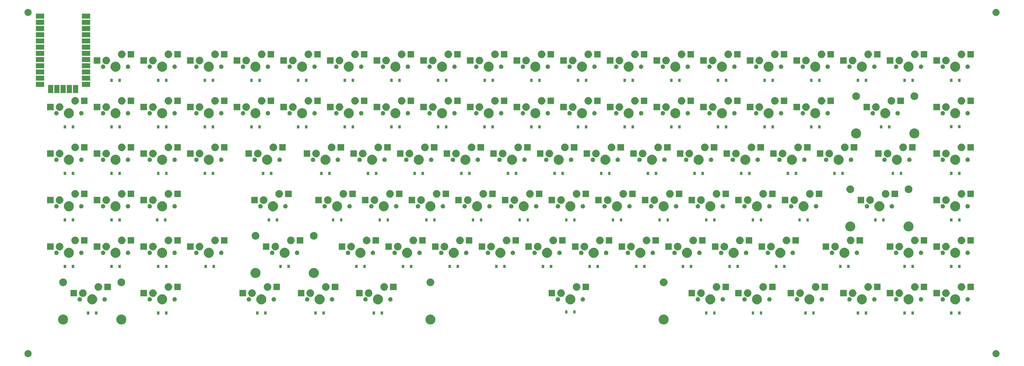
<source format=gbr>
G04 #@! TF.GenerationSoftware,KiCad,Pcbnew,(5.1.5)-3*
G04 #@! TF.CreationDate,2020-02-09T18:49:31-08:00*
G04 #@! TF.ProjectId,minato,6d696e61-746f-42e6-9b69-6361645f7063,rev?*
G04 #@! TF.SameCoordinates,Original*
G04 #@! TF.FileFunction,Soldermask,Bot*
G04 #@! TF.FilePolarity,Negative*
%FSLAX46Y46*%
G04 Gerber Fmt 4.6, Leading zero omitted, Abs format (unit mm)*
G04 Created by KiCad (PCBNEW (5.1.5)-3) date 2020-02-09 18:49:31*
%MOMM*%
%LPD*%
G04 APERTURE LIST*
%ADD10C,0.100000*%
G04 APERTURE END LIST*
D10*
G36*
X432223241Y-142273510D02*
G01*
X432487305Y-142382889D01*
X432724958Y-142541684D01*
X432927066Y-142743792D01*
X433085861Y-142981445D01*
X433195240Y-143245509D01*
X433251000Y-143525838D01*
X433251000Y-143811662D01*
X433195240Y-144091991D01*
X433085861Y-144356055D01*
X432927066Y-144593708D01*
X432724958Y-144795816D01*
X432487305Y-144954611D01*
X432223241Y-145063990D01*
X431942912Y-145119750D01*
X431657088Y-145119750D01*
X431376759Y-145063990D01*
X431112695Y-144954611D01*
X430875042Y-144795816D01*
X430672934Y-144593708D01*
X430514139Y-144356055D01*
X430404760Y-144091991D01*
X430349000Y-143811662D01*
X430349000Y-143525838D01*
X430404760Y-143245509D01*
X430514139Y-142981445D01*
X430672934Y-142743792D01*
X430875042Y-142541684D01*
X431112695Y-142382889D01*
X431376759Y-142273510D01*
X431657088Y-142217750D01*
X431942912Y-142217750D01*
X432223241Y-142273510D01*
G37*
G36*
X36935741Y-142273510D02*
G01*
X37199805Y-142382889D01*
X37437458Y-142541684D01*
X37639566Y-142743792D01*
X37798361Y-142981445D01*
X37907740Y-143245509D01*
X37963500Y-143525838D01*
X37963500Y-143811662D01*
X37907740Y-144091991D01*
X37798361Y-144356055D01*
X37639566Y-144593708D01*
X37437458Y-144795816D01*
X37199805Y-144954611D01*
X36935741Y-145063990D01*
X36655412Y-145119750D01*
X36369588Y-145119750D01*
X36089259Y-145063990D01*
X35825195Y-144954611D01*
X35587542Y-144795816D01*
X35385434Y-144593708D01*
X35226639Y-144356055D01*
X35117260Y-144091991D01*
X35061500Y-143811662D01*
X35061500Y-143525838D01*
X35117260Y-143245509D01*
X35226639Y-142981445D01*
X35385434Y-142743792D01*
X35587542Y-142541684D01*
X35825195Y-142382889D01*
X36089259Y-142273510D01*
X36369588Y-142217750D01*
X36655412Y-142217750D01*
X36935741Y-142273510D01*
G37*
G36*
X296665224Y-127732434D02*
G01*
X296883224Y-127822733D01*
X297037373Y-127886583D01*
X297372298Y-128110373D01*
X297657127Y-128395202D01*
X297880917Y-128730127D01*
X297880917Y-128730128D01*
X298035066Y-129102276D01*
X298113650Y-129497344D01*
X298113650Y-129900156D01*
X298035066Y-130295224D01*
X297944767Y-130513224D01*
X297880917Y-130667373D01*
X297657127Y-131002298D01*
X297372298Y-131287127D01*
X297037373Y-131510917D01*
X296883224Y-131574767D01*
X296665224Y-131665066D01*
X296270156Y-131743650D01*
X295867344Y-131743650D01*
X295472276Y-131665066D01*
X295254276Y-131574767D01*
X295100127Y-131510917D01*
X294765202Y-131287127D01*
X294480373Y-131002298D01*
X294256583Y-130667373D01*
X294192733Y-130513224D01*
X294102434Y-130295224D01*
X294023850Y-129900156D01*
X294023850Y-129497344D01*
X294102434Y-129102276D01*
X294256583Y-128730128D01*
X294256583Y-128730127D01*
X294480373Y-128395202D01*
X294765202Y-128110373D01*
X295100127Y-127886583D01*
X295254276Y-127822733D01*
X295472276Y-127732434D01*
X295867344Y-127653850D01*
X296270156Y-127653850D01*
X296665224Y-127732434D01*
G37*
G36*
X51402724Y-127732434D02*
G01*
X51620724Y-127822733D01*
X51774873Y-127886583D01*
X52109798Y-128110373D01*
X52394627Y-128395202D01*
X52618417Y-128730127D01*
X52618417Y-128730128D01*
X52772566Y-129102276D01*
X52851150Y-129497344D01*
X52851150Y-129900156D01*
X52772566Y-130295224D01*
X52682267Y-130513224D01*
X52618417Y-130667373D01*
X52394627Y-131002298D01*
X52109798Y-131287127D01*
X51774873Y-131510917D01*
X51620724Y-131574767D01*
X51402724Y-131665066D01*
X51007656Y-131743650D01*
X50604844Y-131743650D01*
X50209776Y-131665066D01*
X49991776Y-131574767D01*
X49837627Y-131510917D01*
X49502702Y-131287127D01*
X49217873Y-131002298D01*
X48994083Y-130667373D01*
X48930233Y-130513224D01*
X48839934Y-130295224D01*
X48761350Y-129900156D01*
X48761350Y-129497344D01*
X48839934Y-129102276D01*
X48994083Y-128730128D01*
X48994083Y-128730127D01*
X49217873Y-128395202D01*
X49502702Y-128110373D01*
X49837627Y-127886583D01*
X49991776Y-127822733D01*
X50209776Y-127732434D01*
X50604844Y-127653850D01*
X51007656Y-127653850D01*
X51402724Y-127732434D01*
G37*
G36*
X75202724Y-127732434D02*
G01*
X75420724Y-127822733D01*
X75574873Y-127886583D01*
X75909798Y-128110373D01*
X76194627Y-128395202D01*
X76418417Y-128730127D01*
X76418417Y-128730128D01*
X76572566Y-129102276D01*
X76651150Y-129497344D01*
X76651150Y-129900156D01*
X76572566Y-130295224D01*
X76482267Y-130513224D01*
X76418417Y-130667373D01*
X76194627Y-131002298D01*
X75909798Y-131287127D01*
X75574873Y-131510917D01*
X75420724Y-131574767D01*
X75202724Y-131665066D01*
X74807656Y-131743650D01*
X74404844Y-131743650D01*
X74009776Y-131665066D01*
X73791776Y-131574767D01*
X73637627Y-131510917D01*
X73302702Y-131287127D01*
X73017873Y-131002298D01*
X72794083Y-130667373D01*
X72730233Y-130513224D01*
X72639934Y-130295224D01*
X72561350Y-129900156D01*
X72561350Y-129497344D01*
X72639934Y-129102276D01*
X72794083Y-128730128D01*
X72794083Y-128730127D01*
X73017873Y-128395202D01*
X73302702Y-128110373D01*
X73637627Y-127886583D01*
X73791776Y-127822733D01*
X74009776Y-127732434D01*
X74404844Y-127653850D01*
X74807656Y-127653850D01*
X75202724Y-127732434D01*
G37*
G36*
X201415224Y-127732434D02*
G01*
X201633224Y-127822733D01*
X201787373Y-127886583D01*
X202122298Y-128110373D01*
X202407127Y-128395202D01*
X202630917Y-128730127D01*
X202630917Y-128730128D01*
X202785066Y-129102276D01*
X202863650Y-129497344D01*
X202863650Y-129900156D01*
X202785066Y-130295224D01*
X202694767Y-130513224D01*
X202630917Y-130667373D01*
X202407127Y-131002298D01*
X202122298Y-131287127D01*
X201787373Y-131510917D01*
X201633224Y-131574767D01*
X201415224Y-131665066D01*
X201020156Y-131743650D01*
X200617344Y-131743650D01*
X200222276Y-131665066D01*
X200004276Y-131574767D01*
X199850127Y-131510917D01*
X199515202Y-131287127D01*
X199230373Y-131002298D01*
X199006583Y-130667373D01*
X198942733Y-130513224D01*
X198852434Y-130295224D01*
X198773850Y-129900156D01*
X198773850Y-129497344D01*
X198852434Y-129102276D01*
X199006583Y-128730128D01*
X199006583Y-128730127D01*
X199230373Y-128395202D01*
X199515202Y-128110373D01*
X199850127Y-127886583D01*
X200004276Y-127822733D01*
X200222276Y-127732434D01*
X200617344Y-127653850D01*
X201020156Y-127653850D01*
X201415224Y-127732434D01*
G37*
G36*
X357751000Y-127651000D02*
G01*
X356749000Y-127651000D01*
X356749000Y-126349000D01*
X357751000Y-126349000D01*
X357751000Y-127651000D01*
G37*
G36*
X64857250Y-127651000D02*
G01*
X63855250Y-127651000D01*
X63855250Y-126349000D01*
X64857250Y-126349000D01*
X64857250Y-127651000D01*
G37*
G36*
X61557250Y-127651000D02*
G01*
X60555250Y-127651000D01*
X60555250Y-126349000D01*
X61557250Y-126349000D01*
X61557250Y-127651000D01*
G37*
G36*
X417282250Y-127651000D02*
G01*
X416280250Y-127651000D01*
X416280250Y-126349000D01*
X417282250Y-126349000D01*
X417282250Y-127651000D01*
G37*
G36*
X413982250Y-127651000D02*
G01*
X412980250Y-127651000D01*
X412980250Y-126349000D01*
X413982250Y-126349000D01*
X413982250Y-127651000D01*
G37*
G36*
X394932250Y-127651000D02*
G01*
X393930250Y-127651000D01*
X393930250Y-126349000D01*
X394932250Y-126349000D01*
X394932250Y-127651000D01*
G37*
G36*
X398232250Y-127651000D02*
G01*
X397230250Y-127651000D01*
X397230250Y-126349000D01*
X398232250Y-126349000D01*
X398232250Y-127651000D01*
G37*
G36*
X375882250Y-127651000D02*
G01*
X374880250Y-127651000D01*
X374880250Y-126349000D01*
X375882250Y-126349000D01*
X375882250Y-127651000D01*
G37*
G36*
X379182250Y-127651000D02*
G01*
X378180250Y-127651000D01*
X378180250Y-126349000D01*
X379182250Y-126349000D01*
X379182250Y-127651000D01*
G37*
G36*
X354451000Y-127651000D02*
G01*
X353449000Y-127651000D01*
X353449000Y-126349000D01*
X354451000Y-126349000D01*
X354451000Y-127651000D01*
G37*
G36*
X333019750Y-127651000D02*
G01*
X332017750Y-127651000D01*
X332017750Y-126349000D01*
X333019750Y-126349000D01*
X333019750Y-127651000D01*
G37*
G36*
X336319750Y-127651000D02*
G01*
X335317750Y-127651000D01*
X335317750Y-126349000D01*
X336319750Y-126349000D01*
X336319750Y-127651000D01*
G37*
G36*
X313969750Y-127651000D02*
G01*
X312967750Y-127651000D01*
X312967750Y-126349000D01*
X313969750Y-126349000D01*
X313969750Y-127651000D01*
G37*
G36*
X317269750Y-127651000D02*
G01*
X316267750Y-127651000D01*
X316267750Y-126349000D01*
X317269750Y-126349000D01*
X317269750Y-127651000D01*
G37*
G36*
X178238500Y-127651000D02*
G01*
X177236500Y-127651000D01*
X177236500Y-126349000D01*
X178238500Y-126349000D01*
X178238500Y-127651000D01*
G37*
G36*
X181538500Y-127651000D02*
G01*
X180536500Y-127651000D01*
X180536500Y-126349000D01*
X181538500Y-126349000D01*
X181538500Y-127651000D01*
G37*
G36*
X154426000Y-127651000D02*
G01*
X153424000Y-127651000D01*
X153424000Y-126349000D01*
X154426000Y-126349000D01*
X154426000Y-127651000D01*
G37*
G36*
X157726000Y-127651000D02*
G01*
X156724000Y-127651000D01*
X156724000Y-126349000D01*
X157726000Y-126349000D01*
X157726000Y-127651000D01*
G37*
G36*
X130613500Y-127651000D02*
G01*
X129611500Y-127651000D01*
X129611500Y-126349000D01*
X130613500Y-126349000D01*
X130613500Y-127651000D01*
G37*
G36*
X133913500Y-127651000D02*
G01*
X132911500Y-127651000D01*
X132911500Y-126349000D01*
X133913500Y-126349000D01*
X133913500Y-127651000D01*
G37*
G36*
X93432250Y-127651000D02*
G01*
X92430250Y-127651000D01*
X92430250Y-126349000D01*
X93432250Y-126349000D01*
X93432250Y-127651000D01*
G37*
G36*
X90132250Y-127651000D02*
G01*
X89130250Y-127651000D01*
X89130250Y-126349000D01*
X90132250Y-126349000D01*
X90132250Y-127651000D01*
G37*
G36*
X260119750Y-127254125D02*
G01*
X259117750Y-127254125D01*
X259117750Y-125952125D01*
X260119750Y-125952125D01*
X260119750Y-127254125D01*
G37*
G36*
X256819750Y-127254125D02*
G01*
X255817750Y-127254125D01*
X255817750Y-125952125D01*
X256819750Y-125952125D01*
X256819750Y-127254125D01*
G37*
G36*
X156171474Y-119477434D02*
G01*
X156389474Y-119567733D01*
X156543623Y-119631583D01*
X156878548Y-119855373D01*
X157163377Y-120140202D01*
X157387167Y-120475127D01*
X157451017Y-120629276D01*
X157541316Y-120847276D01*
X157619900Y-121242344D01*
X157619900Y-121645156D01*
X157541316Y-122040224D01*
X157457322Y-122243003D01*
X157387167Y-122412373D01*
X157163377Y-122747298D01*
X156878548Y-123032127D01*
X156543623Y-123255917D01*
X156389474Y-123319767D01*
X156171474Y-123410066D01*
X155776406Y-123488650D01*
X155373594Y-123488650D01*
X154978526Y-123410066D01*
X154760526Y-123319767D01*
X154606377Y-123255917D01*
X154271452Y-123032127D01*
X153986623Y-122747298D01*
X153762833Y-122412373D01*
X153692678Y-122243003D01*
X153608684Y-122040224D01*
X153530100Y-121645156D01*
X153530100Y-121242344D01*
X153608684Y-120847276D01*
X153698983Y-120629276D01*
X153762833Y-120475127D01*
X153986623Y-120140202D01*
X154271452Y-119855373D01*
X154606377Y-119631583D01*
X154760526Y-119567733D01*
X154978526Y-119477434D01*
X155373594Y-119398850D01*
X155776406Y-119398850D01*
X156171474Y-119477434D01*
G37*
G36*
X63302724Y-119477434D02*
G01*
X63520724Y-119567733D01*
X63674873Y-119631583D01*
X64009798Y-119855373D01*
X64294627Y-120140202D01*
X64518417Y-120475127D01*
X64582267Y-120629276D01*
X64672566Y-120847276D01*
X64751150Y-121242344D01*
X64751150Y-121645156D01*
X64672566Y-122040224D01*
X64588572Y-122243003D01*
X64518417Y-122412373D01*
X64294627Y-122747298D01*
X64009798Y-123032127D01*
X63674873Y-123255917D01*
X63520724Y-123319767D01*
X63302724Y-123410066D01*
X62907656Y-123488650D01*
X62504844Y-123488650D01*
X62109776Y-123410066D01*
X61891776Y-123319767D01*
X61737627Y-123255917D01*
X61402702Y-123032127D01*
X61117873Y-122747298D01*
X60894083Y-122412373D01*
X60823928Y-122243003D01*
X60739934Y-122040224D01*
X60661350Y-121645156D01*
X60661350Y-121242344D01*
X60739934Y-120847276D01*
X60830233Y-120629276D01*
X60894083Y-120475127D01*
X61117873Y-120140202D01*
X61402702Y-119855373D01*
X61737627Y-119631583D01*
X61891776Y-119567733D01*
X62109776Y-119477434D01*
X62504844Y-119398850D01*
X62907656Y-119398850D01*
X63302724Y-119477434D01*
G37*
G36*
X91877724Y-119477434D02*
G01*
X92095724Y-119567733D01*
X92249873Y-119631583D01*
X92584798Y-119855373D01*
X92869627Y-120140202D01*
X93093417Y-120475127D01*
X93157267Y-120629276D01*
X93247566Y-120847276D01*
X93326150Y-121242344D01*
X93326150Y-121645156D01*
X93247566Y-122040224D01*
X93163572Y-122243003D01*
X93093417Y-122412373D01*
X92869627Y-122747298D01*
X92584798Y-123032127D01*
X92249873Y-123255917D01*
X92095724Y-123319767D01*
X91877724Y-123410066D01*
X91482656Y-123488650D01*
X91079844Y-123488650D01*
X90684776Y-123410066D01*
X90466776Y-123319767D01*
X90312627Y-123255917D01*
X89977702Y-123032127D01*
X89692873Y-122747298D01*
X89469083Y-122412373D01*
X89398928Y-122243003D01*
X89314934Y-122040224D01*
X89236350Y-121645156D01*
X89236350Y-121242344D01*
X89314934Y-120847276D01*
X89405233Y-120629276D01*
X89469083Y-120475127D01*
X89692873Y-120140202D01*
X89977702Y-119855373D01*
X90312627Y-119631583D01*
X90466776Y-119567733D01*
X90684776Y-119477434D01*
X91079844Y-119398850D01*
X91482656Y-119398850D01*
X91877724Y-119477434D01*
G37*
G36*
X132358974Y-119477434D02*
G01*
X132576974Y-119567733D01*
X132731123Y-119631583D01*
X133066048Y-119855373D01*
X133350877Y-120140202D01*
X133574667Y-120475127D01*
X133638517Y-120629276D01*
X133728816Y-120847276D01*
X133807400Y-121242344D01*
X133807400Y-121645156D01*
X133728816Y-122040224D01*
X133644822Y-122243003D01*
X133574667Y-122412373D01*
X133350877Y-122747298D01*
X133066048Y-123032127D01*
X132731123Y-123255917D01*
X132576974Y-123319767D01*
X132358974Y-123410066D01*
X131963906Y-123488650D01*
X131561094Y-123488650D01*
X131166026Y-123410066D01*
X130948026Y-123319767D01*
X130793877Y-123255917D01*
X130458952Y-123032127D01*
X130174123Y-122747298D01*
X129950333Y-122412373D01*
X129880178Y-122243003D01*
X129796184Y-122040224D01*
X129717600Y-121645156D01*
X129717600Y-121242344D01*
X129796184Y-120847276D01*
X129886483Y-120629276D01*
X129950333Y-120475127D01*
X130174123Y-120140202D01*
X130458952Y-119855373D01*
X130793877Y-119631583D01*
X130948026Y-119567733D01*
X131166026Y-119477434D01*
X131561094Y-119398850D01*
X131963906Y-119398850D01*
X132358974Y-119477434D01*
G37*
G36*
X334765224Y-119477434D02*
G01*
X334983224Y-119567733D01*
X335137373Y-119631583D01*
X335472298Y-119855373D01*
X335757127Y-120140202D01*
X335980917Y-120475127D01*
X336044767Y-120629276D01*
X336135066Y-120847276D01*
X336213650Y-121242344D01*
X336213650Y-121645156D01*
X336135066Y-122040224D01*
X336051072Y-122243003D01*
X335980917Y-122412373D01*
X335757127Y-122747298D01*
X335472298Y-123032127D01*
X335137373Y-123255917D01*
X334983224Y-123319767D01*
X334765224Y-123410066D01*
X334370156Y-123488650D01*
X333967344Y-123488650D01*
X333572276Y-123410066D01*
X333354276Y-123319767D01*
X333200127Y-123255917D01*
X332865202Y-123032127D01*
X332580373Y-122747298D01*
X332356583Y-122412373D01*
X332286428Y-122243003D01*
X332202434Y-122040224D01*
X332123850Y-121645156D01*
X332123850Y-121242344D01*
X332202434Y-120847276D01*
X332292733Y-120629276D01*
X332356583Y-120475127D01*
X332580373Y-120140202D01*
X332865202Y-119855373D01*
X333200127Y-119631583D01*
X333354276Y-119567733D01*
X333572276Y-119477434D01*
X333967344Y-119398850D01*
X334370156Y-119398850D01*
X334765224Y-119477434D01*
G37*
G36*
X356196474Y-119477434D02*
G01*
X356414474Y-119567733D01*
X356568623Y-119631583D01*
X356903548Y-119855373D01*
X357188377Y-120140202D01*
X357412167Y-120475127D01*
X357476017Y-120629276D01*
X357566316Y-120847276D01*
X357644900Y-121242344D01*
X357644900Y-121645156D01*
X357566316Y-122040224D01*
X357482322Y-122243003D01*
X357412167Y-122412373D01*
X357188377Y-122747298D01*
X356903548Y-123032127D01*
X356568623Y-123255917D01*
X356414474Y-123319767D01*
X356196474Y-123410066D01*
X355801406Y-123488650D01*
X355398594Y-123488650D01*
X355003526Y-123410066D01*
X354785526Y-123319767D01*
X354631377Y-123255917D01*
X354296452Y-123032127D01*
X354011623Y-122747298D01*
X353787833Y-122412373D01*
X353717678Y-122243003D01*
X353633684Y-122040224D01*
X353555100Y-121645156D01*
X353555100Y-121242344D01*
X353633684Y-120847276D01*
X353723983Y-120629276D01*
X353787833Y-120475127D01*
X354011623Y-120140202D01*
X354296452Y-119855373D01*
X354631377Y-119631583D01*
X354785526Y-119567733D01*
X355003526Y-119477434D01*
X355398594Y-119398850D01*
X355801406Y-119398850D01*
X356196474Y-119477434D01*
G37*
G36*
X396677724Y-119477434D02*
G01*
X396895724Y-119567733D01*
X397049873Y-119631583D01*
X397384798Y-119855373D01*
X397669627Y-120140202D01*
X397893417Y-120475127D01*
X397957267Y-120629276D01*
X398047566Y-120847276D01*
X398126150Y-121242344D01*
X398126150Y-121645156D01*
X398047566Y-122040224D01*
X397963572Y-122243003D01*
X397893417Y-122412373D01*
X397669627Y-122747298D01*
X397384798Y-123032127D01*
X397049873Y-123255917D01*
X396895724Y-123319767D01*
X396677724Y-123410066D01*
X396282656Y-123488650D01*
X395879844Y-123488650D01*
X395484776Y-123410066D01*
X395266776Y-123319767D01*
X395112627Y-123255917D01*
X394777702Y-123032127D01*
X394492873Y-122747298D01*
X394269083Y-122412373D01*
X394198928Y-122243003D01*
X394114934Y-122040224D01*
X394036350Y-121645156D01*
X394036350Y-121242344D01*
X394114934Y-120847276D01*
X394205233Y-120629276D01*
X394269083Y-120475127D01*
X394492873Y-120140202D01*
X394777702Y-119855373D01*
X395112627Y-119631583D01*
X395266776Y-119567733D01*
X395484776Y-119477434D01*
X395879844Y-119398850D01*
X396282656Y-119398850D01*
X396677724Y-119477434D01*
G37*
G36*
X415727724Y-119477434D02*
G01*
X415945724Y-119567733D01*
X416099873Y-119631583D01*
X416434798Y-119855373D01*
X416719627Y-120140202D01*
X416943417Y-120475127D01*
X417007267Y-120629276D01*
X417097566Y-120847276D01*
X417176150Y-121242344D01*
X417176150Y-121645156D01*
X417097566Y-122040224D01*
X417013572Y-122243003D01*
X416943417Y-122412373D01*
X416719627Y-122747298D01*
X416434798Y-123032127D01*
X416099873Y-123255917D01*
X415945724Y-123319767D01*
X415727724Y-123410066D01*
X415332656Y-123488650D01*
X414929844Y-123488650D01*
X414534776Y-123410066D01*
X414316776Y-123319767D01*
X414162627Y-123255917D01*
X413827702Y-123032127D01*
X413542873Y-122747298D01*
X413319083Y-122412373D01*
X413248928Y-122243003D01*
X413164934Y-122040224D01*
X413086350Y-121645156D01*
X413086350Y-121242344D01*
X413164934Y-120847276D01*
X413255233Y-120629276D01*
X413319083Y-120475127D01*
X413542873Y-120140202D01*
X413827702Y-119855373D01*
X414162627Y-119631583D01*
X414316776Y-119567733D01*
X414534776Y-119477434D01*
X414929844Y-119398850D01*
X415332656Y-119398850D01*
X415727724Y-119477434D01*
G37*
G36*
X315715224Y-119477434D02*
G01*
X315933224Y-119567733D01*
X316087373Y-119631583D01*
X316422298Y-119855373D01*
X316707127Y-120140202D01*
X316930917Y-120475127D01*
X316994767Y-120629276D01*
X317085066Y-120847276D01*
X317163650Y-121242344D01*
X317163650Y-121645156D01*
X317085066Y-122040224D01*
X317001072Y-122243003D01*
X316930917Y-122412373D01*
X316707127Y-122747298D01*
X316422298Y-123032127D01*
X316087373Y-123255917D01*
X315933224Y-123319767D01*
X315715224Y-123410066D01*
X315320156Y-123488650D01*
X314917344Y-123488650D01*
X314522276Y-123410066D01*
X314304276Y-123319767D01*
X314150127Y-123255917D01*
X313815202Y-123032127D01*
X313530373Y-122747298D01*
X313306583Y-122412373D01*
X313236428Y-122243003D01*
X313152434Y-122040224D01*
X313073850Y-121645156D01*
X313073850Y-121242344D01*
X313152434Y-120847276D01*
X313242733Y-120629276D01*
X313306583Y-120475127D01*
X313530373Y-120140202D01*
X313815202Y-119855373D01*
X314150127Y-119631583D01*
X314304276Y-119567733D01*
X314522276Y-119477434D01*
X314917344Y-119398850D01*
X315320156Y-119398850D01*
X315715224Y-119477434D01*
G37*
G36*
X179983974Y-119477434D02*
G01*
X180201974Y-119567733D01*
X180356123Y-119631583D01*
X180691048Y-119855373D01*
X180975877Y-120140202D01*
X181199667Y-120475127D01*
X181263517Y-120629276D01*
X181353816Y-120847276D01*
X181432400Y-121242344D01*
X181432400Y-121645156D01*
X181353816Y-122040224D01*
X181269822Y-122243003D01*
X181199667Y-122412373D01*
X180975877Y-122747298D01*
X180691048Y-123032127D01*
X180356123Y-123255917D01*
X180201974Y-123319767D01*
X179983974Y-123410066D01*
X179588906Y-123488650D01*
X179186094Y-123488650D01*
X178791026Y-123410066D01*
X178573026Y-123319767D01*
X178418877Y-123255917D01*
X178083952Y-123032127D01*
X177799123Y-122747298D01*
X177575333Y-122412373D01*
X177505178Y-122243003D01*
X177421184Y-122040224D01*
X177342600Y-121645156D01*
X177342600Y-121242344D01*
X177421184Y-120847276D01*
X177511483Y-120629276D01*
X177575333Y-120475127D01*
X177799123Y-120140202D01*
X178083952Y-119855373D01*
X178418877Y-119631583D01*
X178573026Y-119567733D01*
X178791026Y-119477434D01*
X179186094Y-119398850D01*
X179588906Y-119398850D01*
X179983974Y-119477434D01*
G37*
G36*
X258565224Y-119477434D02*
G01*
X258783224Y-119567733D01*
X258937373Y-119631583D01*
X259272298Y-119855373D01*
X259557127Y-120140202D01*
X259780917Y-120475127D01*
X259844767Y-120629276D01*
X259935066Y-120847276D01*
X260013650Y-121242344D01*
X260013650Y-121645156D01*
X259935066Y-122040224D01*
X259851072Y-122243003D01*
X259780917Y-122412373D01*
X259557127Y-122747298D01*
X259272298Y-123032127D01*
X258937373Y-123255917D01*
X258783224Y-123319767D01*
X258565224Y-123410066D01*
X258170156Y-123488650D01*
X257767344Y-123488650D01*
X257372276Y-123410066D01*
X257154276Y-123319767D01*
X257000127Y-123255917D01*
X256665202Y-123032127D01*
X256380373Y-122747298D01*
X256156583Y-122412373D01*
X256086428Y-122243003D01*
X256002434Y-122040224D01*
X255923850Y-121645156D01*
X255923850Y-121242344D01*
X256002434Y-120847276D01*
X256092733Y-120629276D01*
X256156583Y-120475127D01*
X256380373Y-120140202D01*
X256665202Y-119855373D01*
X257000127Y-119631583D01*
X257154276Y-119567733D01*
X257372276Y-119477434D01*
X257767344Y-119398850D01*
X258170156Y-119398850D01*
X258565224Y-119477434D01*
G37*
G36*
X377627724Y-119477434D02*
G01*
X377845724Y-119567733D01*
X377999873Y-119631583D01*
X378334798Y-119855373D01*
X378619627Y-120140202D01*
X378843417Y-120475127D01*
X378907267Y-120629276D01*
X378997566Y-120847276D01*
X379076150Y-121242344D01*
X379076150Y-121645156D01*
X378997566Y-122040224D01*
X378913572Y-122243003D01*
X378843417Y-122412373D01*
X378619627Y-122747298D01*
X378334798Y-123032127D01*
X377999873Y-123255917D01*
X377845724Y-123319767D01*
X377627724Y-123410066D01*
X377232656Y-123488650D01*
X376829844Y-123488650D01*
X376434776Y-123410066D01*
X376216776Y-123319767D01*
X376062627Y-123255917D01*
X375727702Y-123032127D01*
X375442873Y-122747298D01*
X375219083Y-122412373D01*
X375148928Y-122243003D01*
X375064934Y-122040224D01*
X374986350Y-121645156D01*
X374986350Y-121242344D01*
X375064934Y-120847276D01*
X375155233Y-120629276D01*
X375219083Y-120475127D01*
X375442873Y-120140202D01*
X375727702Y-119855373D01*
X376062627Y-119631583D01*
X376216776Y-119567733D01*
X376434776Y-119477434D01*
X376829844Y-119398850D01*
X377232656Y-119398850D01*
X377627724Y-119477434D01*
G37*
G36*
X372127202Y-120559180D02*
G01*
X372214325Y-120576509D01*
X372323748Y-120621834D01*
X372378461Y-120644497D01*
X372525183Y-120742533D01*
X372526178Y-120743198D01*
X372651802Y-120868822D01*
X372651804Y-120868825D01*
X372750503Y-121016539D01*
X372750503Y-121016540D01*
X372818491Y-121180675D01*
X372853150Y-121354921D01*
X372853150Y-121532579D01*
X372818491Y-121706825D01*
X372773166Y-121816248D01*
X372750503Y-121870961D01*
X372652467Y-122017683D01*
X372651802Y-122018678D01*
X372526178Y-122144302D01*
X372526175Y-122144304D01*
X372378461Y-122243003D01*
X372323748Y-122265666D01*
X372214325Y-122310991D01*
X372127202Y-122328321D01*
X372040081Y-122345650D01*
X371862419Y-122345650D01*
X371775298Y-122328321D01*
X371688175Y-122310991D01*
X371578752Y-122265666D01*
X371524039Y-122243003D01*
X371376325Y-122144304D01*
X371376322Y-122144302D01*
X371250698Y-122018678D01*
X371250033Y-122017683D01*
X371151997Y-121870961D01*
X371129334Y-121816248D01*
X371084009Y-121706825D01*
X371049350Y-121532579D01*
X371049350Y-121354921D01*
X371084009Y-121180675D01*
X371151997Y-121016540D01*
X371151997Y-121016539D01*
X371250696Y-120868825D01*
X371250698Y-120868822D01*
X371376322Y-120743198D01*
X371377317Y-120742533D01*
X371524039Y-120644497D01*
X371578752Y-120621834D01*
X371688175Y-120576509D01*
X371775298Y-120559180D01*
X371862419Y-120541850D01*
X372040081Y-120541850D01*
X372127202Y-120559180D01*
G37*
G36*
X67962202Y-120559180D02*
G01*
X68049325Y-120576509D01*
X68158748Y-120621834D01*
X68213461Y-120644497D01*
X68360183Y-120742533D01*
X68361178Y-120743198D01*
X68486802Y-120868822D01*
X68486804Y-120868825D01*
X68585503Y-121016539D01*
X68585503Y-121016540D01*
X68653491Y-121180675D01*
X68688150Y-121354921D01*
X68688150Y-121532579D01*
X68653491Y-121706825D01*
X68608166Y-121816248D01*
X68585503Y-121870961D01*
X68487467Y-122017683D01*
X68486802Y-122018678D01*
X68361178Y-122144302D01*
X68361175Y-122144304D01*
X68213461Y-122243003D01*
X68158748Y-122265666D01*
X68049325Y-122310991D01*
X67962202Y-122328321D01*
X67875081Y-122345650D01*
X67697419Y-122345650D01*
X67610298Y-122328321D01*
X67523175Y-122310991D01*
X67413752Y-122265666D01*
X67359039Y-122243003D01*
X67211325Y-122144304D01*
X67211322Y-122144302D01*
X67085698Y-122018678D01*
X67085033Y-122017683D01*
X66986997Y-121870961D01*
X66964334Y-121816248D01*
X66919009Y-121706825D01*
X66884350Y-121532579D01*
X66884350Y-121354921D01*
X66919009Y-121180675D01*
X66986997Y-121016540D01*
X66986997Y-121016539D01*
X67085696Y-120868825D01*
X67085698Y-120868822D01*
X67211322Y-120743198D01*
X67212317Y-120742533D01*
X67359039Y-120644497D01*
X67413752Y-120621834D01*
X67523175Y-120576509D01*
X67610298Y-120559180D01*
X67697419Y-120541850D01*
X67875081Y-120541850D01*
X67962202Y-120559180D01*
G37*
G36*
X401337202Y-120559180D02*
G01*
X401424325Y-120576509D01*
X401533748Y-120621834D01*
X401588461Y-120644497D01*
X401735183Y-120742533D01*
X401736178Y-120743198D01*
X401861802Y-120868822D01*
X401861804Y-120868825D01*
X401960503Y-121016539D01*
X401960503Y-121016540D01*
X402028491Y-121180675D01*
X402063150Y-121354921D01*
X402063150Y-121532579D01*
X402028491Y-121706825D01*
X401983166Y-121816248D01*
X401960503Y-121870961D01*
X401862467Y-122017683D01*
X401861802Y-122018678D01*
X401736178Y-122144302D01*
X401736175Y-122144304D01*
X401588461Y-122243003D01*
X401533748Y-122265666D01*
X401424325Y-122310991D01*
X401337202Y-122328321D01*
X401250081Y-122345650D01*
X401072419Y-122345650D01*
X400985298Y-122328321D01*
X400898175Y-122310991D01*
X400788752Y-122265666D01*
X400734039Y-122243003D01*
X400586325Y-122144304D01*
X400586322Y-122144302D01*
X400460698Y-122018678D01*
X400460033Y-122017683D01*
X400361997Y-121870961D01*
X400339334Y-121816248D01*
X400294009Y-121706825D01*
X400259350Y-121532579D01*
X400259350Y-121354921D01*
X400294009Y-121180675D01*
X400361997Y-121016540D01*
X400361997Y-121016539D01*
X400460696Y-120868825D01*
X400460698Y-120868822D01*
X400586322Y-120743198D01*
X400587317Y-120742533D01*
X400734039Y-120644497D01*
X400788752Y-120621834D01*
X400898175Y-120576509D01*
X400985298Y-120559180D01*
X401072419Y-120541850D01*
X401250081Y-120541850D01*
X401337202Y-120559180D01*
G37*
G36*
X391177202Y-120559180D02*
G01*
X391264325Y-120576509D01*
X391373748Y-120621834D01*
X391428461Y-120644497D01*
X391575183Y-120742533D01*
X391576178Y-120743198D01*
X391701802Y-120868822D01*
X391701804Y-120868825D01*
X391800503Y-121016539D01*
X391800503Y-121016540D01*
X391868491Y-121180675D01*
X391903150Y-121354921D01*
X391903150Y-121532579D01*
X391868491Y-121706825D01*
X391823166Y-121816248D01*
X391800503Y-121870961D01*
X391702467Y-122017683D01*
X391701802Y-122018678D01*
X391576178Y-122144302D01*
X391576175Y-122144304D01*
X391428461Y-122243003D01*
X391373748Y-122265666D01*
X391264325Y-122310991D01*
X391177202Y-122328321D01*
X391090081Y-122345650D01*
X390912419Y-122345650D01*
X390825298Y-122328321D01*
X390738175Y-122310991D01*
X390628752Y-122265666D01*
X390574039Y-122243003D01*
X390426325Y-122144304D01*
X390426322Y-122144302D01*
X390300698Y-122018678D01*
X390300033Y-122017683D01*
X390201997Y-121870961D01*
X390179334Y-121816248D01*
X390134009Y-121706825D01*
X390099350Y-121532579D01*
X390099350Y-121354921D01*
X390134009Y-121180675D01*
X390201997Y-121016540D01*
X390201997Y-121016539D01*
X390300696Y-120868825D01*
X390300698Y-120868822D01*
X390426322Y-120743198D01*
X390427317Y-120742533D01*
X390574039Y-120644497D01*
X390628752Y-120621834D01*
X390738175Y-120576509D01*
X390825298Y-120559180D01*
X390912419Y-120541850D01*
X391090081Y-120541850D01*
X391177202Y-120559180D01*
G37*
G36*
X184643452Y-120559180D02*
G01*
X184730575Y-120576509D01*
X184839998Y-120621834D01*
X184894711Y-120644497D01*
X185041433Y-120742533D01*
X185042428Y-120743198D01*
X185168052Y-120868822D01*
X185168054Y-120868825D01*
X185266753Y-121016539D01*
X185266753Y-121016540D01*
X185334741Y-121180675D01*
X185369400Y-121354921D01*
X185369400Y-121532579D01*
X185334741Y-121706825D01*
X185289416Y-121816248D01*
X185266753Y-121870961D01*
X185168717Y-122017683D01*
X185168052Y-122018678D01*
X185042428Y-122144302D01*
X185042425Y-122144304D01*
X184894711Y-122243003D01*
X184839998Y-122265666D01*
X184730575Y-122310991D01*
X184643452Y-122328321D01*
X184556331Y-122345650D01*
X184378669Y-122345650D01*
X184291548Y-122328321D01*
X184204425Y-122310991D01*
X184095002Y-122265666D01*
X184040289Y-122243003D01*
X183892575Y-122144304D01*
X183892572Y-122144302D01*
X183766948Y-122018678D01*
X183766283Y-122017683D01*
X183668247Y-121870961D01*
X183645584Y-121816248D01*
X183600259Y-121706825D01*
X183565600Y-121532579D01*
X183565600Y-121354921D01*
X183600259Y-121180675D01*
X183668247Y-121016540D01*
X183668247Y-121016539D01*
X183766946Y-120868825D01*
X183766948Y-120868822D01*
X183892572Y-120743198D01*
X183893567Y-120742533D01*
X184040289Y-120644497D01*
X184095002Y-120621834D01*
X184204425Y-120576509D01*
X184291548Y-120559180D01*
X184378669Y-120541850D01*
X184556331Y-120541850D01*
X184643452Y-120559180D01*
G37*
G36*
X420387202Y-120559180D02*
G01*
X420474325Y-120576509D01*
X420583748Y-120621834D01*
X420638461Y-120644497D01*
X420785183Y-120742533D01*
X420786178Y-120743198D01*
X420911802Y-120868822D01*
X420911804Y-120868825D01*
X421010503Y-121016539D01*
X421010503Y-121016540D01*
X421078491Y-121180675D01*
X421113150Y-121354921D01*
X421113150Y-121532579D01*
X421078491Y-121706825D01*
X421033166Y-121816248D01*
X421010503Y-121870961D01*
X420912467Y-122017683D01*
X420911802Y-122018678D01*
X420786178Y-122144302D01*
X420786175Y-122144304D01*
X420638461Y-122243003D01*
X420583748Y-122265666D01*
X420474325Y-122310991D01*
X420387202Y-122328321D01*
X420300081Y-122345650D01*
X420122419Y-122345650D01*
X420035298Y-122328321D01*
X419948175Y-122310991D01*
X419838752Y-122265666D01*
X419784039Y-122243003D01*
X419636325Y-122144304D01*
X419636322Y-122144302D01*
X419510698Y-122018678D01*
X419510033Y-122017683D01*
X419411997Y-121870961D01*
X419389334Y-121816248D01*
X419344009Y-121706825D01*
X419309350Y-121532579D01*
X419309350Y-121354921D01*
X419344009Y-121180675D01*
X419411997Y-121016540D01*
X419411997Y-121016539D01*
X419510696Y-120868825D01*
X419510698Y-120868822D01*
X419636322Y-120743198D01*
X419637317Y-120742533D01*
X419784039Y-120644497D01*
X419838752Y-120621834D01*
X419948175Y-120576509D01*
X420035298Y-120559180D01*
X420122419Y-120541850D01*
X420300081Y-120541850D01*
X420387202Y-120559180D01*
G37*
G36*
X410227202Y-120559180D02*
G01*
X410314325Y-120576509D01*
X410423748Y-120621834D01*
X410478461Y-120644497D01*
X410625183Y-120742533D01*
X410626178Y-120743198D01*
X410751802Y-120868822D01*
X410751804Y-120868825D01*
X410850503Y-121016539D01*
X410850503Y-121016540D01*
X410918491Y-121180675D01*
X410953150Y-121354921D01*
X410953150Y-121532579D01*
X410918491Y-121706825D01*
X410873166Y-121816248D01*
X410850503Y-121870961D01*
X410752467Y-122017683D01*
X410751802Y-122018678D01*
X410626178Y-122144302D01*
X410626175Y-122144304D01*
X410478461Y-122243003D01*
X410423748Y-122265666D01*
X410314325Y-122310991D01*
X410227202Y-122328321D01*
X410140081Y-122345650D01*
X409962419Y-122345650D01*
X409875298Y-122328321D01*
X409788175Y-122310991D01*
X409678752Y-122265666D01*
X409624039Y-122243003D01*
X409476325Y-122144304D01*
X409476322Y-122144302D01*
X409350698Y-122018678D01*
X409350033Y-122017683D01*
X409251997Y-121870961D01*
X409229334Y-121816248D01*
X409184009Y-121706825D01*
X409149350Y-121532579D01*
X409149350Y-121354921D01*
X409184009Y-121180675D01*
X409251997Y-121016540D01*
X409251997Y-121016539D01*
X409350696Y-120868825D01*
X409350698Y-120868822D01*
X409476322Y-120743198D01*
X409477317Y-120742533D01*
X409624039Y-120644497D01*
X409678752Y-120621834D01*
X409788175Y-120576509D01*
X409875298Y-120559180D01*
X409962419Y-120541850D01*
X410140081Y-120541850D01*
X410227202Y-120559180D01*
G37*
G36*
X174483452Y-120559180D02*
G01*
X174570575Y-120576509D01*
X174679998Y-120621834D01*
X174734711Y-120644497D01*
X174881433Y-120742533D01*
X174882428Y-120743198D01*
X175008052Y-120868822D01*
X175008054Y-120868825D01*
X175106753Y-121016539D01*
X175106753Y-121016540D01*
X175174741Y-121180675D01*
X175209400Y-121354921D01*
X175209400Y-121532579D01*
X175174741Y-121706825D01*
X175129416Y-121816248D01*
X175106753Y-121870961D01*
X175008717Y-122017683D01*
X175008052Y-122018678D01*
X174882428Y-122144302D01*
X174882425Y-122144304D01*
X174734711Y-122243003D01*
X174679998Y-122265666D01*
X174570575Y-122310991D01*
X174483452Y-122328321D01*
X174396331Y-122345650D01*
X174218669Y-122345650D01*
X174131548Y-122328321D01*
X174044425Y-122310991D01*
X173935002Y-122265666D01*
X173880289Y-122243003D01*
X173732575Y-122144304D01*
X173732572Y-122144302D01*
X173606948Y-122018678D01*
X173606283Y-122017683D01*
X173508247Y-121870961D01*
X173485584Y-121816248D01*
X173440259Y-121706825D01*
X173405600Y-121532579D01*
X173405600Y-121354921D01*
X173440259Y-121180675D01*
X173508247Y-121016540D01*
X173508247Y-121016539D01*
X173606946Y-120868825D01*
X173606948Y-120868822D01*
X173732572Y-120743198D01*
X173733567Y-120742533D01*
X173880289Y-120644497D01*
X173935002Y-120621834D01*
X174044425Y-120576509D01*
X174131548Y-120559180D01*
X174218669Y-120541850D01*
X174396331Y-120541850D01*
X174483452Y-120559180D01*
G37*
G36*
X263224702Y-120559180D02*
G01*
X263311825Y-120576509D01*
X263421248Y-120621834D01*
X263475961Y-120644497D01*
X263622683Y-120742533D01*
X263623678Y-120743198D01*
X263749302Y-120868822D01*
X263749304Y-120868825D01*
X263848003Y-121016539D01*
X263848003Y-121016540D01*
X263915991Y-121180675D01*
X263950650Y-121354921D01*
X263950650Y-121532579D01*
X263915991Y-121706825D01*
X263870666Y-121816248D01*
X263848003Y-121870961D01*
X263749967Y-122017683D01*
X263749302Y-122018678D01*
X263623678Y-122144302D01*
X263623675Y-122144304D01*
X263475961Y-122243003D01*
X263421248Y-122265666D01*
X263311825Y-122310991D01*
X263224702Y-122328321D01*
X263137581Y-122345650D01*
X262959919Y-122345650D01*
X262872798Y-122328321D01*
X262785675Y-122310991D01*
X262676252Y-122265666D01*
X262621539Y-122243003D01*
X262473825Y-122144304D01*
X262473822Y-122144302D01*
X262348198Y-122018678D01*
X262347533Y-122017683D01*
X262249497Y-121870961D01*
X262226834Y-121816248D01*
X262181509Y-121706825D01*
X262146850Y-121532579D01*
X262146850Y-121354921D01*
X262181509Y-121180675D01*
X262249497Y-121016540D01*
X262249497Y-121016539D01*
X262348196Y-120868825D01*
X262348198Y-120868822D01*
X262473822Y-120743198D01*
X262474817Y-120742533D01*
X262621539Y-120644497D01*
X262676252Y-120621834D01*
X262785675Y-120576509D01*
X262872798Y-120559180D01*
X262959919Y-120541850D01*
X263137581Y-120541850D01*
X263224702Y-120559180D01*
G37*
G36*
X253064702Y-120559180D02*
G01*
X253151825Y-120576509D01*
X253261248Y-120621834D01*
X253315961Y-120644497D01*
X253462683Y-120742533D01*
X253463678Y-120743198D01*
X253589302Y-120868822D01*
X253589304Y-120868825D01*
X253688003Y-121016539D01*
X253688003Y-121016540D01*
X253755991Y-121180675D01*
X253790650Y-121354921D01*
X253790650Y-121532579D01*
X253755991Y-121706825D01*
X253710666Y-121816248D01*
X253688003Y-121870961D01*
X253589967Y-122017683D01*
X253589302Y-122018678D01*
X253463678Y-122144302D01*
X253463675Y-122144304D01*
X253315961Y-122243003D01*
X253261248Y-122265666D01*
X253151825Y-122310991D01*
X253064702Y-122328321D01*
X252977581Y-122345650D01*
X252799919Y-122345650D01*
X252712798Y-122328321D01*
X252625675Y-122310991D01*
X252516252Y-122265666D01*
X252461539Y-122243003D01*
X252313825Y-122144304D01*
X252313822Y-122144302D01*
X252188198Y-122018678D01*
X252187533Y-122017683D01*
X252089497Y-121870961D01*
X252066834Y-121816248D01*
X252021509Y-121706825D01*
X251986850Y-121532579D01*
X251986850Y-121354921D01*
X252021509Y-121180675D01*
X252089497Y-121016540D01*
X252089497Y-121016539D01*
X252188196Y-120868825D01*
X252188198Y-120868822D01*
X252313822Y-120743198D01*
X252314817Y-120742533D01*
X252461539Y-120644497D01*
X252516252Y-120621834D01*
X252625675Y-120576509D01*
X252712798Y-120559180D01*
X252799919Y-120541850D01*
X252977581Y-120541850D01*
X253064702Y-120559180D01*
G37*
G36*
X310214702Y-120559180D02*
G01*
X310301825Y-120576509D01*
X310411248Y-120621834D01*
X310465961Y-120644497D01*
X310612683Y-120742533D01*
X310613678Y-120743198D01*
X310739302Y-120868822D01*
X310739304Y-120868825D01*
X310838003Y-121016539D01*
X310838003Y-121016540D01*
X310905991Y-121180675D01*
X310940650Y-121354921D01*
X310940650Y-121532579D01*
X310905991Y-121706825D01*
X310860666Y-121816248D01*
X310838003Y-121870961D01*
X310739967Y-122017683D01*
X310739302Y-122018678D01*
X310613678Y-122144302D01*
X310613675Y-122144304D01*
X310465961Y-122243003D01*
X310411248Y-122265666D01*
X310301825Y-122310991D01*
X310214702Y-122328321D01*
X310127581Y-122345650D01*
X309949919Y-122345650D01*
X309862798Y-122328321D01*
X309775675Y-122310991D01*
X309666252Y-122265666D01*
X309611539Y-122243003D01*
X309463825Y-122144304D01*
X309463822Y-122144302D01*
X309338198Y-122018678D01*
X309337533Y-122017683D01*
X309239497Y-121870961D01*
X309216834Y-121816248D01*
X309171509Y-121706825D01*
X309136850Y-121532579D01*
X309136850Y-121354921D01*
X309171509Y-121180675D01*
X309239497Y-121016540D01*
X309239497Y-121016539D01*
X309338196Y-120868825D01*
X309338198Y-120868822D01*
X309463822Y-120743198D01*
X309464817Y-120742533D01*
X309611539Y-120644497D01*
X309666252Y-120621834D01*
X309775675Y-120576509D01*
X309862798Y-120559180D01*
X309949919Y-120541850D01*
X310127581Y-120541850D01*
X310214702Y-120559180D01*
G37*
G36*
X57802202Y-120559180D02*
G01*
X57889325Y-120576509D01*
X57998748Y-120621834D01*
X58053461Y-120644497D01*
X58200183Y-120742533D01*
X58201178Y-120743198D01*
X58326802Y-120868822D01*
X58326804Y-120868825D01*
X58425503Y-121016539D01*
X58425503Y-121016540D01*
X58493491Y-121180675D01*
X58528150Y-121354921D01*
X58528150Y-121532579D01*
X58493491Y-121706825D01*
X58448166Y-121816248D01*
X58425503Y-121870961D01*
X58327467Y-122017683D01*
X58326802Y-122018678D01*
X58201178Y-122144302D01*
X58201175Y-122144304D01*
X58053461Y-122243003D01*
X57998748Y-122265666D01*
X57889325Y-122310991D01*
X57802202Y-122328321D01*
X57715081Y-122345650D01*
X57537419Y-122345650D01*
X57450298Y-122328321D01*
X57363175Y-122310991D01*
X57253752Y-122265666D01*
X57199039Y-122243003D01*
X57051325Y-122144304D01*
X57051322Y-122144302D01*
X56925698Y-122018678D01*
X56925033Y-122017683D01*
X56826997Y-121870961D01*
X56804334Y-121816248D01*
X56759009Y-121706825D01*
X56724350Y-121532579D01*
X56724350Y-121354921D01*
X56759009Y-121180675D01*
X56826997Y-121016540D01*
X56826997Y-121016539D01*
X56925696Y-120868825D01*
X56925698Y-120868822D01*
X57051322Y-120743198D01*
X57052317Y-120742533D01*
X57199039Y-120644497D01*
X57253752Y-120621834D01*
X57363175Y-120576509D01*
X57450298Y-120559180D01*
X57537419Y-120541850D01*
X57715081Y-120541850D01*
X57802202Y-120559180D01*
G37*
G36*
X150670952Y-120559180D02*
G01*
X150758075Y-120576509D01*
X150867498Y-120621834D01*
X150922211Y-120644497D01*
X151068933Y-120742533D01*
X151069928Y-120743198D01*
X151195552Y-120868822D01*
X151195554Y-120868825D01*
X151294253Y-121016539D01*
X151294253Y-121016540D01*
X151362241Y-121180675D01*
X151396900Y-121354921D01*
X151396900Y-121532579D01*
X151362241Y-121706825D01*
X151316916Y-121816248D01*
X151294253Y-121870961D01*
X151196217Y-122017683D01*
X151195552Y-122018678D01*
X151069928Y-122144302D01*
X151069925Y-122144304D01*
X150922211Y-122243003D01*
X150867498Y-122265666D01*
X150758075Y-122310991D01*
X150670952Y-122328321D01*
X150583831Y-122345650D01*
X150406169Y-122345650D01*
X150319048Y-122328321D01*
X150231925Y-122310991D01*
X150122502Y-122265666D01*
X150067789Y-122243003D01*
X149920075Y-122144304D01*
X149920072Y-122144302D01*
X149794448Y-122018678D01*
X149793783Y-122017683D01*
X149695747Y-121870961D01*
X149673084Y-121816248D01*
X149627759Y-121706825D01*
X149593100Y-121532579D01*
X149593100Y-121354921D01*
X149627759Y-121180675D01*
X149695747Y-121016540D01*
X149695747Y-121016539D01*
X149794446Y-120868825D01*
X149794448Y-120868822D01*
X149920072Y-120743198D01*
X149921067Y-120742533D01*
X150067789Y-120644497D01*
X150122502Y-120621834D01*
X150231925Y-120576509D01*
X150319048Y-120559180D01*
X150406169Y-120541850D01*
X150583831Y-120541850D01*
X150670952Y-120559180D01*
G37*
G36*
X382287202Y-120559180D02*
G01*
X382374325Y-120576509D01*
X382483748Y-120621834D01*
X382538461Y-120644497D01*
X382685183Y-120742533D01*
X382686178Y-120743198D01*
X382811802Y-120868822D01*
X382811804Y-120868825D01*
X382910503Y-121016539D01*
X382910503Y-121016540D01*
X382978491Y-121180675D01*
X383013150Y-121354921D01*
X383013150Y-121532579D01*
X382978491Y-121706825D01*
X382933166Y-121816248D01*
X382910503Y-121870961D01*
X382812467Y-122017683D01*
X382811802Y-122018678D01*
X382686178Y-122144302D01*
X382686175Y-122144304D01*
X382538461Y-122243003D01*
X382483748Y-122265666D01*
X382374325Y-122310991D01*
X382287202Y-122328321D01*
X382200081Y-122345650D01*
X382022419Y-122345650D01*
X381935298Y-122328321D01*
X381848175Y-122310991D01*
X381738752Y-122265666D01*
X381684039Y-122243003D01*
X381536325Y-122144304D01*
X381536322Y-122144302D01*
X381410698Y-122018678D01*
X381410033Y-122017683D01*
X381311997Y-121870961D01*
X381289334Y-121816248D01*
X381244009Y-121706825D01*
X381209350Y-121532579D01*
X381209350Y-121354921D01*
X381244009Y-121180675D01*
X381311997Y-121016540D01*
X381311997Y-121016539D01*
X381410696Y-120868825D01*
X381410698Y-120868822D01*
X381536322Y-120743198D01*
X381537317Y-120742533D01*
X381684039Y-120644497D01*
X381738752Y-120621834D01*
X381848175Y-120576509D01*
X381935298Y-120559180D01*
X382022419Y-120541850D01*
X382200081Y-120541850D01*
X382287202Y-120559180D01*
G37*
G36*
X96537202Y-120559180D02*
G01*
X96624325Y-120576509D01*
X96733748Y-120621834D01*
X96788461Y-120644497D01*
X96935183Y-120742533D01*
X96936178Y-120743198D01*
X97061802Y-120868822D01*
X97061804Y-120868825D01*
X97160503Y-121016539D01*
X97160503Y-121016540D01*
X97228491Y-121180675D01*
X97263150Y-121354921D01*
X97263150Y-121532579D01*
X97228491Y-121706825D01*
X97183166Y-121816248D01*
X97160503Y-121870961D01*
X97062467Y-122017683D01*
X97061802Y-122018678D01*
X96936178Y-122144302D01*
X96936175Y-122144304D01*
X96788461Y-122243003D01*
X96733748Y-122265666D01*
X96624325Y-122310991D01*
X96537202Y-122328321D01*
X96450081Y-122345650D01*
X96272419Y-122345650D01*
X96185298Y-122328321D01*
X96098175Y-122310991D01*
X95988752Y-122265666D01*
X95934039Y-122243003D01*
X95786325Y-122144304D01*
X95786322Y-122144302D01*
X95660698Y-122018678D01*
X95660033Y-122017683D01*
X95561997Y-121870961D01*
X95539334Y-121816248D01*
X95494009Y-121706825D01*
X95459350Y-121532579D01*
X95459350Y-121354921D01*
X95494009Y-121180675D01*
X95561997Y-121016540D01*
X95561997Y-121016539D01*
X95660696Y-120868825D01*
X95660698Y-120868822D01*
X95786322Y-120743198D01*
X95787317Y-120742533D01*
X95934039Y-120644497D01*
X95988752Y-120621834D01*
X96098175Y-120576509D01*
X96185298Y-120559180D01*
X96272419Y-120541850D01*
X96450081Y-120541850D01*
X96537202Y-120559180D01*
G37*
G36*
X137018452Y-120559180D02*
G01*
X137105575Y-120576509D01*
X137214998Y-120621834D01*
X137269711Y-120644497D01*
X137416433Y-120742533D01*
X137417428Y-120743198D01*
X137543052Y-120868822D01*
X137543054Y-120868825D01*
X137641753Y-121016539D01*
X137641753Y-121016540D01*
X137709741Y-121180675D01*
X137744400Y-121354921D01*
X137744400Y-121532579D01*
X137709741Y-121706825D01*
X137664416Y-121816248D01*
X137641753Y-121870961D01*
X137543717Y-122017683D01*
X137543052Y-122018678D01*
X137417428Y-122144302D01*
X137417425Y-122144304D01*
X137269711Y-122243003D01*
X137214998Y-122265666D01*
X137105575Y-122310991D01*
X137018452Y-122328321D01*
X136931331Y-122345650D01*
X136753669Y-122345650D01*
X136666548Y-122328321D01*
X136579425Y-122310991D01*
X136470002Y-122265666D01*
X136415289Y-122243003D01*
X136267575Y-122144304D01*
X136267572Y-122144302D01*
X136141948Y-122018678D01*
X136141283Y-122017683D01*
X136043247Y-121870961D01*
X136020584Y-121816248D01*
X135975259Y-121706825D01*
X135940600Y-121532579D01*
X135940600Y-121354921D01*
X135975259Y-121180675D01*
X136043247Y-121016540D01*
X136043247Y-121016539D01*
X136141946Y-120868825D01*
X136141948Y-120868822D01*
X136267572Y-120743198D01*
X136268567Y-120742533D01*
X136415289Y-120644497D01*
X136470002Y-120621834D01*
X136579425Y-120576509D01*
X136666548Y-120559180D01*
X136753669Y-120541850D01*
X136931331Y-120541850D01*
X137018452Y-120559180D01*
G37*
G36*
X320374702Y-120559180D02*
G01*
X320461825Y-120576509D01*
X320571248Y-120621834D01*
X320625961Y-120644497D01*
X320772683Y-120742533D01*
X320773678Y-120743198D01*
X320899302Y-120868822D01*
X320899304Y-120868825D01*
X320998003Y-121016539D01*
X320998003Y-121016540D01*
X321065991Y-121180675D01*
X321100650Y-121354921D01*
X321100650Y-121532579D01*
X321065991Y-121706825D01*
X321020666Y-121816248D01*
X320998003Y-121870961D01*
X320899967Y-122017683D01*
X320899302Y-122018678D01*
X320773678Y-122144302D01*
X320773675Y-122144304D01*
X320625961Y-122243003D01*
X320571248Y-122265666D01*
X320461825Y-122310991D01*
X320374702Y-122328321D01*
X320287581Y-122345650D01*
X320109919Y-122345650D01*
X320022798Y-122328321D01*
X319935675Y-122310991D01*
X319826252Y-122265666D01*
X319771539Y-122243003D01*
X319623825Y-122144304D01*
X319623822Y-122144302D01*
X319498198Y-122018678D01*
X319497533Y-122017683D01*
X319399497Y-121870961D01*
X319376834Y-121816248D01*
X319331509Y-121706825D01*
X319296850Y-121532579D01*
X319296850Y-121354921D01*
X319331509Y-121180675D01*
X319399497Y-121016540D01*
X319399497Y-121016539D01*
X319498196Y-120868825D01*
X319498198Y-120868822D01*
X319623822Y-120743198D01*
X319624817Y-120742533D01*
X319771539Y-120644497D01*
X319826252Y-120621834D01*
X319935675Y-120576509D01*
X320022798Y-120559180D01*
X320109919Y-120541850D01*
X320287581Y-120541850D01*
X320374702Y-120559180D01*
G37*
G36*
X126858452Y-120559180D02*
G01*
X126945575Y-120576509D01*
X127054998Y-120621834D01*
X127109711Y-120644497D01*
X127256433Y-120742533D01*
X127257428Y-120743198D01*
X127383052Y-120868822D01*
X127383054Y-120868825D01*
X127481753Y-121016539D01*
X127481753Y-121016540D01*
X127549741Y-121180675D01*
X127584400Y-121354921D01*
X127584400Y-121532579D01*
X127549741Y-121706825D01*
X127504416Y-121816248D01*
X127481753Y-121870961D01*
X127383717Y-122017683D01*
X127383052Y-122018678D01*
X127257428Y-122144302D01*
X127257425Y-122144304D01*
X127109711Y-122243003D01*
X127054998Y-122265666D01*
X126945575Y-122310991D01*
X126858452Y-122328321D01*
X126771331Y-122345650D01*
X126593669Y-122345650D01*
X126506548Y-122328321D01*
X126419425Y-122310991D01*
X126310002Y-122265666D01*
X126255289Y-122243003D01*
X126107575Y-122144304D01*
X126107572Y-122144302D01*
X125981948Y-122018678D01*
X125981283Y-122017683D01*
X125883247Y-121870961D01*
X125860584Y-121816248D01*
X125815259Y-121706825D01*
X125780600Y-121532579D01*
X125780600Y-121354921D01*
X125815259Y-121180675D01*
X125883247Y-121016540D01*
X125883247Y-121016539D01*
X125981946Y-120868825D01*
X125981948Y-120868822D01*
X126107572Y-120743198D01*
X126108567Y-120742533D01*
X126255289Y-120644497D01*
X126310002Y-120621834D01*
X126419425Y-120576509D01*
X126506548Y-120559180D01*
X126593669Y-120541850D01*
X126771331Y-120541850D01*
X126858452Y-120559180D01*
G37*
G36*
X86377202Y-120559180D02*
G01*
X86464325Y-120576509D01*
X86573748Y-120621834D01*
X86628461Y-120644497D01*
X86775183Y-120742533D01*
X86776178Y-120743198D01*
X86901802Y-120868822D01*
X86901804Y-120868825D01*
X87000503Y-121016539D01*
X87000503Y-121016540D01*
X87068491Y-121180675D01*
X87103150Y-121354921D01*
X87103150Y-121532579D01*
X87068491Y-121706825D01*
X87023166Y-121816248D01*
X87000503Y-121870961D01*
X86902467Y-122017683D01*
X86901802Y-122018678D01*
X86776178Y-122144302D01*
X86776175Y-122144304D01*
X86628461Y-122243003D01*
X86573748Y-122265666D01*
X86464325Y-122310991D01*
X86377202Y-122328321D01*
X86290081Y-122345650D01*
X86112419Y-122345650D01*
X86025298Y-122328321D01*
X85938175Y-122310991D01*
X85828752Y-122265666D01*
X85774039Y-122243003D01*
X85626325Y-122144304D01*
X85626322Y-122144302D01*
X85500698Y-122018678D01*
X85500033Y-122017683D01*
X85401997Y-121870961D01*
X85379334Y-121816248D01*
X85334009Y-121706825D01*
X85299350Y-121532579D01*
X85299350Y-121354921D01*
X85334009Y-121180675D01*
X85401997Y-121016540D01*
X85401997Y-121016539D01*
X85500696Y-120868825D01*
X85500698Y-120868822D01*
X85626322Y-120743198D01*
X85627317Y-120742533D01*
X85774039Y-120644497D01*
X85828752Y-120621834D01*
X85938175Y-120576509D01*
X86025298Y-120559180D01*
X86112419Y-120541850D01*
X86290081Y-120541850D01*
X86377202Y-120559180D01*
G37*
G36*
X339424702Y-120559180D02*
G01*
X339511825Y-120576509D01*
X339621248Y-120621834D01*
X339675961Y-120644497D01*
X339822683Y-120742533D01*
X339823678Y-120743198D01*
X339949302Y-120868822D01*
X339949304Y-120868825D01*
X340048003Y-121016539D01*
X340048003Y-121016540D01*
X340115991Y-121180675D01*
X340150650Y-121354921D01*
X340150650Y-121532579D01*
X340115991Y-121706825D01*
X340070666Y-121816248D01*
X340048003Y-121870961D01*
X339949967Y-122017683D01*
X339949302Y-122018678D01*
X339823678Y-122144302D01*
X339823675Y-122144304D01*
X339675961Y-122243003D01*
X339621248Y-122265666D01*
X339511825Y-122310991D01*
X339424702Y-122328321D01*
X339337581Y-122345650D01*
X339159919Y-122345650D01*
X339072798Y-122328321D01*
X338985675Y-122310991D01*
X338876252Y-122265666D01*
X338821539Y-122243003D01*
X338673825Y-122144304D01*
X338673822Y-122144302D01*
X338548198Y-122018678D01*
X338547533Y-122017683D01*
X338449497Y-121870961D01*
X338426834Y-121816248D01*
X338381509Y-121706825D01*
X338346850Y-121532579D01*
X338346850Y-121354921D01*
X338381509Y-121180675D01*
X338449497Y-121016540D01*
X338449497Y-121016539D01*
X338548196Y-120868825D01*
X338548198Y-120868822D01*
X338673822Y-120743198D01*
X338674817Y-120742533D01*
X338821539Y-120644497D01*
X338876252Y-120621834D01*
X338985675Y-120576509D01*
X339072798Y-120559180D01*
X339159919Y-120541850D01*
X339337581Y-120541850D01*
X339424702Y-120559180D01*
G37*
G36*
X329264702Y-120559180D02*
G01*
X329351825Y-120576509D01*
X329461248Y-120621834D01*
X329515961Y-120644497D01*
X329662683Y-120742533D01*
X329663678Y-120743198D01*
X329789302Y-120868822D01*
X329789304Y-120868825D01*
X329888003Y-121016539D01*
X329888003Y-121016540D01*
X329955991Y-121180675D01*
X329990650Y-121354921D01*
X329990650Y-121532579D01*
X329955991Y-121706825D01*
X329910666Y-121816248D01*
X329888003Y-121870961D01*
X329789967Y-122017683D01*
X329789302Y-122018678D01*
X329663678Y-122144302D01*
X329663675Y-122144304D01*
X329515961Y-122243003D01*
X329461248Y-122265666D01*
X329351825Y-122310991D01*
X329264702Y-122328321D01*
X329177581Y-122345650D01*
X328999919Y-122345650D01*
X328912798Y-122328321D01*
X328825675Y-122310991D01*
X328716252Y-122265666D01*
X328661539Y-122243003D01*
X328513825Y-122144304D01*
X328513822Y-122144302D01*
X328388198Y-122018678D01*
X328387533Y-122017683D01*
X328289497Y-121870961D01*
X328266834Y-121816248D01*
X328221509Y-121706825D01*
X328186850Y-121532579D01*
X328186850Y-121354921D01*
X328221509Y-121180675D01*
X328289497Y-121016540D01*
X328289497Y-121016539D01*
X328388196Y-120868825D01*
X328388198Y-120868822D01*
X328513822Y-120743198D01*
X328514817Y-120742533D01*
X328661539Y-120644497D01*
X328716252Y-120621834D01*
X328825675Y-120576509D01*
X328912798Y-120559180D01*
X328999919Y-120541850D01*
X329177581Y-120541850D01*
X329264702Y-120559180D01*
G37*
G36*
X160830952Y-120559180D02*
G01*
X160918075Y-120576509D01*
X161027498Y-120621834D01*
X161082211Y-120644497D01*
X161228933Y-120742533D01*
X161229928Y-120743198D01*
X161355552Y-120868822D01*
X161355554Y-120868825D01*
X161454253Y-121016539D01*
X161454253Y-121016540D01*
X161522241Y-121180675D01*
X161556900Y-121354921D01*
X161556900Y-121532579D01*
X161522241Y-121706825D01*
X161476916Y-121816248D01*
X161454253Y-121870961D01*
X161356217Y-122017683D01*
X161355552Y-122018678D01*
X161229928Y-122144302D01*
X161229925Y-122144304D01*
X161082211Y-122243003D01*
X161027498Y-122265666D01*
X160918075Y-122310991D01*
X160830952Y-122328321D01*
X160743831Y-122345650D01*
X160566169Y-122345650D01*
X160479048Y-122328321D01*
X160391925Y-122310991D01*
X160282502Y-122265666D01*
X160227789Y-122243003D01*
X160080075Y-122144304D01*
X160080072Y-122144302D01*
X159954448Y-122018678D01*
X159953783Y-122017683D01*
X159855747Y-121870961D01*
X159833084Y-121816248D01*
X159787759Y-121706825D01*
X159753100Y-121532579D01*
X159753100Y-121354921D01*
X159787759Y-121180675D01*
X159855747Y-121016540D01*
X159855747Y-121016539D01*
X159954446Y-120868825D01*
X159954448Y-120868822D01*
X160080072Y-120743198D01*
X160081067Y-120742533D01*
X160227789Y-120644497D01*
X160282502Y-120621834D01*
X160391925Y-120576509D01*
X160479048Y-120559180D01*
X160566169Y-120541850D01*
X160743831Y-120541850D01*
X160830952Y-120559180D01*
G37*
G36*
X360855952Y-120559180D02*
G01*
X360943075Y-120576509D01*
X361052498Y-120621834D01*
X361107211Y-120644497D01*
X361253933Y-120742533D01*
X361254928Y-120743198D01*
X361380552Y-120868822D01*
X361380554Y-120868825D01*
X361479253Y-121016539D01*
X361479253Y-121016540D01*
X361547241Y-121180675D01*
X361581900Y-121354921D01*
X361581900Y-121532579D01*
X361547241Y-121706825D01*
X361501916Y-121816248D01*
X361479253Y-121870961D01*
X361381217Y-122017683D01*
X361380552Y-122018678D01*
X361254928Y-122144302D01*
X361254925Y-122144304D01*
X361107211Y-122243003D01*
X361052498Y-122265666D01*
X360943075Y-122310991D01*
X360855952Y-122328321D01*
X360768831Y-122345650D01*
X360591169Y-122345650D01*
X360504048Y-122328321D01*
X360416925Y-122310991D01*
X360307502Y-122265666D01*
X360252789Y-122243003D01*
X360105075Y-122144304D01*
X360105072Y-122144302D01*
X359979448Y-122018678D01*
X359978783Y-122017683D01*
X359880747Y-121870961D01*
X359858084Y-121816248D01*
X359812759Y-121706825D01*
X359778100Y-121532579D01*
X359778100Y-121354921D01*
X359812759Y-121180675D01*
X359880747Y-121016540D01*
X359880747Y-121016539D01*
X359979446Y-120868825D01*
X359979448Y-120868822D01*
X360105072Y-120743198D01*
X360106067Y-120742533D01*
X360252789Y-120644497D01*
X360307502Y-120621834D01*
X360416925Y-120576509D01*
X360504048Y-120559180D01*
X360591169Y-120541850D01*
X360768831Y-120541850D01*
X360855952Y-120559180D01*
G37*
G36*
X350695952Y-120559180D02*
G01*
X350783075Y-120576509D01*
X350892498Y-120621834D01*
X350947211Y-120644497D01*
X351093933Y-120742533D01*
X351094928Y-120743198D01*
X351220552Y-120868822D01*
X351220554Y-120868825D01*
X351319253Y-121016539D01*
X351319253Y-121016540D01*
X351387241Y-121180675D01*
X351421900Y-121354921D01*
X351421900Y-121532579D01*
X351387241Y-121706825D01*
X351341916Y-121816248D01*
X351319253Y-121870961D01*
X351221217Y-122017683D01*
X351220552Y-122018678D01*
X351094928Y-122144302D01*
X351094925Y-122144304D01*
X350947211Y-122243003D01*
X350892498Y-122265666D01*
X350783075Y-122310991D01*
X350695952Y-122328321D01*
X350608831Y-122345650D01*
X350431169Y-122345650D01*
X350344048Y-122328321D01*
X350256925Y-122310991D01*
X350147502Y-122265666D01*
X350092789Y-122243003D01*
X349945075Y-122144304D01*
X349945072Y-122144302D01*
X349819448Y-122018678D01*
X349818783Y-122017683D01*
X349720747Y-121870961D01*
X349698084Y-121816248D01*
X349652759Y-121706825D01*
X349618100Y-121532579D01*
X349618100Y-121354921D01*
X349652759Y-121180675D01*
X349720747Y-121016540D01*
X349720747Y-121016539D01*
X349819446Y-120868825D01*
X349819448Y-120868822D01*
X349945072Y-120743198D01*
X349946067Y-120742533D01*
X350092789Y-120644497D01*
X350147502Y-120621834D01*
X350256925Y-120576509D01*
X350344048Y-120559180D01*
X350431169Y-120541850D01*
X350608831Y-120541850D01*
X350695952Y-120559180D01*
G37*
G36*
X330661335Y-117382552D02*
G01*
X330811160Y-117412354D01*
X331093424Y-117529271D01*
X331347455Y-117699009D01*
X331563491Y-117915045D01*
X331733229Y-118169076D01*
X331850146Y-118451340D01*
X331909750Y-118750990D01*
X331909750Y-119056510D01*
X331850146Y-119356160D01*
X331733229Y-119638424D01*
X331563491Y-119892455D01*
X331347455Y-120108491D01*
X331093424Y-120278229D01*
X330811160Y-120395146D01*
X330661335Y-120424948D01*
X330511511Y-120454750D01*
X330205989Y-120454750D01*
X330056165Y-120424948D01*
X329906340Y-120395146D01*
X329624076Y-120278229D01*
X329370045Y-120108491D01*
X329154009Y-119892455D01*
X328984271Y-119638424D01*
X328867354Y-119356160D01*
X328807750Y-119056510D01*
X328807750Y-118750990D01*
X328867354Y-118451340D01*
X328984271Y-118169076D01*
X329154009Y-117915045D01*
X329370045Y-117699009D01*
X329624076Y-117529271D01*
X329906340Y-117412354D01*
X330056165Y-117382552D01*
X330205989Y-117352750D01*
X330511511Y-117352750D01*
X330661335Y-117382552D01*
G37*
G36*
X59198835Y-117382552D02*
G01*
X59348660Y-117412354D01*
X59630924Y-117529271D01*
X59884955Y-117699009D01*
X60100991Y-117915045D01*
X60270729Y-118169076D01*
X60387646Y-118451340D01*
X60447250Y-118750990D01*
X60447250Y-119056510D01*
X60387646Y-119356160D01*
X60270729Y-119638424D01*
X60100991Y-119892455D01*
X59884955Y-120108491D01*
X59630924Y-120278229D01*
X59348660Y-120395146D01*
X59198835Y-120424948D01*
X59049011Y-120454750D01*
X58743489Y-120454750D01*
X58593665Y-120424948D01*
X58443840Y-120395146D01*
X58161576Y-120278229D01*
X57907545Y-120108491D01*
X57691509Y-119892455D01*
X57521771Y-119638424D01*
X57404854Y-119356160D01*
X57345250Y-119056510D01*
X57345250Y-118750990D01*
X57404854Y-118451340D01*
X57521771Y-118169076D01*
X57691509Y-117915045D01*
X57907545Y-117699009D01*
X58161576Y-117529271D01*
X58443840Y-117412354D01*
X58593665Y-117382552D01*
X58743489Y-117352750D01*
X59049011Y-117352750D01*
X59198835Y-117382552D01*
G37*
G36*
X175880085Y-117382552D02*
G01*
X176029910Y-117412354D01*
X176312174Y-117529271D01*
X176566205Y-117699009D01*
X176782241Y-117915045D01*
X176951979Y-118169076D01*
X177068896Y-118451340D01*
X177128500Y-118750990D01*
X177128500Y-119056510D01*
X177068896Y-119356160D01*
X176951979Y-119638424D01*
X176782241Y-119892455D01*
X176566205Y-120108491D01*
X176312174Y-120278229D01*
X176029910Y-120395146D01*
X175880085Y-120424948D01*
X175730261Y-120454750D01*
X175424739Y-120454750D01*
X175274915Y-120424948D01*
X175125090Y-120395146D01*
X174842826Y-120278229D01*
X174588795Y-120108491D01*
X174372759Y-119892455D01*
X174203021Y-119638424D01*
X174086104Y-119356160D01*
X174026500Y-119056510D01*
X174026500Y-118750990D01*
X174086104Y-118451340D01*
X174203021Y-118169076D01*
X174372759Y-117915045D01*
X174588795Y-117699009D01*
X174842826Y-117529271D01*
X175125090Y-117412354D01*
X175274915Y-117382552D01*
X175424739Y-117352750D01*
X175730261Y-117352750D01*
X175880085Y-117382552D01*
G37*
G36*
X128255085Y-117382552D02*
G01*
X128404910Y-117412354D01*
X128687174Y-117529271D01*
X128941205Y-117699009D01*
X129157241Y-117915045D01*
X129326979Y-118169076D01*
X129443896Y-118451340D01*
X129503500Y-118750990D01*
X129503500Y-119056510D01*
X129443896Y-119356160D01*
X129326979Y-119638424D01*
X129157241Y-119892455D01*
X128941205Y-120108491D01*
X128687174Y-120278229D01*
X128404910Y-120395146D01*
X128255085Y-120424948D01*
X128105261Y-120454750D01*
X127799739Y-120454750D01*
X127649915Y-120424948D01*
X127500090Y-120395146D01*
X127217826Y-120278229D01*
X126963795Y-120108491D01*
X126747759Y-119892455D01*
X126578021Y-119638424D01*
X126461104Y-119356160D01*
X126401500Y-119056510D01*
X126401500Y-118750990D01*
X126461104Y-118451340D01*
X126578021Y-118169076D01*
X126747759Y-117915045D01*
X126963795Y-117699009D01*
X127217826Y-117529271D01*
X127500090Y-117412354D01*
X127649915Y-117382552D01*
X127799739Y-117352750D01*
X128105261Y-117352750D01*
X128255085Y-117382552D01*
G37*
G36*
X152067585Y-117382552D02*
G01*
X152217410Y-117412354D01*
X152499674Y-117529271D01*
X152753705Y-117699009D01*
X152969741Y-117915045D01*
X153139479Y-118169076D01*
X153256396Y-118451340D01*
X153316000Y-118750990D01*
X153316000Y-119056510D01*
X153256396Y-119356160D01*
X153139479Y-119638424D01*
X152969741Y-119892455D01*
X152753705Y-120108491D01*
X152499674Y-120278229D01*
X152217410Y-120395146D01*
X152067585Y-120424948D01*
X151917761Y-120454750D01*
X151612239Y-120454750D01*
X151462415Y-120424948D01*
X151312590Y-120395146D01*
X151030326Y-120278229D01*
X150776295Y-120108491D01*
X150560259Y-119892455D01*
X150390521Y-119638424D01*
X150273604Y-119356160D01*
X150214000Y-119056510D01*
X150214000Y-118750990D01*
X150273604Y-118451340D01*
X150390521Y-118169076D01*
X150560259Y-117915045D01*
X150776295Y-117699009D01*
X151030326Y-117529271D01*
X151312590Y-117412354D01*
X151462415Y-117382552D01*
X151612239Y-117352750D01*
X151917761Y-117352750D01*
X152067585Y-117382552D01*
G37*
G36*
X352092585Y-117382552D02*
G01*
X352242410Y-117412354D01*
X352524674Y-117529271D01*
X352778705Y-117699009D01*
X352994741Y-117915045D01*
X353164479Y-118169076D01*
X353281396Y-118451340D01*
X353341000Y-118750990D01*
X353341000Y-119056510D01*
X353281396Y-119356160D01*
X353164479Y-119638424D01*
X352994741Y-119892455D01*
X352778705Y-120108491D01*
X352524674Y-120278229D01*
X352242410Y-120395146D01*
X352092585Y-120424948D01*
X351942761Y-120454750D01*
X351637239Y-120454750D01*
X351487415Y-120424948D01*
X351337590Y-120395146D01*
X351055326Y-120278229D01*
X350801295Y-120108491D01*
X350585259Y-119892455D01*
X350415521Y-119638424D01*
X350298604Y-119356160D01*
X350239000Y-119056510D01*
X350239000Y-118750990D01*
X350298604Y-118451340D01*
X350415521Y-118169076D01*
X350585259Y-117915045D01*
X350801295Y-117699009D01*
X351055326Y-117529271D01*
X351337590Y-117412354D01*
X351487415Y-117382552D01*
X351637239Y-117352750D01*
X351942761Y-117352750D01*
X352092585Y-117382552D01*
G37*
G36*
X411623835Y-117382552D02*
G01*
X411773660Y-117412354D01*
X412055924Y-117529271D01*
X412309955Y-117699009D01*
X412525991Y-117915045D01*
X412695729Y-118169076D01*
X412812646Y-118451340D01*
X412872250Y-118750990D01*
X412872250Y-119056510D01*
X412812646Y-119356160D01*
X412695729Y-119638424D01*
X412525991Y-119892455D01*
X412309955Y-120108491D01*
X412055924Y-120278229D01*
X411773660Y-120395146D01*
X411623835Y-120424948D01*
X411474011Y-120454750D01*
X411168489Y-120454750D01*
X411018665Y-120424948D01*
X410868840Y-120395146D01*
X410586576Y-120278229D01*
X410332545Y-120108491D01*
X410116509Y-119892455D01*
X409946771Y-119638424D01*
X409829854Y-119356160D01*
X409770250Y-119056510D01*
X409770250Y-118750990D01*
X409829854Y-118451340D01*
X409946771Y-118169076D01*
X410116509Y-117915045D01*
X410332545Y-117699009D01*
X410586576Y-117529271D01*
X410868840Y-117412354D01*
X411018665Y-117382552D01*
X411168489Y-117352750D01*
X411474011Y-117352750D01*
X411623835Y-117382552D01*
G37*
G36*
X373523835Y-117382552D02*
G01*
X373673660Y-117412354D01*
X373955924Y-117529271D01*
X374209955Y-117699009D01*
X374425991Y-117915045D01*
X374595729Y-118169076D01*
X374712646Y-118451340D01*
X374772250Y-118750990D01*
X374772250Y-119056510D01*
X374712646Y-119356160D01*
X374595729Y-119638424D01*
X374425991Y-119892455D01*
X374209955Y-120108491D01*
X373955924Y-120278229D01*
X373673660Y-120395146D01*
X373523835Y-120424948D01*
X373374011Y-120454750D01*
X373068489Y-120454750D01*
X372918665Y-120424948D01*
X372768840Y-120395146D01*
X372486576Y-120278229D01*
X372232545Y-120108491D01*
X372016509Y-119892455D01*
X371846771Y-119638424D01*
X371729854Y-119356160D01*
X371670250Y-119056510D01*
X371670250Y-118750990D01*
X371729854Y-118451340D01*
X371846771Y-118169076D01*
X372016509Y-117915045D01*
X372232545Y-117699009D01*
X372486576Y-117529271D01*
X372768840Y-117412354D01*
X372918665Y-117382552D01*
X373068489Y-117352750D01*
X373374011Y-117352750D01*
X373523835Y-117382552D01*
G37*
G36*
X392573835Y-117382552D02*
G01*
X392723660Y-117412354D01*
X393005924Y-117529271D01*
X393259955Y-117699009D01*
X393475991Y-117915045D01*
X393645729Y-118169076D01*
X393762646Y-118451340D01*
X393822250Y-118750990D01*
X393822250Y-119056510D01*
X393762646Y-119356160D01*
X393645729Y-119638424D01*
X393475991Y-119892455D01*
X393259955Y-120108491D01*
X393005924Y-120278229D01*
X392723660Y-120395146D01*
X392573835Y-120424948D01*
X392424011Y-120454750D01*
X392118489Y-120454750D01*
X391968665Y-120424948D01*
X391818840Y-120395146D01*
X391536576Y-120278229D01*
X391282545Y-120108491D01*
X391066509Y-119892455D01*
X390896771Y-119638424D01*
X390779854Y-119356160D01*
X390720250Y-119056510D01*
X390720250Y-118750990D01*
X390779854Y-118451340D01*
X390896771Y-118169076D01*
X391066509Y-117915045D01*
X391282545Y-117699009D01*
X391536576Y-117529271D01*
X391818840Y-117412354D01*
X391968665Y-117382552D01*
X392118489Y-117352750D01*
X392424011Y-117352750D01*
X392573835Y-117382552D01*
G37*
G36*
X254461335Y-117382552D02*
G01*
X254611160Y-117412354D01*
X254893424Y-117529271D01*
X255147455Y-117699009D01*
X255363491Y-117915045D01*
X255533229Y-118169076D01*
X255650146Y-118451340D01*
X255709750Y-118750990D01*
X255709750Y-119056510D01*
X255650146Y-119356160D01*
X255533229Y-119638424D01*
X255363491Y-119892455D01*
X255147455Y-120108491D01*
X254893424Y-120278229D01*
X254611160Y-120395146D01*
X254461335Y-120424948D01*
X254311511Y-120454750D01*
X254005989Y-120454750D01*
X253856165Y-120424948D01*
X253706340Y-120395146D01*
X253424076Y-120278229D01*
X253170045Y-120108491D01*
X252954009Y-119892455D01*
X252784271Y-119638424D01*
X252667354Y-119356160D01*
X252607750Y-119056510D01*
X252607750Y-118750990D01*
X252667354Y-118451340D01*
X252784271Y-118169076D01*
X252954009Y-117915045D01*
X253170045Y-117699009D01*
X253424076Y-117529271D01*
X253706340Y-117412354D01*
X253856165Y-117382552D01*
X254005989Y-117352750D01*
X254311511Y-117352750D01*
X254461335Y-117382552D01*
G37*
G36*
X311611335Y-117382552D02*
G01*
X311761160Y-117412354D01*
X312043424Y-117529271D01*
X312297455Y-117699009D01*
X312513491Y-117915045D01*
X312683229Y-118169076D01*
X312800146Y-118451340D01*
X312859750Y-118750990D01*
X312859750Y-119056510D01*
X312800146Y-119356160D01*
X312683229Y-119638424D01*
X312513491Y-119892455D01*
X312297455Y-120108491D01*
X312043424Y-120278229D01*
X311761160Y-120395146D01*
X311611335Y-120424948D01*
X311461511Y-120454750D01*
X311155989Y-120454750D01*
X311006165Y-120424948D01*
X310856340Y-120395146D01*
X310574076Y-120278229D01*
X310320045Y-120108491D01*
X310104009Y-119892455D01*
X309934271Y-119638424D01*
X309817354Y-119356160D01*
X309757750Y-119056510D01*
X309757750Y-118750990D01*
X309817354Y-118451340D01*
X309934271Y-118169076D01*
X310104009Y-117915045D01*
X310320045Y-117699009D01*
X310574076Y-117529271D01*
X310856340Y-117412354D01*
X311006165Y-117382552D01*
X311155989Y-117352750D01*
X311461511Y-117352750D01*
X311611335Y-117382552D01*
G37*
G36*
X87773835Y-117382552D02*
G01*
X87923660Y-117412354D01*
X88205924Y-117529271D01*
X88459955Y-117699009D01*
X88675991Y-117915045D01*
X88845729Y-118169076D01*
X88962646Y-118451340D01*
X89022250Y-118750990D01*
X89022250Y-119056510D01*
X88962646Y-119356160D01*
X88845729Y-119638424D01*
X88675991Y-119892455D01*
X88459955Y-120108491D01*
X88205924Y-120278229D01*
X87923660Y-120395146D01*
X87773835Y-120424948D01*
X87624011Y-120454750D01*
X87318489Y-120454750D01*
X87168665Y-120424948D01*
X87018840Y-120395146D01*
X86736576Y-120278229D01*
X86482545Y-120108491D01*
X86266509Y-119892455D01*
X86096771Y-119638424D01*
X85979854Y-119356160D01*
X85920250Y-119056510D01*
X85920250Y-118750990D01*
X85979854Y-118451340D01*
X86096771Y-118169076D01*
X86266509Y-117915045D01*
X86482545Y-117699009D01*
X86736576Y-117529271D01*
X87018840Y-117412354D01*
X87168665Y-117382552D01*
X87318489Y-117352750D01*
X87624011Y-117352750D01*
X87773835Y-117382552D01*
G37*
G36*
X173153500Y-120204750D02*
G01*
X170501500Y-120204750D01*
X170501500Y-117602750D01*
X173153500Y-117602750D01*
X173153500Y-120204750D01*
G37*
G36*
X408897250Y-120204750D02*
G01*
X406245250Y-120204750D01*
X406245250Y-117602750D01*
X408897250Y-117602750D01*
X408897250Y-120204750D01*
G37*
G36*
X125528500Y-120204750D02*
G01*
X122876500Y-120204750D01*
X122876500Y-117602750D01*
X125528500Y-117602750D01*
X125528500Y-120204750D01*
G37*
G36*
X149341000Y-120204750D02*
G01*
X146689000Y-120204750D01*
X146689000Y-117602750D01*
X149341000Y-117602750D01*
X149341000Y-120204750D01*
G37*
G36*
X251734750Y-120204750D02*
G01*
X249082750Y-120204750D01*
X249082750Y-117602750D01*
X251734750Y-117602750D01*
X251734750Y-120204750D01*
G37*
G36*
X85047250Y-120204750D02*
G01*
X82395250Y-120204750D01*
X82395250Y-117602750D01*
X85047250Y-117602750D01*
X85047250Y-120204750D01*
G37*
G36*
X308884750Y-120204750D02*
G01*
X306232750Y-120204750D01*
X306232750Y-117602750D01*
X308884750Y-117602750D01*
X308884750Y-120204750D01*
G37*
G36*
X56472250Y-120204750D02*
G01*
X53820250Y-120204750D01*
X53820250Y-117602750D01*
X56472250Y-117602750D01*
X56472250Y-120204750D01*
G37*
G36*
X370797250Y-120204750D02*
G01*
X368145250Y-120204750D01*
X368145250Y-117602750D01*
X370797250Y-117602750D01*
X370797250Y-120204750D01*
G37*
G36*
X349366000Y-120204750D02*
G01*
X346714000Y-120204750D01*
X346714000Y-117602750D01*
X349366000Y-117602750D01*
X349366000Y-120204750D01*
G37*
G36*
X327934750Y-120204750D02*
G01*
X325282750Y-120204750D01*
X325282750Y-117602750D01*
X327934750Y-117602750D01*
X327934750Y-120204750D01*
G37*
G36*
X389847250Y-120204750D02*
G01*
X387195250Y-120204750D01*
X387195250Y-117602750D01*
X389847250Y-117602750D01*
X389847250Y-120204750D01*
G37*
G36*
X417973835Y-114842552D02*
G01*
X418123660Y-114872354D01*
X418405924Y-114989271D01*
X418659955Y-115159009D01*
X418875991Y-115375045D01*
X419045729Y-115629076D01*
X419162646Y-115911340D01*
X419222250Y-116210990D01*
X419222250Y-116516510D01*
X419162646Y-116816160D01*
X419045729Y-117098424D01*
X418875991Y-117352455D01*
X418659955Y-117568491D01*
X418405924Y-117738229D01*
X418123660Y-117855146D01*
X417973835Y-117884948D01*
X417824011Y-117914750D01*
X417518489Y-117914750D01*
X417368665Y-117884948D01*
X417218840Y-117855146D01*
X416936576Y-117738229D01*
X416682545Y-117568491D01*
X416466509Y-117352455D01*
X416296771Y-117098424D01*
X416179854Y-116816160D01*
X416120250Y-116516510D01*
X416120250Y-116210990D01*
X416179854Y-115911340D01*
X416296771Y-115629076D01*
X416466509Y-115375045D01*
X416682545Y-115159009D01*
X416936576Y-114989271D01*
X417218840Y-114872354D01*
X417368665Y-114842552D01*
X417518489Y-114812750D01*
X417824011Y-114812750D01*
X417973835Y-114842552D01*
G37*
G36*
X398923835Y-114842552D02*
G01*
X399073660Y-114872354D01*
X399355924Y-114989271D01*
X399609955Y-115159009D01*
X399825991Y-115375045D01*
X399995729Y-115629076D01*
X400112646Y-115911340D01*
X400172250Y-116210990D01*
X400172250Y-116516510D01*
X400112646Y-116816160D01*
X399995729Y-117098424D01*
X399825991Y-117352455D01*
X399609955Y-117568491D01*
X399355924Y-117738229D01*
X399073660Y-117855146D01*
X398923835Y-117884948D01*
X398774011Y-117914750D01*
X398468489Y-117914750D01*
X398318665Y-117884948D01*
X398168840Y-117855146D01*
X397886576Y-117738229D01*
X397632545Y-117568491D01*
X397416509Y-117352455D01*
X397246771Y-117098424D01*
X397129854Y-116816160D01*
X397070250Y-116516510D01*
X397070250Y-116210990D01*
X397129854Y-115911340D01*
X397246771Y-115629076D01*
X397416509Y-115375045D01*
X397632545Y-115159009D01*
X397886576Y-114989271D01*
X398168840Y-114872354D01*
X398318665Y-114842552D01*
X398468489Y-114812750D01*
X398774011Y-114812750D01*
X398923835Y-114842552D01*
G37*
G36*
X358442585Y-114842552D02*
G01*
X358592410Y-114872354D01*
X358874674Y-114989271D01*
X359128705Y-115159009D01*
X359344741Y-115375045D01*
X359514479Y-115629076D01*
X359631396Y-115911340D01*
X359691000Y-116210990D01*
X359691000Y-116516510D01*
X359631396Y-116816160D01*
X359514479Y-117098424D01*
X359344741Y-117352455D01*
X359128705Y-117568491D01*
X358874674Y-117738229D01*
X358592410Y-117855146D01*
X358442585Y-117884948D01*
X358292761Y-117914750D01*
X357987239Y-117914750D01*
X357837415Y-117884948D01*
X357687590Y-117855146D01*
X357405326Y-117738229D01*
X357151295Y-117568491D01*
X356935259Y-117352455D01*
X356765521Y-117098424D01*
X356648604Y-116816160D01*
X356589000Y-116516510D01*
X356589000Y-116210990D01*
X356648604Y-115911340D01*
X356765521Y-115629076D01*
X356935259Y-115375045D01*
X357151295Y-115159009D01*
X357405326Y-114989271D01*
X357687590Y-114872354D01*
X357837415Y-114842552D01*
X357987239Y-114812750D01*
X358292761Y-114812750D01*
X358442585Y-114842552D01*
G37*
G36*
X94123835Y-114842552D02*
G01*
X94273660Y-114872354D01*
X94555924Y-114989271D01*
X94809955Y-115159009D01*
X95025991Y-115375045D01*
X95195729Y-115629076D01*
X95312646Y-115911340D01*
X95372250Y-116210990D01*
X95372250Y-116516510D01*
X95312646Y-116816160D01*
X95195729Y-117098424D01*
X95025991Y-117352455D01*
X94809955Y-117568491D01*
X94555924Y-117738229D01*
X94273660Y-117855146D01*
X94123835Y-117884948D01*
X93974011Y-117914750D01*
X93668489Y-117914750D01*
X93518665Y-117884948D01*
X93368840Y-117855146D01*
X93086576Y-117738229D01*
X92832545Y-117568491D01*
X92616509Y-117352455D01*
X92446771Y-117098424D01*
X92329854Y-116816160D01*
X92270250Y-116516510D01*
X92270250Y-116210990D01*
X92329854Y-115911340D01*
X92446771Y-115629076D01*
X92616509Y-115375045D01*
X92832545Y-115159009D01*
X93086576Y-114989271D01*
X93368840Y-114872354D01*
X93518665Y-114842552D01*
X93668489Y-114812750D01*
X93974011Y-114812750D01*
X94123835Y-114842552D01*
G37*
G36*
X134605085Y-114842552D02*
G01*
X134754910Y-114872354D01*
X135037174Y-114989271D01*
X135291205Y-115159009D01*
X135507241Y-115375045D01*
X135676979Y-115629076D01*
X135793896Y-115911340D01*
X135853500Y-116210990D01*
X135853500Y-116516510D01*
X135793896Y-116816160D01*
X135676979Y-117098424D01*
X135507241Y-117352455D01*
X135291205Y-117568491D01*
X135037174Y-117738229D01*
X134754910Y-117855146D01*
X134605085Y-117884948D01*
X134455261Y-117914750D01*
X134149739Y-117914750D01*
X133999915Y-117884948D01*
X133850090Y-117855146D01*
X133567826Y-117738229D01*
X133313795Y-117568491D01*
X133097759Y-117352455D01*
X132928021Y-117098424D01*
X132811104Y-116816160D01*
X132751500Y-116516510D01*
X132751500Y-116210990D01*
X132811104Y-115911340D01*
X132928021Y-115629076D01*
X133097759Y-115375045D01*
X133313795Y-115159009D01*
X133567826Y-114989271D01*
X133850090Y-114872354D01*
X133999915Y-114842552D01*
X134149739Y-114812750D01*
X134455261Y-114812750D01*
X134605085Y-114842552D01*
G37*
G36*
X158417585Y-114842552D02*
G01*
X158567410Y-114872354D01*
X158849674Y-114989271D01*
X159103705Y-115159009D01*
X159319741Y-115375045D01*
X159489479Y-115629076D01*
X159606396Y-115911340D01*
X159666000Y-116210990D01*
X159666000Y-116516510D01*
X159606396Y-116816160D01*
X159489479Y-117098424D01*
X159319741Y-117352455D01*
X159103705Y-117568491D01*
X158849674Y-117738229D01*
X158567410Y-117855146D01*
X158417585Y-117884948D01*
X158267761Y-117914750D01*
X157962239Y-117914750D01*
X157812415Y-117884948D01*
X157662590Y-117855146D01*
X157380326Y-117738229D01*
X157126295Y-117568491D01*
X156910259Y-117352455D01*
X156740521Y-117098424D01*
X156623604Y-116816160D01*
X156564000Y-116516510D01*
X156564000Y-116210990D01*
X156623604Y-115911340D01*
X156740521Y-115629076D01*
X156910259Y-115375045D01*
X157126295Y-115159009D01*
X157380326Y-114989271D01*
X157662590Y-114872354D01*
X157812415Y-114842552D01*
X157962239Y-114812750D01*
X158267761Y-114812750D01*
X158417585Y-114842552D01*
G37*
G36*
X337011335Y-114842552D02*
G01*
X337161160Y-114872354D01*
X337443424Y-114989271D01*
X337697455Y-115159009D01*
X337913491Y-115375045D01*
X338083229Y-115629076D01*
X338200146Y-115911340D01*
X338259750Y-116210990D01*
X338259750Y-116516510D01*
X338200146Y-116816160D01*
X338083229Y-117098424D01*
X337913491Y-117352455D01*
X337697455Y-117568491D01*
X337443424Y-117738229D01*
X337161160Y-117855146D01*
X337011335Y-117884948D01*
X336861511Y-117914750D01*
X336555989Y-117914750D01*
X336406165Y-117884948D01*
X336256340Y-117855146D01*
X335974076Y-117738229D01*
X335720045Y-117568491D01*
X335504009Y-117352455D01*
X335334271Y-117098424D01*
X335217354Y-116816160D01*
X335157750Y-116516510D01*
X335157750Y-116210990D01*
X335217354Y-115911340D01*
X335334271Y-115629076D01*
X335504009Y-115375045D01*
X335720045Y-115159009D01*
X335974076Y-114989271D01*
X336256340Y-114872354D01*
X336406165Y-114842552D01*
X336555989Y-114812750D01*
X336861511Y-114812750D01*
X337011335Y-114842552D01*
G37*
G36*
X260811335Y-114842552D02*
G01*
X260961160Y-114872354D01*
X261243424Y-114989271D01*
X261497455Y-115159009D01*
X261713491Y-115375045D01*
X261883229Y-115629076D01*
X262000146Y-115911340D01*
X262059750Y-116210990D01*
X262059750Y-116516510D01*
X262000146Y-116816160D01*
X261883229Y-117098424D01*
X261713491Y-117352455D01*
X261497455Y-117568491D01*
X261243424Y-117738229D01*
X260961160Y-117855146D01*
X260811335Y-117884948D01*
X260661511Y-117914750D01*
X260355989Y-117914750D01*
X260206165Y-117884948D01*
X260056340Y-117855146D01*
X259774076Y-117738229D01*
X259520045Y-117568491D01*
X259304009Y-117352455D01*
X259134271Y-117098424D01*
X259017354Y-116816160D01*
X258957750Y-116516510D01*
X258957750Y-116210990D01*
X259017354Y-115911340D01*
X259134271Y-115629076D01*
X259304009Y-115375045D01*
X259520045Y-115159009D01*
X259774076Y-114989271D01*
X260056340Y-114872354D01*
X260206165Y-114842552D01*
X260355989Y-114812750D01*
X260661511Y-114812750D01*
X260811335Y-114842552D01*
G37*
G36*
X317961335Y-114842552D02*
G01*
X318111160Y-114872354D01*
X318393424Y-114989271D01*
X318647455Y-115159009D01*
X318863491Y-115375045D01*
X319033229Y-115629076D01*
X319150146Y-115911340D01*
X319209750Y-116210990D01*
X319209750Y-116516510D01*
X319150146Y-116816160D01*
X319033229Y-117098424D01*
X318863491Y-117352455D01*
X318647455Y-117568491D01*
X318393424Y-117738229D01*
X318111160Y-117855146D01*
X317961335Y-117884948D01*
X317811511Y-117914750D01*
X317505989Y-117914750D01*
X317356165Y-117884948D01*
X317206340Y-117855146D01*
X316924076Y-117738229D01*
X316670045Y-117568491D01*
X316454009Y-117352455D01*
X316284271Y-117098424D01*
X316167354Y-116816160D01*
X316107750Y-116516510D01*
X316107750Y-116210990D01*
X316167354Y-115911340D01*
X316284271Y-115629076D01*
X316454009Y-115375045D01*
X316670045Y-115159009D01*
X316924076Y-114989271D01*
X317206340Y-114872354D01*
X317356165Y-114842552D01*
X317505989Y-114812750D01*
X317811511Y-114812750D01*
X317961335Y-114842552D01*
G37*
G36*
X182230085Y-114842552D02*
G01*
X182379910Y-114872354D01*
X182662174Y-114989271D01*
X182916205Y-115159009D01*
X183132241Y-115375045D01*
X183301979Y-115629076D01*
X183418896Y-115911340D01*
X183478500Y-116210990D01*
X183478500Y-116516510D01*
X183418896Y-116816160D01*
X183301979Y-117098424D01*
X183132241Y-117352455D01*
X182916205Y-117568491D01*
X182662174Y-117738229D01*
X182379910Y-117855146D01*
X182230085Y-117884948D01*
X182080261Y-117914750D01*
X181774739Y-117914750D01*
X181624915Y-117884948D01*
X181475090Y-117855146D01*
X181192826Y-117738229D01*
X180938795Y-117568491D01*
X180722759Y-117352455D01*
X180553021Y-117098424D01*
X180436104Y-116816160D01*
X180376500Y-116516510D01*
X180376500Y-116210990D01*
X180436104Y-115911340D01*
X180553021Y-115629076D01*
X180722759Y-115375045D01*
X180938795Y-115159009D01*
X181192826Y-114989271D01*
X181475090Y-114872354D01*
X181624915Y-114842552D01*
X181774739Y-114812750D01*
X182080261Y-114812750D01*
X182230085Y-114842552D01*
G37*
G36*
X379873835Y-114842552D02*
G01*
X380023660Y-114872354D01*
X380305924Y-114989271D01*
X380559955Y-115159009D01*
X380775991Y-115375045D01*
X380945729Y-115629076D01*
X381062646Y-115911340D01*
X381122250Y-116210990D01*
X381122250Y-116516510D01*
X381062646Y-116816160D01*
X380945729Y-117098424D01*
X380775991Y-117352455D01*
X380559955Y-117568491D01*
X380305924Y-117738229D01*
X380023660Y-117855146D01*
X379873835Y-117884948D01*
X379724011Y-117914750D01*
X379418489Y-117914750D01*
X379268665Y-117884948D01*
X379118840Y-117855146D01*
X378836576Y-117738229D01*
X378582545Y-117568491D01*
X378366509Y-117352455D01*
X378196771Y-117098424D01*
X378079854Y-116816160D01*
X378020250Y-116516510D01*
X378020250Y-116210990D01*
X378079854Y-115911340D01*
X378196771Y-115629076D01*
X378366509Y-115375045D01*
X378582545Y-115159009D01*
X378836576Y-114989271D01*
X379118840Y-114872354D01*
X379268665Y-114842552D01*
X379418489Y-114812750D01*
X379724011Y-114812750D01*
X379873835Y-114842552D01*
G37*
G36*
X65548835Y-114842552D02*
G01*
X65698660Y-114872354D01*
X65980924Y-114989271D01*
X66234955Y-115159009D01*
X66450991Y-115375045D01*
X66620729Y-115629076D01*
X66737646Y-115911340D01*
X66797250Y-116210990D01*
X66797250Y-116516510D01*
X66737646Y-116816160D01*
X66620729Y-117098424D01*
X66450991Y-117352455D01*
X66234955Y-117568491D01*
X65980924Y-117738229D01*
X65698660Y-117855146D01*
X65548835Y-117884948D01*
X65399011Y-117914750D01*
X65093489Y-117914750D01*
X64943665Y-117884948D01*
X64793840Y-117855146D01*
X64511576Y-117738229D01*
X64257545Y-117568491D01*
X64041509Y-117352455D01*
X63871771Y-117098424D01*
X63754854Y-116816160D01*
X63695250Y-116516510D01*
X63695250Y-116210990D01*
X63754854Y-115911340D01*
X63871771Y-115629076D01*
X64041509Y-115375045D01*
X64257545Y-115159009D01*
X64511576Y-114989271D01*
X64793840Y-114872354D01*
X64943665Y-114842552D01*
X65093489Y-114812750D01*
X65399011Y-114812750D01*
X65548835Y-114842552D01*
G37*
G36*
X163191000Y-117664750D02*
G01*
X160539000Y-117664750D01*
X160539000Y-115062750D01*
X163191000Y-115062750D01*
X163191000Y-117664750D01*
G37*
G36*
X341784750Y-117664750D02*
G01*
X339132750Y-117664750D01*
X339132750Y-115062750D01*
X341784750Y-115062750D01*
X341784750Y-117664750D01*
G37*
G36*
X322734750Y-117664750D02*
G01*
X320082750Y-117664750D01*
X320082750Y-115062750D01*
X322734750Y-115062750D01*
X322734750Y-117664750D01*
G37*
G36*
X265584750Y-117664750D02*
G01*
X262932750Y-117664750D01*
X262932750Y-115062750D01*
X265584750Y-115062750D01*
X265584750Y-117664750D01*
G37*
G36*
X403697250Y-117664750D02*
G01*
X401045250Y-117664750D01*
X401045250Y-115062750D01*
X403697250Y-115062750D01*
X403697250Y-117664750D01*
G37*
G36*
X70322250Y-117664750D02*
G01*
X67670250Y-117664750D01*
X67670250Y-115062750D01*
X70322250Y-115062750D01*
X70322250Y-117664750D01*
G37*
G36*
X384647250Y-117664750D02*
G01*
X381995250Y-117664750D01*
X381995250Y-115062750D01*
X384647250Y-115062750D01*
X384647250Y-117664750D01*
G37*
G36*
X422747250Y-117664750D02*
G01*
X420095250Y-117664750D01*
X420095250Y-115062750D01*
X422747250Y-115062750D01*
X422747250Y-117664750D01*
G37*
G36*
X139378500Y-117664750D02*
G01*
X136726500Y-117664750D01*
X136726500Y-115062750D01*
X139378500Y-115062750D01*
X139378500Y-117664750D01*
G37*
G36*
X363216000Y-117664750D02*
G01*
X360564000Y-117664750D01*
X360564000Y-115062750D01*
X363216000Y-115062750D01*
X363216000Y-117664750D01*
G37*
G36*
X98897250Y-117664750D02*
G01*
X96245250Y-117664750D01*
X96245250Y-115062750D01*
X98897250Y-115062750D01*
X98897250Y-117664750D01*
G37*
G36*
X187003500Y-117664750D02*
G01*
X184351500Y-117664750D01*
X184351500Y-115062750D01*
X187003500Y-115062750D01*
X187003500Y-117664750D01*
G37*
G36*
X51113517Y-112914013D02*
G01*
X51265661Y-112944276D01*
X51384387Y-112993454D01*
X51552291Y-113063002D01*
X51552292Y-113063003D01*
X51810254Y-113235367D01*
X52029633Y-113454746D01*
X52144803Y-113627111D01*
X52201998Y-113712709D01*
X52271546Y-113880613D01*
X52320724Y-113999339D01*
X52381250Y-114303626D01*
X52381250Y-114613874D01*
X52329836Y-114872354D01*
X52320724Y-114918160D01*
X52201998Y-115204791D01*
X52201997Y-115204792D01*
X52029633Y-115462754D01*
X51810254Y-115682133D01*
X51637889Y-115797303D01*
X51552291Y-115854498D01*
X51415059Y-115911341D01*
X51265661Y-115973224D01*
X50961375Y-116033750D01*
X50651125Y-116033750D01*
X50346839Y-115973224D01*
X50197441Y-115911341D01*
X50060209Y-115854498D01*
X49974611Y-115797303D01*
X49802246Y-115682133D01*
X49582867Y-115462754D01*
X49410503Y-115204792D01*
X49410502Y-115204791D01*
X49291776Y-114918160D01*
X49282665Y-114872354D01*
X49231250Y-114613874D01*
X49231250Y-114303626D01*
X49291776Y-113999339D01*
X49340954Y-113880613D01*
X49410502Y-113712709D01*
X49467697Y-113627111D01*
X49582867Y-113454746D01*
X49802246Y-113235367D01*
X50060208Y-113063003D01*
X50060209Y-113063002D01*
X50228113Y-112993454D01*
X50346839Y-112944276D01*
X50498983Y-112914013D01*
X50651125Y-112883750D01*
X50961375Y-112883750D01*
X51113517Y-112914013D01*
G37*
G36*
X74913517Y-112914013D02*
G01*
X75065661Y-112944276D01*
X75184387Y-112993454D01*
X75352291Y-113063002D01*
X75352292Y-113063003D01*
X75610254Y-113235367D01*
X75829633Y-113454746D01*
X75944803Y-113627111D01*
X76001998Y-113712709D01*
X76071546Y-113880613D01*
X76120724Y-113999339D01*
X76181250Y-114303626D01*
X76181250Y-114613874D01*
X76129836Y-114872354D01*
X76120724Y-114918160D01*
X76001998Y-115204791D01*
X76001997Y-115204792D01*
X75829633Y-115462754D01*
X75610254Y-115682133D01*
X75437889Y-115797303D01*
X75352291Y-115854498D01*
X75215059Y-115911341D01*
X75065661Y-115973224D01*
X74761375Y-116033750D01*
X74451125Y-116033750D01*
X74146839Y-115973224D01*
X73997441Y-115911341D01*
X73860209Y-115854498D01*
X73774611Y-115797303D01*
X73602246Y-115682133D01*
X73382867Y-115462754D01*
X73210503Y-115204792D01*
X73210502Y-115204791D01*
X73091776Y-114918160D01*
X73082665Y-114872354D01*
X73031250Y-114613874D01*
X73031250Y-114303626D01*
X73091776Y-113999339D01*
X73140954Y-113880613D01*
X73210502Y-113712709D01*
X73267697Y-113627111D01*
X73382867Y-113454746D01*
X73602246Y-113235367D01*
X73860208Y-113063003D01*
X73860209Y-113063002D01*
X74028113Y-112993454D01*
X74146839Y-112944276D01*
X74298983Y-112914013D01*
X74451125Y-112883750D01*
X74761375Y-112883750D01*
X74913517Y-112914013D01*
G37*
G36*
X296376017Y-112914013D02*
G01*
X296528161Y-112944276D01*
X296646887Y-112993454D01*
X296814791Y-113063002D01*
X296814792Y-113063003D01*
X297072754Y-113235367D01*
X297292133Y-113454746D01*
X297407303Y-113627111D01*
X297464498Y-113712709D01*
X297534046Y-113880613D01*
X297583224Y-113999339D01*
X297643750Y-114303626D01*
X297643750Y-114613874D01*
X297592336Y-114872354D01*
X297583224Y-114918160D01*
X297464498Y-115204791D01*
X297464497Y-115204792D01*
X297292133Y-115462754D01*
X297072754Y-115682133D01*
X296900389Y-115797303D01*
X296814791Y-115854498D01*
X296677559Y-115911341D01*
X296528161Y-115973224D01*
X296223875Y-116033750D01*
X295913625Y-116033750D01*
X295609339Y-115973224D01*
X295459941Y-115911341D01*
X295322709Y-115854498D01*
X295237111Y-115797303D01*
X295064746Y-115682133D01*
X294845367Y-115462754D01*
X294673003Y-115204792D01*
X294673002Y-115204791D01*
X294554276Y-114918160D01*
X294545165Y-114872354D01*
X294493750Y-114613874D01*
X294493750Y-114303626D01*
X294554276Y-113999339D01*
X294603454Y-113880613D01*
X294673002Y-113712709D01*
X294730197Y-113627111D01*
X294845367Y-113454746D01*
X295064746Y-113235367D01*
X295322708Y-113063003D01*
X295322709Y-113063002D01*
X295490613Y-112993454D01*
X295609339Y-112944276D01*
X295761483Y-112914013D01*
X295913625Y-112883750D01*
X296223875Y-112883750D01*
X296376017Y-112914013D01*
G37*
G36*
X201126017Y-112914013D02*
G01*
X201278161Y-112944276D01*
X201396887Y-112993454D01*
X201564791Y-113063002D01*
X201564792Y-113063003D01*
X201822754Y-113235367D01*
X202042133Y-113454746D01*
X202157303Y-113627111D01*
X202214498Y-113712709D01*
X202284046Y-113880613D01*
X202333224Y-113999339D01*
X202393750Y-114303626D01*
X202393750Y-114613874D01*
X202342336Y-114872354D01*
X202333224Y-114918160D01*
X202214498Y-115204791D01*
X202214497Y-115204792D01*
X202042133Y-115462754D01*
X201822754Y-115682133D01*
X201650389Y-115797303D01*
X201564791Y-115854498D01*
X201427559Y-115911341D01*
X201278161Y-115973224D01*
X200973875Y-116033750D01*
X200663625Y-116033750D01*
X200359339Y-115973224D01*
X200209941Y-115911341D01*
X200072709Y-115854498D01*
X199987111Y-115797303D01*
X199814746Y-115682133D01*
X199595367Y-115462754D01*
X199423003Y-115204792D01*
X199423002Y-115204791D01*
X199304276Y-114918160D01*
X199295165Y-114872354D01*
X199243750Y-114613874D01*
X199243750Y-114303626D01*
X199304276Y-113999339D01*
X199353454Y-113880613D01*
X199423002Y-113712709D01*
X199480197Y-113627111D01*
X199595367Y-113454746D01*
X199814746Y-113235367D01*
X200072708Y-113063003D01*
X200072709Y-113063002D01*
X200240613Y-112993454D01*
X200359339Y-112944276D01*
X200511483Y-112914013D01*
X200663625Y-112883750D01*
X200973875Y-112883750D01*
X201126017Y-112914013D01*
G37*
G36*
X129983974Y-108682434D02*
G01*
X130201974Y-108772733D01*
X130356123Y-108836583D01*
X130691048Y-109060373D01*
X130975877Y-109345202D01*
X131199667Y-109680127D01*
X131199667Y-109680128D01*
X131353816Y-110052276D01*
X131432400Y-110447344D01*
X131432400Y-110850156D01*
X131353816Y-111245224D01*
X131263517Y-111463224D01*
X131199667Y-111617373D01*
X130975877Y-111952298D01*
X130691048Y-112237127D01*
X130356123Y-112460917D01*
X130201974Y-112524767D01*
X129983974Y-112615066D01*
X129588906Y-112693650D01*
X129186094Y-112693650D01*
X128791026Y-112615066D01*
X128573026Y-112524767D01*
X128418877Y-112460917D01*
X128083952Y-112237127D01*
X127799123Y-111952298D01*
X127575333Y-111617373D01*
X127511483Y-111463224D01*
X127421184Y-111245224D01*
X127342600Y-110850156D01*
X127342600Y-110447344D01*
X127421184Y-110052276D01*
X127575333Y-109680128D01*
X127575333Y-109680127D01*
X127799123Y-109345202D01*
X128083952Y-109060373D01*
X128418877Y-108836583D01*
X128573026Y-108772733D01*
X128791026Y-108682434D01*
X129186094Y-108603850D01*
X129588906Y-108603850D01*
X129983974Y-108682434D01*
G37*
G36*
X153783974Y-108682434D02*
G01*
X154001974Y-108772733D01*
X154156123Y-108836583D01*
X154491048Y-109060373D01*
X154775877Y-109345202D01*
X154999667Y-109680127D01*
X154999667Y-109680128D01*
X155153816Y-110052276D01*
X155232400Y-110447344D01*
X155232400Y-110850156D01*
X155153816Y-111245224D01*
X155063517Y-111463224D01*
X154999667Y-111617373D01*
X154775877Y-111952298D01*
X154491048Y-112237127D01*
X154156123Y-112460917D01*
X154001974Y-112524767D01*
X153783974Y-112615066D01*
X153388906Y-112693650D01*
X152986094Y-112693650D01*
X152591026Y-112615066D01*
X152373026Y-112524767D01*
X152218877Y-112460917D01*
X151883952Y-112237127D01*
X151599123Y-111952298D01*
X151375333Y-111617373D01*
X151311483Y-111463224D01*
X151221184Y-111245224D01*
X151142600Y-110850156D01*
X151142600Y-110447344D01*
X151221184Y-110052276D01*
X151375333Y-109680128D01*
X151375333Y-109680127D01*
X151599123Y-109345202D01*
X151883952Y-109060373D01*
X152218877Y-108836583D01*
X152373026Y-108772733D01*
X152591026Y-108682434D01*
X152986094Y-108603850D01*
X153388906Y-108603850D01*
X153783974Y-108682434D01*
G37*
G36*
X74382250Y-108601000D02*
G01*
X73380250Y-108601000D01*
X73380250Y-107299000D01*
X74382250Y-107299000D01*
X74382250Y-108601000D01*
G37*
G36*
X140138500Y-108601000D02*
G01*
X139136500Y-108601000D01*
X139136500Y-107299000D01*
X140138500Y-107299000D01*
X140138500Y-108601000D01*
G37*
G36*
X71082250Y-108601000D02*
G01*
X70080250Y-108601000D01*
X70080250Y-107299000D01*
X71082250Y-107299000D01*
X71082250Y-108601000D01*
G37*
G36*
X326794750Y-108601000D02*
G01*
X325792750Y-108601000D01*
X325792750Y-107299000D01*
X326794750Y-107299000D01*
X326794750Y-108601000D01*
G37*
G36*
X52032250Y-108601000D02*
G01*
X51030250Y-108601000D01*
X51030250Y-107299000D01*
X52032250Y-107299000D01*
X52032250Y-108601000D01*
G37*
G36*
X55332250Y-108601000D02*
G01*
X54330250Y-108601000D01*
X54330250Y-107299000D01*
X55332250Y-107299000D01*
X55332250Y-108601000D01*
G37*
G36*
X394932250Y-108601000D02*
G01*
X393930250Y-108601000D01*
X393930250Y-107299000D01*
X394932250Y-107299000D01*
X394932250Y-108601000D01*
G37*
G36*
X193444750Y-108601000D02*
G01*
X192442750Y-108601000D01*
X192442750Y-107299000D01*
X193444750Y-107299000D01*
X193444750Y-108601000D01*
G37*
G36*
X250594750Y-108601000D02*
G01*
X249592750Y-108601000D01*
X249592750Y-107299000D01*
X250594750Y-107299000D01*
X250594750Y-108601000D01*
G37*
G36*
X368738500Y-108601000D02*
G01*
X367736500Y-108601000D01*
X367736500Y-107299000D01*
X368738500Y-107299000D01*
X368738500Y-108601000D01*
G37*
G36*
X212494750Y-108601000D02*
G01*
X211492750Y-108601000D01*
X211492750Y-107299000D01*
X212494750Y-107299000D01*
X212494750Y-108601000D01*
G37*
G36*
X90132250Y-108601000D02*
G01*
X89130250Y-108601000D01*
X89130250Y-107299000D01*
X90132250Y-107299000D01*
X90132250Y-108601000D01*
G37*
G36*
X209194750Y-108601000D02*
G01*
X208192750Y-108601000D01*
X208192750Y-107299000D01*
X209194750Y-107299000D01*
X209194750Y-108601000D01*
G37*
G36*
X413982250Y-108601000D02*
G01*
X412980250Y-108601000D01*
X412980250Y-107299000D01*
X413982250Y-107299000D01*
X413982250Y-108601000D01*
G37*
G36*
X112879125Y-108601000D02*
G01*
X111877125Y-108601000D01*
X111877125Y-107299000D01*
X112879125Y-107299000D01*
X112879125Y-108601000D01*
G37*
G36*
X109579125Y-108601000D02*
G01*
X108577125Y-108601000D01*
X108577125Y-107299000D01*
X109579125Y-107299000D01*
X109579125Y-108601000D01*
G37*
G36*
X93432250Y-108601000D02*
G01*
X92430250Y-108601000D01*
X92430250Y-107299000D01*
X93432250Y-107299000D01*
X93432250Y-108601000D01*
G37*
G36*
X247294750Y-108601000D02*
G01*
X246292750Y-108601000D01*
X246292750Y-107299000D01*
X247294750Y-107299000D01*
X247294750Y-108601000D01*
G37*
G36*
X171094750Y-108601000D02*
G01*
X170092750Y-108601000D01*
X170092750Y-107299000D01*
X171094750Y-107299000D01*
X171094750Y-108601000D01*
G37*
G36*
X417282250Y-108601000D02*
G01*
X416280250Y-108601000D01*
X416280250Y-107299000D01*
X417282250Y-107299000D01*
X417282250Y-108601000D01*
G37*
G36*
X143438500Y-108601000D02*
G01*
X142436500Y-108601000D01*
X142436500Y-107299000D01*
X143438500Y-107299000D01*
X143438500Y-108601000D01*
G37*
G36*
X266344750Y-108601000D02*
G01*
X265342750Y-108601000D01*
X265342750Y-107299000D01*
X266344750Y-107299000D01*
X266344750Y-108601000D01*
G37*
G36*
X269644750Y-108601000D02*
G01*
X268642750Y-108601000D01*
X268642750Y-107299000D01*
X269644750Y-107299000D01*
X269644750Y-108601000D01*
G37*
G36*
X231544750Y-108601000D02*
G01*
X230542750Y-108601000D01*
X230542750Y-107299000D01*
X231544750Y-107299000D01*
X231544750Y-108601000D01*
G37*
G36*
X174394750Y-108601000D02*
G01*
X173392750Y-108601000D01*
X173392750Y-107299000D01*
X174394750Y-107299000D01*
X174394750Y-108601000D01*
G37*
G36*
X228244750Y-108601000D02*
G01*
X227242750Y-108601000D01*
X227242750Y-107299000D01*
X228244750Y-107299000D01*
X228244750Y-108601000D01*
G37*
G36*
X190144750Y-108601000D02*
G01*
X189142750Y-108601000D01*
X189142750Y-107299000D01*
X190144750Y-107299000D01*
X190144750Y-108601000D01*
G37*
G36*
X372038500Y-108601000D02*
G01*
X371036500Y-108601000D01*
X371036500Y-107299000D01*
X372038500Y-107299000D01*
X372038500Y-108601000D01*
G37*
G36*
X398232250Y-108601000D02*
G01*
X397230250Y-108601000D01*
X397230250Y-107299000D01*
X398232250Y-107299000D01*
X398232250Y-108601000D01*
G37*
G36*
X323494750Y-108601000D02*
G01*
X322492750Y-108601000D01*
X322492750Y-107299000D01*
X323494750Y-107299000D01*
X323494750Y-108601000D01*
G37*
G36*
X307744750Y-108601000D02*
G01*
X306742750Y-108601000D01*
X306742750Y-107299000D01*
X307744750Y-107299000D01*
X307744750Y-108601000D01*
G37*
G36*
X345844750Y-108601000D02*
G01*
X344842750Y-108601000D01*
X344842750Y-107299000D01*
X345844750Y-107299000D01*
X345844750Y-108601000D01*
G37*
G36*
X342544750Y-108601000D02*
G01*
X341542750Y-108601000D01*
X341542750Y-107299000D01*
X342544750Y-107299000D01*
X342544750Y-108601000D01*
G37*
G36*
X304444750Y-108601000D02*
G01*
X303442750Y-108601000D01*
X303442750Y-107299000D01*
X304444750Y-107299000D01*
X304444750Y-108601000D01*
G37*
G36*
X288694750Y-108601000D02*
G01*
X287692750Y-108601000D01*
X287692750Y-107299000D01*
X288694750Y-107299000D01*
X288694750Y-108601000D01*
G37*
G36*
X285394750Y-108601000D02*
G01*
X284392750Y-108601000D01*
X284392750Y-107299000D01*
X285394750Y-107299000D01*
X285394750Y-108601000D01*
G37*
G36*
X306190224Y-100427434D02*
G01*
X306408224Y-100517733D01*
X306562373Y-100581583D01*
X306897298Y-100805373D01*
X307182127Y-101090202D01*
X307405917Y-101425127D01*
X307469767Y-101579276D01*
X307560066Y-101797276D01*
X307638650Y-102192344D01*
X307638650Y-102595156D01*
X307560066Y-102990224D01*
X307476072Y-103193003D01*
X307405917Y-103362373D01*
X307182127Y-103697298D01*
X306897298Y-103982127D01*
X306562373Y-104205917D01*
X306408224Y-104269767D01*
X306190224Y-104360066D01*
X305795156Y-104438650D01*
X305392344Y-104438650D01*
X304997276Y-104360066D01*
X304779276Y-104269767D01*
X304625127Y-104205917D01*
X304290202Y-103982127D01*
X304005373Y-103697298D01*
X303781583Y-103362373D01*
X303711428Y-103193003D01*
X303627434Y-102990224D01*
X303548850Y-102595156D01*
X303548850Y-102192344D01*
X303627434Y-101797276D01*
X303717733Y-101579276D01*
X303781583Y-101425127D01*
X304005373Y-101090202D01*
X304290202Y-100805373D01*
X304625127Y-100581583D01*
X304779276Y-100517733D01*
X304997276Y-100427434D01*
X305392344Y-100348850D01*
X305795156Y-100348850D01*
X306190224Y-100427434D01*
G37*
G36*
X72827724Y-100427434D02*
G01*
X73045724Y-100517733D01*
X73199873Y-100581583D01*
X73534798Y-100805373D01*
X73819627Y-101090202D01*
X74043417Y-101425127D01*
X74107267Y-101579276D01*
X74197566Y-101797276D01*
X74276150Y-102192344D01*
X74276150Y-102595156D01*
X74197566Y-102990224D01*
X74113572Y-103193003D01*
X74043417Y-103362373D01*
X73819627Y-103697298D01*
X73534798Y-103982127D01*
X73199873Y-104205917D01*
X73045724Y-104269767D01*
X72827724Y-104360066D01*
X72432656Y-104438650D01*
X72029844Y-104438650D01*
X71634776Y-104360066D01*
X71416776Y-104269767D01*
X71262627Y-104205917D01*
X70927702Y-103982127D01*
X70642873Y-103697298D01*
X70419083Y-103362373D01*
X70348928Y-103193003D01*
X70264934Y-102990224D01*
X70186350Y-102595156D01*
X70186350Y-102192344D01*
X70264934Y-101797276D01*
X70355233Y-101579276D01*
X70419083Y-101425127D01*
X70642873Y-101090202D01*
X70927702Y-100805373D01*
X71262627Y-100581583D01*
X71416776Y-100517733D01*
X71634776Y-100427434D01*
X72029844Y-100348850D01*
X72432656Y-100348850D01*
X72827724Y-100427434D01*
G37*
G36*
X141883974Y-100427434D02*
G01*
X142101974Y-100517733D01*
X142256123Y-100581583D01*
X142591048Y-100805373D01*
X142875877Y-101090202D01*
X143099667Y-101425127D01*
X143163517Y-101579276D01*
X143253816Y-101797276D01*
X143332400Y-102192344D01*
X143332400Y-102595156D01*
X143253816Y-102990224D01*
X143169822Y-103193003D01*
X143099667Y-103362373D01*
X142875877Y-103697298D01*
X142591048Y-103982127D01*
X142256123Y-104205917D01*
X142101974Y-104269767D01*
X141883974Y-104360066D01*
X141488906Y-104438650D01*
X141086094Y-104438650D01*
X140691026Y-104360066D01*
X140473026Y-104269767D01*
X140318877Y-104205917D01*
X139983952Y-103982127D01*
X139699123Y-103697298D01*
X139475333Y-103362373D01*
X139405178Y-103193003D01*
X139321184Y-102990224D01*
X139242600Y-102595156D01*
X139242600Y-102192344D01*
X139321184Y-101797276D01*
X139411483Y-101579276D01*
X139475333Y-101425127D01*
X139699123Y-101090202D01*
X139983952Y-100805373D01*
X140318877Y-100581583D01*
X140473026Y-100517733D01*
X140691026Y-100427434D01*
X141086094Y-100348850D01*
X141488906Y-100348850D01*
X141883974Y-100427434D01*
G37*
G36*
X53777724Y-100427434D02*
G01*
X53995724Y-100517733D01*
X54149873Y-100581583D01*
X54484798Y-100805373D01*
X54769627Y-101090202D01*
X54993417Y-101425127D01*
X55057267Y-101579276D01*
X55147566Y-101797276D01*
X55226150Y-102192344D01*
X55226150Y-102595156D01*
X55147566Y-102990224D01*
X55063572Y-103193003D01*
X54993417Y-103362373D01*
X54769627Y-103697298D01*
X54484798Y-103982127D01*
X54149873Y-104205917D01*
X53995724Y-104269767D01*
X53777724Y-104360066D01*
X53382656Y-104438650D01*
X52979844Y-104438650D01*
X52584776Y-104360066D01*
X52366776Y-104269767D01*
X52212627Y-104205917D01*
X51877702Y-103982127D01*
X51592873Y-103697298D01*
X51369083Y-103362373D01*
X51298928Y-103193003D01*
X51214934Y-102990224D01*
X51136350Y-102595156D01*
X51136350Y-102192344D01*
X51214934Y-101797276D01*
X51305233Y-101579276D01*
X51369083Y-101425127D01*
X51592873Y-101090202D01*
X51877702Y-100805373D01*
X52212627Y-100581583D01*
X52366776Y-100517733D01*
X52584776Y-100427434D01*
X52979844Y-100348850D01*
X53382656Y-100348850D01*
X53777724Y-100427434D01*
G37*
G36*
X191890224Y-100427434D02*
G01*
X192108224Y-100517733D01*
X192262373Y-100581583D01*
X192597298Y-100805373D01*
X192882127Y-101090202D01*
X193105917Y-101425127D01*
X193169767Y-101579276D01*
X193260066Y-101797276D01*
X193338650Y-102192344D01*
X193338650Y-102595156D01*
X193260066Y-102990224D01*
X193176072Y-103193003D01*
X193105917Y-103362373D01*
X192882127Y-103697298D01*
X192597298Y-103982127D01*
X192262373Y-104205917D01*
X192108224Y-104269767D01*
X191890224Y-104360066D01*
X191495156Y-104438650D01*
X191092344Y-104438650D01*
X190697276Y-104360066D01*
X190479276Y-104269767D01*
X190325127Y-104205917D01*
X189990202Y-103982127D01*
X189705373Y-103697298D01*
X189481583Y-103362373D01*
X189411428Y-103193003D01*
X189327434Y-102990224D01*
X189248850Y-102595156D01*
X189248850Y-102192344D01*
X189327434Y-101797276D01*
X189417733Y-101579276D01*
X189481583Y-101425127D01*
X189705373Y-101090202D01*
X189990202Y-100805373D01*
X190325127Y-100581583D01*
X190479276Y-100517733D01*
X190697276Y-100427434D01*
X191092344Y-100348850D01*
X191495156Y-100348850D01*
X191890224Y-100427434D01*
G37*
G36*
X210940224Y-100427434D02*
G01*
X211158224Y-100517733D01*
X211312373Y-100581583D01*
X211647298Y-100805373D01*
X211932127Y-101090202D01*
X212155917Y-101425127D01*
X212219767Y-101579276D01*
X212310066Y-101797276D01*
X212388650Y-102192344D01*
X212388650Y-102595156D01*
X212310066Y-102990224D01*
X212226072Y-103193003D01*
X212155917Y-103362373D01*
X211932127Y-103697298D01*
X211647298Y-103982127D01*
X211312373Y-104205917D01*
X211158224Y-104269767D01*
X210940224Y-104360066D01*
X210545156Y-104438650D01*
X210142344Y-104438650D01*
X209747276Y-104360066D01*
X209529276Y-104269767D01*
X209375127Y-104205917D01*
X209040202Y-103982127D01*
X208755373Y-103697298D01*
X208531583Y-103362373D01*
X208461428Y-103193003D01*
X208377434Y-102990224D01*
X208298850Y-102595156D01*
X208298850Y-102192344D01*
X208377434Y-101797276D01*
X208467733Y-101579276D01*
X208531583Y-101425127D01*
X208755373Y-101090202D01*
X209040202Y-100805373D01*
X209375127Y-100581583D01*
X209529276Y-100517733D01*
X209747276Y-100427434D01*
X210142344Y-100348850D01*
X210545156Y-100348850D01*
X210940224Y-100427434D01*
G37*
G36*
X249040224Y-100427434D02*
G01*
X249258224Y-100517733D01*
X249412373Y-100581583D01*
X249747298Y-100805373D01*
X250032127Y-101090202D01*
X250255917Y-101425127D01*
X250319767Y-101579276D01*
X250410066Y-101797276D01*
X250488650Y-102192344D01*
X250488650Y-102595156D01*
X250410066Y-102990224D01*
X250326072Y-103193003D01*
X250255917Y-103362373D01*
X250032127Y-103697298D01*
X249747298Y-103982127D01*
X249412373Y-104205917D01*
X249258224Y-104269767D01*
X249040224Y-104360066D01*
X248645156Y-104438650D01*
X248242344Y-104438650D01*
X247847276Y-104360066D01*
X247629276Y-104269767D01*
X247475127Y-104205917D01*
X247140202Y-103982127D01*
X246855373Y-103697298D01*
X246631583Y-103362373D01*
X246561428Y-103193003D01*
X246477434Y-102990224D01*
X246398850Y-102595156D01*
X246398850Y-102192344D01*
X246477434Y-101797276D01*
X246567733Y-101579276D01*
X246631583Y-101425127D01*
X246855373Y-101090202D01*
X247140202Y-100805373D01*
X247475127Y-100581583D01*
X247629276Y-100517733D01*
X247847276Y-100427434D01*
X248242344Y-100348850D01*
X248645156Y-100348850D01*
X249040224Y-100427434D01*
G37*
G36*
X268090224Y-100427434D02*
G01*
X268308224Y-100517733D01*
X268462373Y-100581583D01*
X268797298Y-100805373D01*
X269082127Y-101090202D01*
X269305917Y-101425127D01*
X269369767Y-101579276D01*
X269460066Y-101797276D01*
X269538650Y-102192344D01*
X269538650Y-102595156D01*
X269460066Y-102990224D01*
X269376072Y-103193003D01*
X269305917Y-103362373D01*
X269082127Y-103697298D01*
X268797298Y-103982127D01*
X268462373Y-104205917D01*
X268308224Y-104269767D01*
X268090224Y-104360066D01*
X267695156Y-104438650D01*
X267292344Y-104438650D01*
X266897276Y-104360066D01*
X266679276Y-104269767D01*
X266525127Y-104205917D01*
X266190202Y-103982127D01*
X265905373Y-103697298D01*
X265681583Y-103362373D01*
X265611428Y-103193003D01*
X265527434Y-102990224D01*
X265448850Y-102595156D01*
X265448850Y-102192344D01*
X265527434Y-101797276D01*
X265617733Y-101579276D01*
X265681583Y-101425127D01*
X265905373Y-101090202D01*
X266190202Y-100805373D01*
X266525127Y-100581583D01*
X266679276Y-100517733D01*
X266897276Y-100427434D01*
X267292344Y-100348850D01*
X267695156Y-100348850D01*
X268090224Y-100427434D01*
G37*
G36*
X287140224Y-100427434D02*
G01*
X287358224Y-100517733D01*
X287512373Y-100581583D01*
X287847298Y-100805373D01*
X288132127Y-101090202D01*
X288355917Y-101425127D01*
X288419767Y-101579276D01*
X288510066Y-101797276D01*
X288588650Y-102192344D01*
X288588650Y-102595156D01*
X288510066Y-102990224D01*
X288426072Y-103193003D01*
X288355917Y-103362373D01*
X288132127Y-103697298D01*
X287847298Y-103982127D01*
X287512373Y-104205917D01*
X287358224Y-104269767D01*
X287140224Y-104360066D01*
X286745156Y-104438650D01*
X286342344Y-104438650D01*
X285947276Y-104360066D01*
X285729276Y-104269767D01*
X285575127Y-104205917D01*
X285240202Y-103982127D01*
X284955373Y-103697298D01*
X284731583Y-103362373D01*
X284661428Y-103193003D01*
X284577434Y-102990224D01*
X284498850Y-102595156D01*
X284498850Y-102192344D01*
X284577434Y-101797276D01*
X284667733Y-101579276D01*
X284731583Y-101425127D01*
X284955373Y-101090202D01*
X285240202Y-100805373D01*
X285575127Y-100581583D01*
X285729276Y-100517733D01*
X285947276Y-100427434D01*
X286342344Y-100348850D01*
X286745156Y-100348850D01*
X287140224Y-100427434D01*
G37*
G36*
X91877724Y-100427434D02*
G01*
X92095724Y-100517733D01*
X92249873Y-100581583D01*
X92584798Y-100805373D01*
X92869627Y-101090202D01*
X93093417Y-101425127D01*
X93157267Y-101579276D01*
X93247566Y-101797276D01*
X93326150Y-102192344D01*
X93326150Y-102595156D01*
X93247566Y-102990224D01*
X93163572Y-103193003D01*
X93093417Y-103362373D01*
X92869627Y-103697298D01*
X92584798Y-103982127D01*
X92249873Y-104205917D01*
X92095724Y-104269767D01*
X91877724Y-104360066D01*
X91482656Y-104438650D01*
X91079844Y-104438650D01*
X90684776Y-104360066D01*
X90466776Y-104269767D01*
X90312627Y-104205917D01*
X89977702Y-103982127D01*
X89692873Y-103697298D01*
X89469083Y-103362373D01*
X89398928Y-103193003D01*
X89314934Y-102990224D01*
X89236350Y-102595156D01*
X89236350Y-102192344D01*
X89314934Y-101797276D01*
X89405233Y-101579276D01*
X89469083Y-101425127D01*
X89692873Y-101090202D01*
X89977702Y-100805373D01*
X90312627Y-100581583D01*
X90466776Y-100517733D01*
X90684776Y-100427434D01*
X91079844Y-100348850D01*
X91482656Y-100348850D01*
X91877724Y-100427434D01*
G37*
G36*
X344290224Y-100427434D02*
G01*
X344508224Y-100517733D01*
X344662373Y-100581583D01*
X344997298Y-100805373D01*
X345282127Y-101090202D01*
X345505917Y-101425127D01*
X345569767Y-101579276D01*
X345660066Y-101797276D01*
X345738650Y-102192344D01*
X345738650Y-102595156D01*
X345660066Y-102990224D01*
X345576072Y-103193003D01*
X345505917Y-103362373D01*
X345282127Y-103697298D01*
X344997298Y-103982127D01*
X344662373Y-104205917D01*
X344508224Y-104269767D01*
X344290224Y-104360066D01*
X343895156Y-104438650D01*
X343492344Y-104438650D01*
X343097276Y-104360066D01*
X342879276Y-104269767D01*
X342725127Y-104205917D01*
X342390202Y-103982127D01*
X342105373Y-103697298D01*
X341881583Y-103362373D01*
X341811428Y-103193003D01*
X341727434Y-102990224D01*
X341648850Y-102595156D01*
X341648850Y-102192344D01*
X341727434Y-101797276D01*
X341817733Y-101579276D01*
X341881583Y-101425127D01*
X342105373Y-101090202D01*
X342390202Y-100805373D01*
X342725127Y-100581583D01*
X342879276Y-100517733D01*
X343097276Y-100427434D01*
X343492344Y-100348850D01*
X343895156Y-100348850D01*
X344290224Y-100427434D01*
G37*
G36*
X370483974Y-100427434D02*
G01*
X370701974Y-100517733D01*
X370856123Y-100581583D01*
X371191048Y-100805373D01*
X371475877Y-101090202D01*
X371699667Y-101425127D01*
X371763517Y-101579276D01*
X371853816Y-101797276D01*
X371932400Y-102192344D01*
X371932400Y-102595156D01*
X371853816Y-102990224D01*
X371769822Y-103193003D01*
X371699667Y-103362373D01*
X371475877Y-103697298D01*
X371191048Y-103982127D01*
X370856123Y-104205917D01*
X370701974Y-104269767D01*
X370483974Y-104360066D01*
X370088906Y-104438650D01*
X369686094Y-104438650D01*
X369291026Y-104360066D01*
X369073026Y-104269767D01*
X368918877Y-104205917D01*
X368583952Y-103982127D01*
X368299123Y-103697298D01*
X368075333Y-103362373D01*
X368005178Y-103193003D01*
X367921184Y-102990224D01*
X367842600Y-102595156D01*
X367842600Y-102192344D01*
X367921184Y-101797276D01*
X368011483Y-101579276D01*
X368075333Y-101425127D01*
X368299123Y-101090202D01*
X368583952Y-100805373D01*
X368918877Y-100581583D01*
X369073026Y-100517733D01*
X369291026Y-100427434D01*
X369686094Y-100348850D01*
X370088906Y-100348850D01*
X370483974Y-100427434D01*
G37*
G36*
X110927724Y-100427434D02*
G01*
X111145724Y-100517733D01*
X111299873Y-100581583D01*
X111634798Y-100805373D01*
X111919627Y-101090202D01*
X112143417Y-101425127D01*
X112207267Y-101579276D01*
X112297566Y-101797276D01*
X112376150Y-102192344D01*
X112376150Y-102595156D01*
X112297566Y-102990224D01*
X112213572Y-103193003D01*
X112143417Y-103362373D01*
X111919627Y-103697298D01*
X111634798Y-103982127D01*
X111299873Y-104205917D01*
X111145724Y-104269767D01*
X110927724Y-104360066D01*
X110532656Y-104438650D01*
X110129844Y-104438650D01*
X109734776Y-104360066D01*
X109516776Y-104269767D01*
X109362627Y-104205917D01*
X109027702Y-103982127D01*
X108742873Y-103697298D01*
X108519083Y-103362373D01*
X108448928Y-103193003D01*
X108364934Y-102990224D01*
X108286350Y-102595156D01*
X108286350Y-102192344D01*
X108364934Y-101797276D01*
X108455233Y-101579276D01*
X108519083Y-101425127D01*
X108742873Y-101090202D01*
X109027702Y-100805373D01*
X109362627Y-100581583D01*
X109516776Y-100517733D01*
X109734776Y-100427434D01*
X110129844Y-100348850D01*
X110532656Y-100348850D01*
X110927724Y-100427434D01*
G37*
G36*
X396677724Y-100427434D02*
G01*
X396895724Y-100517733D01*
X397049873Y-100581583D01*
X397384798Y-100805373D01*
X397669627Y-101090202D01*
X397893417Y-101425127D01*
X397957267Y-101579276D01*
X398047566Y-101797276D01*
X398126150Y-102192344D01*
X398126150Y-102595156D01*
X398047566Y-102990224D01*
X397963572Y-103193003D01*
X397893417Y-103362373D01*
X397669627Y-103697298D01*
X397384798Y-103982127D01*
X397049873Y-104205917D01*
X396895724Y-104269767D01*
X396677724Y-104360066D01*
X396282656Y-104438650D01*
X395879844Y-104438650D01*
X395484776Y-104360066D01*
X395266776Y-104269767D01*
X395112627Y-104205917D01*
X394777702Y-103982127D01*
X394492873Y-103697298D01*
X394269083Y-103362373D01*
X394198928Y-103193003D01*
X394114934Y-102990224D01*
X394036350Y-102595156D01*
X394036350Y-102192344D01*
X394114934Y-101797276D01*
X394205233Y-101579276D01*
X394269083Y-101425127D01*
X394492873Y-101090202D01*
X394777702Y-100805373D01*
X395112627Y-100581583D01*
X395266776Y-100517733D01*
X395484776Y-100427434D01*
X395879844Y-100348850D01*
X396282656Y-100348850D01*
X396677724Y-100427434D01*
G37*
G36*
X325240224Y-100427434D02*
G01*
X325458224Y-100517733D01*
X325612373Y-100581583D01*
X325947298Y-100805373D01*
X326232127Y-101090202D01*
X326455917Y-101425127D01*
X326519767Y-101579276D01*
X326610066Y-101797276D01*
X326688650Y-102192344D01*
X326688650Y-102595156D01*
X326610066Y-102990224D01*
X326526072Y-103193003D01*
X326455917Y-103362373D01*
X326232127Y-103697298D01*
X325947298Y-103982127D01*
X325612373Y-104205917D01*
X325458224Y-104269767D01*
X325240224Y-104360066D01*
X324845156Y-104438650D01*
X324442344Y-104438650D01*
X324047276Y-104360066D01*
X323829276Y-104269767D01*
X323675127Y-104205917D01*
X323340202Y-103982127D01*
X323055373Y-103697298D01*
X322831583Y-103362373D01*
X322761428Y-103193003D01*
X322677434Y-102990224D01*
X322598850Y-102595156D01*
X322598850Y-102192344D01*
X322677434Y-101797276D01*
X322767733Y-101579276D01*
X322831583Y-101425127D01*
X323055373Y-101090202D01*
X323340202Y-100805373D01*
X323675127Y-100581583D01*
X323829276Y-100517733D01*
X324047276Y-100427434D01*
X324442344Y-100348850D01*
X324845156Y-100348850D01*
X325240224Y-100427434D01*
G37*
G36*
X172840224Y-100427434D02*
G01*
X173058224Y-100517733D01*
X173212373Y-100581583D01*
X173547298Y-100805373D01*
X173832127Y-101090202D01*
X174055917Y-101425127D01*
X174119767Y-101579276D01*
X174210066Y-101797276D01*
X174288650Y-102192344D01*
X174288650Y-102595156D01*
X174210066Y-102990224D01*
X174126072Y-103193003D01*
X174055917Y-103362373D01*
X173832127Y-103697298D01*
X173547298Y-103982127D01*
X173212373Y-104205917D01*
X173058224Y-104269767D01*
X172840224Y-104360066D01*
X172445156Y-104438650D01*
X172042344Y-104438650D01*
X171647276Y-104360066D01*
X171429276Y-104269767D01*
X171275127Y-104205917D01*
X170940202Y-103982127D01*
X170655373Y-103697298D01*
X170431583Y-103362373D01*
X170361428Y-103193003D01*
X170277434Y-102990224D01*
X170198850Y-102595156D01*
X170198850Y-102192344D01*
X170277434Y-101797276D01*
X170367733Y-101579276D01*
X170431583Y-101425127D01*
X170655373Y-101090202D01*
X170940202Y-100805373D01*
X171275127Y-100581583D01*
X171429276Y-100517733D01*
X171647276Y-100427434D01*
X172042344Y-100348850D01*
X172445156Y-100348850D01*
X172840224Y-100427434D01*
G37*
G36*
X415727724Y-100427434D02*
G01*
X415945724Y-100517733D01*
X416099873Y-100581583D01*
X416434798Y-100805373D01*
X416719627Y-101090202D01*
X416943417Y-101425127D01*
X417007267Y-101579276D01*
X417097566Y-101797276D01*
X417176150Y-102192344D01*
X417176150Y-102595156D01*
X417097566Y-102990224D01*
X417013572Y-103193003D01*
X416943417Y-103362373D01*
X416719627Y-103697298D01*
X416434798Y-103982127D01*
X416099873Y-104205917D01*
X415945724Y-104269767D01*
X415727724Y-104360066D01*
X415332656Y-104438650D01*
X414929844Y-104438650D01*
X414534776Y-104360066D01*
X414316776Y-104269767D01*
X414162627Y-104205917D01*
X413827702Y-103982127D01*
X413542873Y-103697298D01*
X413319083Y-103362373D01*
X413248928Y-103193003D01*
X413164934Y-102990224D01*
X413086350Y-102595156D01*
X413086350Y-102192344D01*
X413164934Y-101797276D01*
X413255233Y-101579276D01*
X413319083Y-101425127D01*
X413542873Y-101090202D01*
X413827702Y-100805373D01*
X414162627Y-100581583D01*
X414316776Y-100517733D01*
X414534776Y-100427434D01*
X414929844Y-100348850D01*
X415332656Y-100348850D01*
X415727724Y-100427434D01*
G37*
G36*
X229990224Y-100427434D02*
G01*
X230208224Y-100517733D01*
X230362373Y-100581583D01*
X230697298Y-100805373D01*
X230982127Y-101090202D01*
X231205917Y-101425127D01*
X231269767Y-101579276D01*
X231360066Y-101797276D01*
X231438650Y-102192344D01*
X231438650Y-102595156D01*
X231360066Y-102990224D01*
X231276072Y-103193003D01*
X231205917Y-103362373D01*
X230982127Y-103697298D01*
X230697298Y-103982127D01*
X230362373Y-104205917D01*
X230208224Y-104269767D01*
X229990224Y-104360066D01*
X229595156Y-104438650D01*
X229192344Y-104438650D01*
X228797276Y-104360066D01*
X228579276Y-104269767D01*
X228425127Y-104205917D01*
X228090202Y-103982127D01*
X227805373Y-103697298D01*
X227581583Y-103362373D01*
X227511428Y-103193003D01*
X227427434Y-102990224D01*
X227348850Y-102595156D01*
X227348850Y-102192344D01*
X227427434Y-101797276D01*
X227517733Y-101579276D01*
X227581583Y-101425127D01*
X227805373Y-101090202D01*
X228090202Y-100805373D01*
X228425127Y-100581583D01*
X228579276Y-100517733D01*
X228797276Y-100427434D01*
X229192344Y-100348850D01*
X229595156Y-100348850D01*
X229990224Y-100427434D01*
G37*
G36*
X167339702Y-101509180D02*
G01*
X167426825Y-101526509D01*
X167536248Y-101571834D01*
X167590961Y-101594497D01*
X167737683Y-101692533D01*
X167738678Y-101693198D01*
X167864302Y-101818822D01*
X167864304Y-101818825D01*
X167963003Y-101966539D01*
X167963003Y-101966540D01*
X168030991Y-102130675D01*
X168065650Y-102304921D01*
X168065650Y-102482579D01*
X168030991Y-102656825D01*
X167985666Y-102766248D01*
X167963003Y-102820961D01*
X167864967Y-102967683D01*
X167864302Y-102968678D01*
X167738678Y-103094302D01*
X167738675Y-103094304D01*
X167590961Y-103193003D01*
X167536248Y-103215666D01*
X167426825Y-103260991D01*
X167339702Y-103278320D01*
X167252581Y-103295650D01*
X167074919Y-103295650D01*
X166987798Y-103278320D01*
X166900675Y-103260991D01*
X166791252Y-103215666D01*
X166736539Y-103193003D01*
X166588825Y-103094304D01*
X166588822Y-103094302D01*
X166463198Y-102968678D01*
X166462533Y-102967683D01*
X166364497Y-102820961D01*
X166341834Y-102766248D01*
X166296509Y-102656825D01*
X166261850Y-102482579D01*
X166261850Y-102304921D01*
X166296509Y-102130675D01*
X166364497Y-101966540D01*
X166364497Y-101966539D01*
X166463196Y-101818825D01*
X166463198Y-101818822D01*
X166588822Y-101693198D01*
X166589817Y-101692533D01*
X166736539Y-101594497D01*
X166791252Y-101571834D01*
X166900675Y-101526509D01*
X166987798Y-101509180D01*
X167074919Y-101491850D01*
X167252581Y-101491850D01*
X167339702Y-101509180D01*
G37*
G36*
X146543452Y-101509180D02*
G01*
X146630575Y-101526509D01*
X146739998Y-101571834D01*
X146794711Y-101594497D01*
X146941433Y-101692533D01*
X146942428Y-101693198D01*
X147068052Y-101818822D01*
X147068054Y-101818825D01*
X147166753Y-101966539D01*
X147166753Y-101966540D01*
X147234741Y-102130675D01*
X147269400Y-102304921D01*
X147269400Y-102482579D01*
X147234741Y-102656825D01*
X147189416Y-102766248D01*
X147166753Y-102820961D01*
X147068717Y-102967683D01*
X147068052Y-102968678D01*
X146942428Y-103094302D01*
X146942425Y-103094304D01*
X146794711Y-103193003D01*
X146739998Y-103215666D01*
X146630575Y-103260991D01*
X146543452Y-103278320D01*
X146456331Y-103295650D01*
X146278669Y-103295650D01*
X146191548Y-103278320D01*
X146104425Y-103260991D01*
X145995002Y-103215666D01*
X145940289Y-103193003D01*
X145792575Y-103094304D01*
X145792572Y-103094302D01*
X145666948Y-102968678D01*
X145666283Y-102967683D01*
X145568247Y-102820961D01*
X145545584Y-102766248D01*
X145500259Y-102656825D01*
X145465600Y-102482579D01*
X145465600Y-102304921D01*
X145500259Y-102130675D01*
X145568247Y-101966540D01*
X145568247Y-101966539D01*
X145666946Y-101818825D01*
X145666948Y-101818822D01*
X145792572Y-101693198D01*
X145793567Y-101692533D01*
X145940289Y-101594497D01*
X145995002Y-101571834D01*
X146104425Y-101526509D01*
X146191548Y-101509180D01*
X146278669Y-101491850D01*
X146456331Y-101491850D01*
X146543452Y-101509180D01*
G37*
G36*
X136383452Y-101509180D02*
G01*
X136470575Y-101526509D01*
X136579998Y-101571834D01*
X136634711Y-101594497D01*
X136781433Y-101692533D01*
X136782428Y-101693198D01*
X136908052Y-101818822D01*
X136908054Y-101818825D01*
X137006753Y-101966539D01*
X137006753Y-101966540D01*
X137074741Y-102130675D01*
X137109400Y-102304921D01*
X137109400Y-102482579D01*
X137074741Y-102656825D01*
X137029416Y-102766248D01*
X137006753Y-102820961D01*
X136908717Y-102967683D01*
X136908052Y-102968678D01*
X136782428Y-103094302D01*
X136782425Y-103094304D01*
X136634711Y-103193003D01*
X136579998Y-103215666D01*
X136470575Y-103260991D01*
X136383452Y-103278320D01*
X136296331Y-103295650D01*
X136118669Y-103295650D01*
X136031548Y-103278320D01*
X135944425Y-103260991D01*
X135835002Y-103215666D01*
X135780289Y-103193003D01*
X135632575Y-103094304D01*
X135632572Y-103094302D01*
X135506948Y-102968678D01*
X135506283Y-102967683D01*
X135408247Y-102820961D01*
X135385584Y-102766248D01*
X135340259Y-102656825D01*
X135305600Y-102482579D01*
X135305600Y-102304921D01*
X135340259Y-102130675D01*
X135408247Y-101966540D01*
X135408247Y-101966539D01*
X135506946Y-101818825D01*
X135506948Y-101818822D01*
X135632572Y-101693198D01*
X135633567Y-101692533D01*
X135780289Y-101594497D01*
X135835002Y-101571834D01*
X135944425Y-101526509D01*
X136031548Y-101509180D01*
X136118669Y-101491850D01*
X136296331Y-101491850D01*
X136383452Y-101509180D01*
G37*
G36*
X115587202Y-101509180D02*
G01*
X115674325Y-101526509D01*
X115783748Y-101571834D01*
X115838461Y-101594497D01*
X115985183Y-101692533D01*
X115986178Y-101693198D01*
X116111802Y-101818822D01*
X116111804Y-101818825D01*
X116210503Y-101966539D01*
X116210503Y-101966540D01*
X116278491Y-102130675D01*
X116313150Y-102304921D01*
X116313150Y-102482579D01*
X116278491Y-102656825D01*
X116233166Y-102766248D01*
X116210503Y-102820961D01*
X116112467Y-102967683D01*
X116111802Y-102968678D01*
X115986178Y-103094302D01*
X115986175Y-103094304D01*
X115838461Y-103193003D01*
X115783748Y-103215666D01*
X115674325Y-103260991D01*
X115587202Y-103278320D01*
X115500081Y-103295650D01*
X115322419Y-103295650D01*
X115235298Y-103278320D01*
X115148175Y-103260991D01*
X115038752Y-103215666D01*
X114984039Y-103193003D01*
X114836325Y-103094304D01*
X114836322Y-103094302D01*
X114710698Y-102968678D01*
X114710033Y-102967683D01*
X114611997Y-102820961D01*
X114589334Y-102766248D01*
X114544009Y-102656825D01*
X114509350Y-102482579D01*
X114509350Y-102304921D01*
X114544009Y-102130675D01*
X114611997Y-101966540D01*
X114611997Y-101966539D01*
X114710696Y-101818825D01*
X114710698Y-101818822D01*
X114836322Y-101693198D01*
X114837317Y-101692533D01*
X114984039Y-101594497D01*
X115038752Y-101571834D01*
X115148175Y-101526509D01*
X115235298Y-101509180D01*
X115322419Y-101491850D01*
X115500081Y-101491850D01*
X115587202Y-101509180D01*
G37*
G36*
X105427202Y-101509180D02*
G01*
X105514325Y-101526509D01*
X105623748Y-101571834D01*
X105678461Y-101594497D01*
X105825183Y-101692533D01*
X105826178Y-101693198D01*
X105951802Y-101818822D01*
X105951804Y-101818825D01*
X106050503Y-101966539D01*
X106050503Y-101966540D01*
X106118491Y-102130675D01*
X106153150Y-102304921D01*
X106153150Y-102482579D01*
X106118491Y-102656825D01*
X106073166Y-102766248D01*
X106050503Y-102820961D01*
X105952467Y-102967683D01*
X105951802Y-102968678D01*
X105826178Y-103094302D01*
X105826175Y-103094304D01*
X105678461Y-103193003D01*
X105623748Y-103215666D01*
X105514325Y-103260991D01*
X105427202Y-103278320D01*
X105340081Y-103295650D01*
X105162419Y-103295650D01*
X105075298Y-103278320D01*
X104988175Y-103260991D01*
X104878752Y-103215666D01*
X104824039Y-103193003D01*
X104676325Y-103094304D01*
X104676322Y-103094302D01*
X104550698Y-102968678D01*
X104550033Y-102967683D01*
X104451997Y-102820961D01*
X104429334Y-102766248D01*
X104384009Y-102656825D01*
X104349350Y-102482579D01*
X104349350Y-102304921D01*
X104384009Y-102130675D01*
X104451997Y-101966540D01*
X104451997Y-101966539D01*
X104550696Y-101818825D01*
X104550698Y-101818822D01*
X104676322Y-101693198D01*
X104677317Y-101692533D01*
X104824039Y-101594497D01*
X104878752Y-101571834D01*
X104988175Y-101526509D01*
X105075298Y-101509180D01*
X105162419Y-101491850D01*
X105340081Y-101491850D01*
X105427202Y-101509180D01*
G37*
G36*
X96537202Y-101509180D02*
G01*
X96624325Y-101526509D01*
X96733748Y-101571834D01*
X96788461Y-101594497D01*
X96935183Y-101692533D01*
X96936178Y-101693198D01*
X97061802Y-101818822D01*
X97061804Y-101818825D01*
X97160503Y-101966539D01*
X97160503Y-101966540D01*
X97228491Y-102130675D01*
X97263150Y-102304921D01*
X97263150Y-102482579D01*
X97228491Y-102656825D01*
X97183166Y-102766248D01*
X97160503Y-102820961D01*
X97062467Y-102967683D01*
X97061802Y-102968678D01*
X96936178Y-103094302D01*
X96936175Y-103094304D01*
X96788461Y-103193003D01*
X96733748Y-103215666D01*
X96624325Y-103260991D01*
X96537202Y-103278320D01*
X96450081Y-103295650D01*
X96272419Y-103295650D01*
X96185298Y-103278320D01*
X96098175Y-103260991D01*
X95988752Y-103215666D01*
X95934039Y-103193003D01*
X95786325Y-103094304D01*
X95786322Y-103094302D01*
X95660698Y-102968678D01*
X95660033Y-102967683D01*
X95561997Y-102820961D01*
X95539334Y-102766248D01*
X95494009Y-102656825D01*
X95459350Y-102482579D01*
X95459350Y-102304921D01*
X95494009Y-102130675D01*
X95561997Y-101966540D01*
X95561997Y-101966539D01*
X95660696Y-101818825D01*
X95660698Y-101818822D01*
X95786322Y-101693198D01*
X95787317Y-101692533D01*
X95934039Y-101594497D01*
X95988752Y-101571834D01*
X96098175Y-101526509D01*
X96185298Y-101509180D01*
X96272419Y-101491850D01*
X96450081Y-101491850D01*
X96537202Y-101509180D01*
G37*
G36*
X420387202Y-101509180D02*
G01*
X420474325Y-101526509D01*
X420583748Y-101571834D01*
X420638461Y-101594497D01*
X420785183Y-101692533D01*
X420786178Y-101693198D01*
X420911802Y-101818822D01*
X420911804Y-101818825D01*
X421010503Y-101966539D01*
X421010503Y-101966540D01*
X421078491Y-102130675D01*
X421113150Y-102304921D01*
X421113150Y-102482579D01*
X421078491Y-102656825D01*
X421033166Y-102766248D01*
X421010503Y-102820961D01*
X420912467Y-102967683D01*
X420911802Y-102968678D01*
X420786178Y-103094302D01*
X420786175Y-103094304D01*
X420638461Y-103193003D01*
X420583748Y-103215666D01*
X420474325Y-103260991D01*
X420387202Y-103278320D01*
X420300081Y-103295650D01*
X420122419Y-103295650D01*
X420035298Y-103278320D01*
X419948175Y-103260991D01*
X419838752Y-103215666D01*
X419784039Y-103193003D01*
X419636325Y-103094304D01*
X419636322Y-103094302D01*
X419510698Y-102968678D01*
X419510033Y-102967683D01*
X419411997Y-102820961D01*
X419389334Y-102766248D01*
X419344009Y-102656825D01*
X419309350Y-102482579D01*
X419309350Y-102304921D01*
X419344009Y-102130675D01*
X419411997Y-101966540D01*
X419411997Y-101966539D01*
X419510696Y-101818825D01*
X419510698Y-101818822D01*
X419636322Y-101693198D01*
X419637317Y-101692533D01*
X419784039Y-101594497D01*
X419838752Y-101571834D01*
X419948175Y-101526509D01*
X420035298Y-101509180D01*
X420122419Y-101491850D01*
X420300081Y-101491850D01*
X420387202Y-101509180D01*
G37*
G36*
X319739702Y-101509180D02*
G01*
X319826825Y-101526509D01*
X319936248Y-101571834D01*
X319990961Y-101594497D01*
X320137683Y-101692533D01*
X320138678Y-101693198D01*
X320264302Y-101818822D01*
X320264304Y-101818825D01*
X320363003Y-101966539D01*
X320363003Y-101966540D01*
X320430991Y-102130675D01*
X320465650Y-102304921D01*
X320465650Y-102482579D01*
X320430991Y-102656825D01*
X320385666Y-102766248D01*
X320363003Y-102820961D01*
X320264967Y-102967683D01*
X320264302Y-102968678D01*
X320138678Y-103094302D01*
X320138675Y-103094304D01*
X319990961Y-103193003D01*
X319936248Y-103215666D01*
X319826825Y-103260991D01*
X319739702Y-103278320D01*
X319652581Y-103295650D01*
X319474919Y-103295650D01*
X319387798Y-103278320D01*
X319300675Y-103260991D01*
X319191252Y-103215666D01*
X319136539Y-103193003D01*
X318988825Y-103094304D01*
X318988822Y-103094302D01*
X318863198Y-102968678D01*
X318862533Y-102967683D01*
X318764497Y-102820961D01*
X318741834Y-102766248D01*
X318696509Y-102656825D01*
X318661850Y-102482579D01*
X318661850Y-102304921D01*
X318696509Y-102130675D01*
X318764497Y-101966540D01*
X318764497Y-101966539D01*
X318863196Y-101818825D01*
X318863198Y-101818822D01*
X318988822Y-101693198D01*
X318989817Y-101692533D01*
X319136539Y-101594497D01*
X319191252Y-101571834D01*
X319300675Y-101526509D01*
X319387798Y-101509180D01*
X319474919Y-101491850D01*
X319652581Y-101491850D01*
X319739702Y-101509180D01*
G37*
G36*
X329899702Y-101509180D02*
G01*
X329986825Y-101526509D01*
X330096248Y-101571834D01*
X330150961Y-101594497D01*
X330297683Y-101692533D01*
X330298678Y-101693198D01*
X330424302Y-101818822D01*
X330424304Y-101818825D01*
X330523003Y-101966539D01*
X330523003Y-101966540D01*
X330590991Y-102130675D01*
X330625650Y-102304921D01*
X330625650Y-102482579D01*
X330590991Y-102656825D01*
X330545666Y-102766248D01*
X330523003Y-102820961D01*
X330424967Y-102967683D01*
X330424302Y-102968678D01*
X330298678Y-103094302D01*
X330298675Y-103094304D01*
X330150961Y-103193003D01*
X330096248Y-103215666D01*
X329986825Y-103260991D01*
X329899702Y-103278320D01*
X329812581Y-103295650D01*
X329634919Y-103295650D01*
X329547798Y-103278320D01*
X329460675Y-103260991D01*
X329351252Y-103215666D01*
X329296539Y-103193003D01*
X329148825Y-103094304D01*
X329148822Y-103094302D01*
X329023198Y-102968678D01*
X329022533Y-102967683D01*
X328924497Y-102820961D01*
X328901834Y-102766248D01*
X328856509Y-102656825D01*
X328821850Y-102482579D01*
X328821850Y-102304921D01*
X328856509Y-102130675D01*
X328924497Y-101966540D01*
X328924497Y-101966539D01*
X329023196Y-101818825D01*
X329023198Y-101818822D01*
X329148822Y-101693198D01*
X329149817Y-101692533D01*
X329296539Y-101594497D01*
X329351252Y-101571834D01*
X329460675Y-101526509D01*
X329547798Y-101509180D01*
X329634919Y-101491850D01*
X329812581Y-101491850D01*
X329899702Y-101509180D01*
G37*
G36*
X338789702Y-101509180D02*
G01*
X338876825Y-101526509D01*
X338986248Y-101571834D01*
X339040961Y-101594497D01*
X339187683Y-101692533D01*
X339188678Y-101693198D01*
X339314302Y-101818822D01*
X339314304Y-101818825D01*
X339413003Y-101966539D01*
X339413003Y-101966540D01*
X339480991Y-102130675D01*
X339515650Y-102304921D01*
X339515650Y-102482579D01*
X339480991Y-102656825D01*
X339435666Y-102766248D01*
X339413003Y-102820961D01*
X339314967Y-102967683D01*
X339314302Y-102968678D01*
X339188678Y-103094302D01*
X339188675Y-103094304D01*
X339040961Y-103193003D01*
X338986248Y-103215666D01*
X338876825Y-103260991D01*
X338789702Y-103278320D01*
X338702581Y-103295650D01*
X338524919Y-103295650D01*
X338437798Y-103278320D01*
X338350675Y-103260991D01*
X338241252Y-103215666D01*
X338186539Y-103193003D01*
X338038825Y-103094304D01*
X338038822Y-103094302D01*
X337913198Y-102968678D01*
X337912533Y-102967683D01*
X337814497Y-102820961D01*
X337791834Y-102766248D01*
X337746509Y-102656825D01*
X337711850Y-102482579D01*
X337711850Y-102304921D01*
X337746509Y-102130675D01*
X337814497Y-101966540D01*
X337814497Y-101966539D01*
X337913196Y-101818825D01*
X337913198Y-101818822D01*
X338038822Y-101693198D01*
X338039817Y-101692533D01*
X338186539Y-101594497D01*
X338241252Y-101571834D01*
X338350675Y-101526509D01*
X338437798Y-101509180D01*
X338524919Y-101491850D01*
X338702581Y-101491850D01*
X338789702Y-101509180D01*
G37*
G36*
X348949702Y-101509180D02*
G01*
X349036825Y-101526509D01*
X349146248Y-101571834D01*
X349200961Y-101594497D01*
X349347683Y-101692533D01*
X349348678Y-101693198D01*
X349474302Y-101818822D01*
X349474304Y-101818825D01*
X349573003Y-101966539D01*
X349573003Y-101966540D01*
X349640991Y-102130675D01*
X349675650Y-102304921D01*
X349675650Y-102482579D01*
X349640991Y-102656825D01*
X349595666Y-102766248D01*
X349573003Y-102820961D01*
X349474967Y-102967683D01*
X349474302Y-102968678D01*
X349348678Y-103094302D01*
X349348675Y-103094304D01*
X349200961Y-103193003D01*
X349146248Y-103215666D01*
X349036825Y-103260991D01*
X348949702Y-103278320D01*
X348862581Y-103295650D01*
X348684919Y-103295650D01*
X348597798Y-103278320D01*
X348510675Y-103260991D01*
X348401252Y-103215666D01*
X348346539Y-103193003D01*
X348198825Y-103094304D01*
X348198822Y-103094302D01*
X348073198Y-102968678D01*
X348072533Y-102967683D01*
X347974497Y-102820961D01*
X347951834Y-102766248D01*
X347906509Y-102656825D01*
X347871850Y-102482579D01*
X347871850Y-102304921D01*
X347906509Y-102130675D01*
X347974497Y-101966540D01*
X347974497Y-101966539D01*
X348073196Y-101818825D01*
X348073198Y-101818822D01*
X348198822Y-101693198D01*
X348199817Y-101692533D01*
X348346539Y-101594497D01*
X348401252Y-101571834D01*
X348510675Y-101526509D01*
X348597798Y-101509180D01*
X348684919Y-101491850D01*
X348862581Y-101491850D01*
X348949702Y-101509180D01*
G37*
G36*
X391177202Y-101509180D02*
G01*
X391264325Y-101526509D01*
X391373748Y-101571834D01*
X391428461Y-101594497D01*
X391575183Y-101692533D01*
X391576178Y-101693198D01*
X391701802Y-101818822D01*
X391701804Y-101818825D01*
X391800503Y-101966539D01*
X391800503Y-101966540D01*
X391868491Y-102130675D01*
X391903150Y-102304921D01*
X391903150Y-102482579D01*
X391868491Y-102656825D01*
X391823166Y-102766248D01*
X391800503Y-102820961D01*
X391702467Y-102967683D01*
X391701802Y-102968678D01*
X391576178Y-103094302D01*
X391576175Y-103094304D01*
X391428461Y-103193003D01*
X391373748Y-103215666D01*
X391264325Y-103260991D01*
X391177202Y-103278320D01*
X391090081Y-103295650D01*
X390912419Y-103295650D01*
X390825298Y-103278320D01*
X390738175Y-103260991D01*
X390628752Y-103215666D01*
X390574039Y-103193003D01*
X390426325Y-103094304D01*
X390426322Y-103094302D01*
X390300698Y-102968678D01*
X390300033Y-102967683D01*
X390201997Y-102820961D01*
X390179334Y-102766248D01*
X390134009Y-102656825D01*
X390099350Y-102482579D01*
X390099350Y-102304921D01*
X390134009Y-102130675D01*
X390201997Y-101966540D01*
X390201997Y-101966539D01*
X390300696Y-101818825D01*
X390300698Y-101818822D01*
X390426322Y-101693198D01*
X390427317Y-101692533D01*
X390574039Y-101594497D01*
X390628752Y-101571834D01*
X390738175Y-101526509D01*
X390825298Y-101509180D01*
X390912419Y-101491850D01*
X391090081Y-101491850D01*
X391177202Y-101509180D01*
G37*
G36*
X401337202Y-101509180D02*
G01*
X401424325Y-101526509D01*
X401533748Y-101571834D01*
X401588461Y-101594497D01*
X401735183Y-101692533D01*
X401736178Y-101693198D01*
X401861802Y-101818822D01*
X401861804Y-101818825D01*
X401960503Y-101966539D01*
X401960503Y-101966540D01*
X402028491Y-102130675D01*
X402063150Y-102304921D01*
X402063150Y-102482579D01*
X402028491Y-102656825D01*
X401983166Y-102766248D01*
X401960503Y-102820961D01*
X401862467Y-102967683D01*
X401861802Y-102968678D01*
X401736178Y-103094302D01*
X401736175Y-103094304D01*
X401588461Y-103193003D01*
X401533748Y-103215666D01*
X401424325Y-103260991D01*
X401337202Y-103278320D01*
X401250081Y-103295650D01*
X401072419Y-103295650D01*
X400985298Y-103278320D01*
X400898175Y-103260991D01*
X400788752Y-103215666D01*
X400734039Y-103193003D01*
X400586325Y-103094304D01*
X400586322Y-103094302D01*
X400460698Y-102968678D01*
X400460033Y-102967683D01*
X400361997Y-102820961D01*
X400339334Y-102766248D01*
X400294009Y-102656825D01*
X400259350Y-102482579D01*
X400259350Y-102304921D01*
X400294009Y-102130675D01*
X400361997Y-101966540D01*
X400361997Y-101966539D01*
X400460696Y-101818825D01*
X400460698Y-101818822D01*
X400586322Y-101693198D01*
X400587317Y-101692533D01*
X400734039Y-101594497D01*
X400788752Y-101571834D01*
X400898175Y-101526509D01*
X400985298Y-101509180D01*
X401072419Y-101491850D01*
X401250081Y-101491850D01*
X401337202Y-101509180D01*
G37*
G36*
X58437202Y-101509180D02*
G01*
X58524325Y-101526509D01*
X58633748Y-101571834D01*
X58688461Y-101594497D01*
X58835183Y-101692533D01*
X58836178Y-101693198D01*
X58961802Y-101818822D01*
X58961804Y-101818825D01*
X59060503Y-101966539D01*
X59060503Y-101966540D01*
X59128491Y-102130675D01*
X59163150Y-102304921D01*
X59163150Y-102482579D01*
X59128491Y-102656825D01*
X59083166Y-102766248D01*
X59060503Y-102820961D01*
X58962467Y-102967683D01*
X58961802Y-102968678D01*
X58836178Y-103094302D01*
X58836175Y-103094304D01*
X58688461Y-103193003D01*
X58633748Y-103215666D01*
X58524325Y-103260991D01*
X58437202Y-103278320D01*
X58350081Y-103295650D01*
X58172419Y-103295650D01*
X58085298Y-103278320D01*
X57998175Y-103260991D01*
X57888752Y-103215666D01*
X57834039Y-103193003D01*
X57686325Y-103094304D01*
X57686322Y-103094302D01*
X57560698Y-102968678D01*
X57560033Y-102967683D01*
X57461997Y-102820961D01*
X57439334Y-102766248D01*
X57394009Y-102656825D01*
X57359350Y-102482579D01*
X57359350Y-102304921D01*
X57394009Y-102130675D01*
X57461997Y-101966540D01*
X57461997Y-101966539D01*
X57560696Y-101818825D01*
X57560698Y-101818822D01*
X57686322Y-101693198D01*
X57687317Y-101692533D01*
X57834039Y-101594497D01*
X57888752Y-101571834D01*
X57998175Y-101526509D01*
X58085298Y-101509180D01*
X58172419Y-101491850D01*
X58350081Y-101491850D01*
X58437202Y-101509180D01*
G37*
G36*
X375143452Y-101509180D02*
G01*
X375230575Y-101526509D01*
X375339998Y-101571834D01*
X375394711Y-101594497D01*
X375541433Y-101692533D01*
X375542428Y-101693198D01*
X375668052Y-101818822D01*
X375668054Y-101818825D01*
X375766753Y-101966539D01*
X375766753Y-101966540D01*
X375834741Y-102130675D01*
X375869400Y-102304921D01*
X375869400Y-102482579D01*
X375834741Y-102656825D01*
X375789416Y-102766248D01*
X375766753Y-102820961D01*
X375668717Y-102967683D01*
X375668052Y-102968678D01*
X375542428Y-103094302D01*
X375542425Y-103094304D01*
X375394711Y-103193003D01*
X375339998Y-103215666D01*
X375230575Y-103260991D01*
X375143452Y-103278320D01*
X375056331Y-103295650D01*
X374878669Y-103295650D01*
X374791548Y-103278320D01*
X374704425Y-103260991D01*
X374595002Y-103215666D01*
X374540289Y-103193003D01*
X374392575Y-103094304D01*
X374392572Y-103094302D01*
X374266948Y-102968678D01*
X374266283Y-102967683D01*
X374168247Y-102820961D01*
X374145584Y-102766248D01*
X374100259Y-102656825D01*
X374065600Y-102482579D01*
X374065600Y-102304921D01*
X374100259Y-102130675D01*
X374168247Y-101966540D01*
X374168247Y-101966539D01*
X374266946Y-101818825D01*
X374266948Y-101818822D01*
X374392572Y-101693198D01*
X374393567Y-101692533D01*
X374540289Y-101594497D01*
X374595002Y-101571834D01*
X374704425Y-101526509D01*
X374791548Y-101509180D01*
X374878669Y-101491850D01*
X375056331Y-101491850D01*
X375143452Y-101509180D01*
G37*
G36*
X364983452Y-101509180D02*
G01*
X365070575Y-101526509D01*
X365179998Y-101571834D01*
X365234711Y-101594497D01*
X365381433Y-101692533D01*
X365382428Y-101693198D01*
X365508052Y-101818822D01*
X365508054Y-101818825D01*
X365606753Y-101966539D01*
X365606753Y-101966540D01*
X365674741Y-102130675D01*
X365709400Y-102304921D01*
X365709400Y-102482579D01*
X365674741Y-102656825D01*
X365629416Y-102766248D01*
X365606753Y-102820961D01*
X365508717Y-102967683D01*
X365508052Y-102968678D01*
X365382428Y-103094302D01*
X365382425Y-103094304D01*
X365234711Y-103193003D01*
X365179998Y-103215666D01*
X365070575Y-103260991D01*
X364983452Y-103278320D01*
X364896331Y-103295650D01*
X364718669Y-103295650D01*
X364631548Y-103278320D01*
X364544425Y-103260991D01*
X364435002Y-103215666D01*
X364380289Y-103193003D01*
X364232575Y-103094304D01*
X364232572Y-103094302D01*
X364106948Y-102968678D01*
X364106283Y-102967683D01*
X364008247Y-102820961D01*
X363985584Y-102766248D01*
X363940259Y-102656825D01*
X363905600Y-102482579D01*
X363905600Y-102304921D01*
X363940259Y-102130675D01*
X364008247Y-101966540D01*
X364008247Y-101966539D01*
X364106946Y-101818825D01*
X364106948Y-101818822D01*
X364232572Y-101693198D01*
X364233567Y-101692533D01*
X364380289Y-101594497D01*
X364435002Y-101571834D01*
X364544425Y-101526509D01*
X364631548Y-101509180D01*
X364718669Y-101491850D01*
X364896331Y-101491850D01*
X364983452Y-101509180D01*
G37*
G36*
X300689702Y-101509180D02*
G01*
X300776825Y-101526509D01*
X300886248Y-101571834D01*
X300940961Y-101594497D01*
X301087683Y-101692533D01*
X301088678Y-101693198D01*
X301214302Y-101818822D01*
X301214304Y-101818825D01*
X301313003Y-101966539D01*
X301313003Y-101966540D01*
X301380991Y-102130675D01*
X301415650Y-102304921D01*
X301415650Y-102482579D01*
X301380991Y-102656825D01*
X301335666Y-102766248D01*
X301313003Y-102820961D01*
X301214967Y-102967683D01*
X301214302Y-102968678D01*
X301088678Y-103094302D01*
X301088675Y-103094304D01*
X300940961Y-103193003D01*
X300886248Y-103215666D01*
X300776825Y-103260991D01*
X300689702Y-103278320D01*
X300602581Y-103295650D01*
X300424919Y-103295650D01*
X300337798Y-103278320D01*
X300250675Y-103260991D01*
X300141252Y-103215666D01*
X300086539Y-103193003D01*
X299938825Y-103094304D01*
X299938822Y-103094302D01*
X299813198Y-102968678D01*
X299812533Y-102967683D01*
X299714497Y-102820961D01*
X299691834Y-102766248D01*
X299646509Y-102656825D01*
X299611850Y-102482579D01*
X299611850Y-102304921D01*
X299646509Y-102130675D01*
X299714497Y-101966540D01*
X299714497Y-101966539D01*
X299813196Y-101818825D01*
X299813198Y-101818822D01*
X299938822Y-101693198D01*
X299939817Y-101692533D01*
X300086539Y-101594497D01*
X300141252Y-101571834D01*
X300250675Y-101526509D01*
X300337798Y-101509180D01*
X300424919Y-101491850D01*
X300602581Y-101491850D01*
X300689702Y-101509180D01*
G37*
G36*
X310849702Y-101509180D02*
G01*
X310936825Y-101526509D01*
X311046248Y-101571834D01*
X311100961Y-101594497D01*
X311247683Y-101692533D01*
X311248678Y-101693198D01*
X311374302Y-101818822D01*
X311374304Y-101818825D01*
X311473003Y-101966539D01*
X311473003Y-101966540D01*
X311540991Y-102130675D01*
X311575650Y-102304921D01*
X311575650Y-102482579D01*
X311540991Y-102656825D01*
X311495666Y-102766248D01*
X311473003Y-102820961D01*
X311374967Y-102967683D01*
X311374302Y-102968678D01*
X311248678Y-103094302D01*
X311248675Y-103094304D01*
X311100961Y-103193003D01*
X311046248Y-103215666D01*
X310936825Y-103260991D01*
X310849702Y-103278320D01*
X310762581Y-103295650D01*
X310584919Y-103295650D01*
X310497798Y-103278320D01*
X310410675Y-103260991D01*
X310301252Y-103215666D01*
X310246539Y-103193003D01*
X310098825Y-103094304D01*
X310098822Y-103094302D01*
X309973198Y-102968678D01*
X309972533Y-102967683D01*
X309874497Y-102820961D01*
X309851834Y-102766248D01*
X309806509Y-102656825D01*
X309771850Y-102482579D01*
X309771850Y-102304921D01*
X309806509Y-102130675D01*
X309874497Y-101966540D01*
X309874497Y-101966539D01*
X309973196Y-101818825D01*
X309973198Y-101818822D01*
X310098822Y-101693198D01*
X310099817Y-101692533D01*
X310246539Y-101594497D01*
X310301252Y-101571834D01*
X310410675Y-101526509D01*
X310497798Y-101509180D01*
X310584919Y-101491850D01*
X310762581Y-101491850D01*
X310849702Y-101509180D01*
G37*
G36*
X186389702Y-101509180D02*
G01*
X186476825Y-101526509D01*
X186586248Y-101571834D01*
X186640961Y-101594497D01*
X186787683Y-101692533D01*
X186788678Y-101693198D01*
X186914302Y-101818822D01*
X186914304Y-101818825D01*
X187013003Y-101966539D01*
X187013003Y-101966540D01*
X187080991Y-102130675D01*
X187115650Y-102304921D01*
X187115650Y-102482579D01*
X187080991Y-102656825D01*
X187035666Y-102766248D01*
X187013003Y-102820961D01*
X186914967Y-102967683D01*
X186914302Y-102968678D01*
X186788678Y-103094302D01*
X186788675Y-103094304D01*
X186640961Y-103193003D01*
X186586248Y-103215666D01*
X186476825Y-103260991D01*
X186389702Y-103278320D01*
X186302581Y-103295650D01*
X186124919Y-103295650D01*
X186037798Y-103278320D01*
X185950675Y-103260991D01*
X185841252Y-103215666D01*
X185786539Y-103193003D01*
X185638825Y-103094304D01*
X185638822Y-103094302D01*
X185513198Y-102968678D01*
X185512533Y-102967683D01*
X185414497Y-102820961D01*
X185391834Y-102766248D01*
X185346509Y-102656825D01*
X185311850Y-102482579D01*
X185311850Y-102304921D01*
X185346509Y-102130675D01*
X185414497Y-101966540D01*
X185414497Y-101966539D01*
X185513196Y-101818825D01*
X185513198Y-101818822D01*
X185638822Y-101693198D01*
X185639817Y-101692533D01*
X185786539Y-101594497D01*
X185841252Y-101571834D01*
X185950675Y-101526509D01*
X186037798Y-101509180D01*
X186124919Y-101491850D01*
X186302581Y-101491850D01*
X186389702Y-101509180D01*
G37*
G36*
X177499702Y-101509180D02*
G01*
X177586825Y-101526509D01*
X177696248Y-101571834D01*
X177750961Y-101594497D01*
X177897683Y-101692533D01*
X177898678Y-101693198D01*
X178024302Y-101818822D01*
X178024304Y-101818825D01*
X178123003Y-101966539D01*
X178123003Y-101966540D01*
X178190991Y-102130675D01*
X178225650Y-102304921D01*
X178225650Y-102482579D01*
X178190991Y-102656825D01*
X178145666Y-102766248D01*
X178123003Y-102820961D01*
X178024967Y-102967683D01*
X178024302Y-102968678D01*
X177898678Y-103094302D01*
X177898675Y-103094304D01*
X177750961Y-103193003D01*
X177696248Y-103215666D01*
X177586825Y-103260991D01*
X177499702Y-103278320D01*
X177412581Y-103295650D01*
X177234919Y-103295650D01*
X177147798Y-103278320D01*
X177060675Y-103260991D01*
X176951252Y-103215666D01*
X176896539Y-103193003D01*
X176748825Y-103094304D01*
X176748822Y-103094302D01*
X176623198Y-102968678D01*
X176622533Y-102967683D01*
X176524497Y-102820961D01*
X176501834Y-102766248D01*
X176456509Y-102656825D01*
X176421850Y-102482579D01*
X176421850Y-102304921D01*
X176456509Y-102130675D01*
X176524497Y-101966540D01*
X176524497Y-101966539D01*
X176623196Y-101818825D01*
X176623198Y-101818822D01*
X176748822Y-101693198D01*
X176749817Y-101692533D01*
X176896539Y-101594497D01*
X176951252Y-101571834D01*
X177060675Y-101526509D01*
X177147798Y-101509180D01*
X177234919Y-101491850D01*
X177412581Y-101491850D01*
X177499702Y-101509180D01*
G37*
G36*
X410227202Y-101509180D02*
G01*
X410314325Y-101526509D01*
X410423748Y-101571834D01*
X410478461Y-101594497D01*
X410625183Y-101692533D01*
X410626178Y-101693198D01*
X410751802Y-101818822D01*
X410751804Y-101818825D01*
X410850503Y-101966539D01*
X410850503Y-101966540D01*
X410918491Y-102130675D01*
X410953150Y-102304921D01*
X410953150Y-102482579D01*
X410918491Y-102656825D01*
X410873166Y-102766248D01*
X410850503Y-102820961D01*
X410752467Y-102967683D01*
X410751802Y-102968678D01*
X410626178Y-103094302D01*
X410626175Y-103094304D01*
X410478461Y-103193003D01*
X410423748Y-103215666D01*
X410314325Y-103260991D01*
X410227202Y-103278320D01*
X410140081Y-103295650D01*
X409962419Y-103295650D01*
X409875298Y-103278320D01*
X409788175Y-103260991D01*
X409678752Y-103215666D01*
X409624039Y-103193003D01*
X409476325Y-103094304D01*
X409476322Y-103094302D01*
X409350698Y-102968678D01*
X409350033Y-102967683D01*
X409251997Y-102820961D01*
X409229334Y-102766248D01*
X409184009Y-102656825D01*
X409149350Y-102482579D01*
X409149350Y-102304921D01*
X409184009Y-102130675D01*
X409251997Y-101966540D01*
X409251997Y-101966539D01*
X409350696Y-101818825D01*
X409350698Y-101818822D01*
X409476322Y-101693198D01*
X409477317Y-101692533D01*
X409624039Y-101594497D01*
X409678752Y-101571834D01*
X409788175Y-101526509D01*
X409875298Y-101509180D01*
X409962419Y-101491850D01*
X410140081Y-101491850D01*
X410227202Y-101509180D01*
G37*
G36*
X77487202Y-101509180D02*
G01*
X77574325Y-101526509D01*
X77683748Y-101571834D01*
X77738461Y-101594497D01*
X77885183Y-101692533D01*
X77886178Y-101693198D01*
X78011802Y-101818822D01*
X78011804Y-101818825D01*
X78110503Y-101966539D01*
X78110503Y-101966540D01*
X78178491Y-102130675D01*
X78213150Y-102304921D01*
X78213150Y-102482579D01*
X78178491Y-102656825D01*
X78133166Y-102766248D01*
X78110503Y-102820961D01*
X78012467Y-102967683D01*
X78011802Y-102968678D01*
X77886178Y-103094302D01*
X77886175Y-103094304D01*
X77738461Y-103193003D01*
X77683748Y-103215666D01*
X77574325Y-103260991D01*
X77487202Y-103278320D01*
X77400081Y-103295650D01*
X77222419Y-103295650D01*
X77135298Y-103278320D01*
X77048175Y-103260991D01*
X76938752Y-103215666D01*
X76884039Y-103193003D01*
X76736325Y-103094304D01*
X76736322Y-103094302D01*
X76610698Y-102968678D01*
X76610033Y-102967683D01*
X76511997Y-102820961D01*
X76489334Y-102766248D01*
X76444009Y-102656825D01*
X76409350Y-102482579D01*
X76409350Y-102304921D01*
X76444009Y-102130675D01*
X76511997Y-101966540D01*
X76511997Y-101966539D01*
X76610696Y-101818825D01*
X76610698Y-101818822D01*
X76736322Y-101693198D01*
X76737317Y-101692533D01*
X76884039Y-101594497D01*
X76938752Y-101571834D01*
X77048175Y-101526509D01*
X77135298Y-101509180D01*
X77222419Y-101491850D01*
X77400081Y-101491850D01*
X77487202Y-101509180D01*
G37*
G36*
X243539702Y-101509180D02*
G01*
X243626825Y-101526509D01*
X243736248Y-101571834D01*
X243790961Y-101594497D01*
X243937683Y-101692533D01*
X243938678Y-101693198D01*
X244064302Y-101818822D01*
X244064304Y-101818825D01*
X244163003Y-101966539D01*
X244163003Y-101966540D01*
X244230991Y-102130675D01*
X244265650Y-102304921D01*
X244265650Y-102482579D01*
X244230991Y-102656825D01*
X244185666Y-102766248D01*
X244163003Y-102820961D01*
X244064967Y-102967683D01*
X244064302Y-102968678D01*
X243938678Y-103094302D01*
X243938675Y-103094304D01*
X243790961Y-103193003D01*
X243736248Y-103215666D01*
X243626825Y-103260991D01*
X243539702Y-103278320D01*
X243452581Y-103295650D01*
X243274919Y-103295650D01*
X243187798Y-103278320D01*
X243100675Y-103260991D01*
X242991252Y-103215666D01*
X242936539Y-103193003D01*
X242788825Y-103094304D01*
X242788822Y-103094302D01*
X242663198Y-102968678D01*
X242662533Y-102967683D01*
X242564497Y-102820961D01*
X242541834Y-102766248D01*
X242496509Y-102656825D01*
X242461850Y-102482579D01*
X242461850Y-102304921D01*
X242496509Y-102130675D01*
X242564497Y-101966540D01*
X242564497Y-101966539D01*
X242663196Y-101818825D01*
X242663198Y-101818822D01*
X242788822Y-101693198D01*
X242789817Y-101692533D01*
X242936539Y-101594497D01*
X242991252Y-101571834D01*
X243100675Y-101526509D01*
X243187798Y-101509180D01*
X243274919Y-101491850D01*
X243452581Y-101491850D01*
X243539702Y-101509180D01*
G37*
G36*
X253699702Y-101509180D02*
G01*
X253786825Y-101526509D01*
X253896248Y-101571834D01*
X253950961Y-101594497D01*
X254097683Y-101692533D01*
X254098678Y-101693198D01*
X254224302Y-101818822D01*
X254224304Y-101818825D01*
X254323003Y-101966539D01*
X254323003Y-101966540D01*
X254390991Y-102130675D01*
X254425650Y-102304921D01*
X254425650Y-102482579D01*
X254390991Y-102656825D01*
X254345666Y-102766248D01*
X254323003Y-102820961D01*
X254224967Y-102967683D01*
X254224302Y-102968678D01*
X254098678Y-103094302D01*
X254098675Y-103094304D01*
X253950961Y-103193003D01*
X253896248Y-103215666D01*
X253786825Y-103260991D01*
X253699702Y-103278320D01*
X253612581Y-103295650D01*
X253434919Y-103295650D01*
X253347798Y-103278320D01*
X253260675Y-103260991D01*
X253151252Y-103215666D01*
X253096539Y-103193003D01*
X252948825Y-103094304D01*
X252948822Y-103094302D01*
X252823198Y-102968678D01*
X252822533Y-102967683D01*
X252724497Y-102820961D01*
X252701834Y-102766248D01*
X252656509Y-102656825D01*
X252621850Y-102482579D01*
X252621850Y-102304921D01*
X252656509Y-102130675D01*
X252724497Y-101966540D01*
X252724497Y-101966539D01*
X252823196Y-101818825D01*
X252823198Y-101818822D01*
X252948822Y-101693198D01*
X252949817Y-101692533D01*
X253096539Y-101594497D01*
X253151252Y-101571834D01*
X253260675Y-101526509D01*
X253347798Y-101509180D01*
X253434919Y-101491850D01*
X253612581Y-101491850D01*
X253699702Y-101509180D01*
G37*
G36*
X48277202Y-101509180D02*
G01*
X48364325Y-101526509D01*
X48473748Y-101571834D01*
X48528461Y-101594497D01*
X48675183Y-101692533D01*
X48676178Y-101693198D01*
X48801802Y-101818822D01*
X48801804Y-101818825D01*
X48900503Y-101966539D01*
X48900503Y-101966540D01*
X48968491Y-102130675D01*
X49003150Y-102304921D01*
X49003150Y-102482579D01*
X48968491Y-102656825D01*
X48923166Y-102766248D01*
X48900503Y-102820961D01*
X48802467Y-102967683D01*
X48801802Y-102968678D01*
X48676178Y-103094302D01*
X48676175Y-103094304D01*
X48528461Y-103193003D01*
X48473748Y-103215666D01*
X48364325Y-103260991D01*
X48277202Y-103278320D01*
X48190081Y-103295650D01*
X48012419Y-103295650D01*
X47925298Y-103278320D01*
X47838175Y-103260991D01*
X47728752Y-103215666D01*
X47674039Y-103193003D01*
X47526325Y-103094304D01*
X47526322Y-103094302D01*
X47400698Y-102968678D01*
X47400033Y-102967683D01*
X47301997Y-102820961D01*
X47279334Y-102766248D01*
X47234009Y-102656825D01*
X47199350Y-102482579D01*
X47199350Y-102304921D01*
X47234009Y-102130675D01*
X47301997Y-101966540D01*
X47301997Y-101966539D01*
X47400696Y-101818825D01*
X47400698Y-101818822D01*
X47526322Y-101693198D01*
X47527317Y-101692533D01*
X47674039Y-101594497D01*
X47728752Y-101571834D01*
X47838175Y-101526509D01*
X47925298Y-101509180D01*
X48012419Y-101491850D01*
X48190081Y-101491850D01*
X48277202Y-101509180D01*
G37*
G36*
X262589702Y-101509180D02*
G01*
X262676825Y-101526509D01*
X262786248Y-101571834D01*
X262840961Y-101594497D01*
X262987683Y-101692533D01*
X262988678Y-101693198D01*
X263114302Y-101818822D01*
X263114304Y-101818825D01*
X263213003Y-101966539D01*
X263213003Y-101966540D01*
X263280991Y-102130675D01*
X263315650Y-102304921D01*
X263315650Y-102482579D01*
X263280991Y-102656825D01*
X263235666Y-102766248D01*
X263213003Y-102820961D01*
X263114967Y-102967683D01*
X263114302Y-102968678D01*
X262988678Y-103094302D01*
X262988675Y-103094304D01*
X262840961Y-103193003D01*
X262786248Y-103215666D01*
X262676825Y-103260991D01*
X262589702Y-103278320D01*
X262502581Y-103295650D01*
X262324919Y-103295650D01*
X262237798Y-103278320D01*
X262150675Y-103260991D01*
X262041252Y-103215666D01*
X261986539Y-103193003D01*
X261838825Y-103094304D01*
X261838822Y-103094302D01*
X261713198Y-102968678D01*
X261712533Y-102967683D01*
X261614497Y-102820961D01*
X261591834Y-102766248D01*
X261546509Y-102656825D01*
X261511850Y-102482579D01*
X261511850Y-102304921D01*
X261546509Y-102130675D01*
X261614497Y-101966540D01*
X261614497Y-101966539D01*
X261713196Y-101818825D01*
X261713198Y-101818822D01*
X261838822Y-101693198D01*
X261839817Y-101692533D01*
X261986539Y-101594497D01*
X262041252Y-101571834D01*
X262150675Y-101526509D01*
X262237798Y-101509180D01*
X262324919Y-101491850D01*
X262502581Y-101491850D01*
X262589702Y-101509180D01*
G37*
G36*
X272749702Y-101509180D02*
G01*
X272836825Y-101526509D01*
X272946248Y-101571834D01*
X273000961Y-101594497D01*
X273147683Y-101692533D01*
X273148678Y-101693198D01*
X273274302Y-101818822D01*
X273274304Y-101818825D01*
X273373003Y-101966539D01*
X273373003Y-101966540D01*
X273440991Y-102130675D01*
X273475650Y-102304921D01*
X273475650Y-102482579D01*
X273440991Y-102656825D01*
X273395666Y-102766248D01*
X273373003Y-102820961D01*
X273274967Y-102967683D01*
X273274302Y-102968678D01*
X273148678Y-103094302D01*
X273148675Y-103094304D01*
X273000961Y-103193003D01*
X272946248Y-103215666D01*
X272836825Y-103260991D01*
X272749702Y-103278320D01*
X272662581Y-103295650D01*
X272484919Y-103295650D01*
X272397798Y-103278320D01*
X272310675Y-103260991D01*
X272201252Y-103215666D01*
X272146539Y-103193003D01*
X271998825Y-103094304D01*
X271998822Y-103094302D01*
X271873198Y-102968678D01*
X271872533Y-102967683D01*
X271774497Y-102820961D01*
X271751834Y-102766248D01*
X271706509Y-102656825D01*
X271671850Y-102482579D01*
X271671850Y-102304921D01*
X271706509Y-102130675D01*
X271774497Y-101966540D01*
X271774497Y-101966539D01*
X271873196Y-101818825D01*
X271873198Y-101818822D01*
X271998822Y-101693198D01*
X271999817Y-101692533D01*
X272146539Y-101594497D01*
X272201252Y-101571834D01*
X272310675Y-101526509D01*
X272397798Y-101509180D01*
X272484919Y-101491850D01*
X272662581Y-101491850D01*
X272749702Y-101509180D01*
G37*
G36*
X205439702Y-101509180D02*
G01*
X205526825Y-101526509D01*
X205636248Y-101571834D01*
X205690961Y-101594497D01*
X205837683Y-101692533D01*
X205838678Y-101693198D01*
X205964302Y-101818822D01*
X205964304Y-101818825D01*
X206063003Y-101966539D01*
X206063003Y-101966540D01*
X206130991Y-102130675D01*
X206165650Y-102304921D01*
X206165650Y-102482579D01*
X206130991Y-102656825D01*
X206085666Y-102766248D01*
X206063003Y-102820961D01*
X205964967Y-102967683D01*
X205964302Y-102968678D01*
X205838678Y-103094302D01*
X205838675Y-103094304D01*
X205690961Y-103193003D01*
X205636248Y-103215666D01*
X205526825Y-103260991D01*
X205439702Y-103278320D01*
X205352581Y-103295650D01*
X205174919Y-103295650D01*
X205087798Y-103278320D01*
X205000675Y-103260991D01*
X204891252Y-103215666D01*
X204836539Y-103193003D01*
X204688825Y-103094304D01*
X204688822Y-103094302D01*
X204563198Y-102968678D01*
X204562533Y-102967683D01*
X204464497Y-102820961D01*
X204441834Y-102766248D01*
X204396509Y-102656825D01*
X204361850Y-102482579D01*
X204361850Y-102304921D01*
X204396509Y-102130675D01*
X204464497Y-101966540D01*
X204464497Y-101966539D01*
X204563196Y-101818825D01*
X204563198Y-101818822D01*
X204688822Y-101693198D01*
X204689817Y-101692533D01*
X204836539Y-101594497D01*
X204891252Y-101571834D01*
X205000675Y-101526509D01*
X205087798Y-101509180D01*
X205174919Y-101491850D01*
X205352581Y-101491850D01*
X205439702Y-101509180D01*
G37*
G36*
X224489702Y-101509180D02*
G01*
X224576825Y-101526509D01*
X224686248Y-101571834D01*
X224740961Y-101594497D01*
X224887683Y-101692533D01*
X224888678Y-101693198D01*
X225014302Y-101818822D01*
X225014304Y-101818825D01*
X225113003Y-101966539D01*
X225113003Y-101966540D01*
X225180991Y-102130675D01*
X225215650Y-102304921D01*
X225215650Y-102482579D01*
X225180991Y-102656825D01*
X225135666Y-102766248D01*
X225113003Y-102820961D01*
X225014967Y-102967683D01*
X225014302Y-102968678D01*
X224888678Y-103094302D01*
X224888675Y-103094304D01*
X224740961Y-103193003D01*
X224686248Y-103215666D01*
X224576825Y-103260991D01*
X224489702Y-103278320D01*
X224402581Y-103295650D01*
X224224919Y-103295650D01*
X224137798Y-103278320D01*
X224050675Y-103260991D01*
X223941252Y-103215666D01*
X223886539Y-103193003D01*
X223738825Y-103094304D01*
X223738822Y-103094302D01*
X223613198Y-102968678D01*
X223612533Y-102967683D01*
X223514497Y-102820961D01*
X223491834Y-102766248D01*
X223446509Y-102656825D01*
X223411850Y-102482579D01*
X223411850Y-102304921D01*
X223446509Y-102130675D01*
X223514497Y-101966540D01*
X223514497Y-101966539D01*
X223613196Y-101818825D01*
X223613198Y-101818822D01*
X223738822Y-101693198D01*
X223739817Y-101692533D01*
X223886539Y-101594497D01*
X223941252Y-101571834D01*
X224050675Y-101526509D01*
X224137798Y-101509180D01*
X224224919Y-101491850D01*
X224402581Y-101491850D01*
X224489702Y-101509180D01*
G37*
G36*
X234649702Y-101509180D02*
G01*
X234736825Y-101526509D01*
X234846248Y-101571834D01*
X234900961Y-101594497D01*
X235047683Y-101692533D01*
X235048678Y-101693198D01*
X235174302Y-101818822D01*
X235174304Y-101818825D01*
X235273003Y-101966539D01*
X235273003Y-101966540D01*
X235340991Y-102130675D01*
X235375650Y-102304921D01*
X235375650Y-102482579D01*
X235340991Y-102656825D01*
X235295666Y-102766248D01*
X235273003Y-102820961D01*
X235174967Y-102967683D01*
X235174302Y-102968678D01*
X235048678Y-103094302D01*
X235048675Y-103094304D01*
X234900961Y-103193003D01*
X234846248Y-103215666D01*
X234736825Y-103260991D01*
X234649702Y-103278320D01*
X234562581Y-103295650D01*
X234384919Y-103295650D01*
X234297798Y-103278320D01*
X234210675Y-103260991D01*
X234101252Y-103215666D01*
X234046539Y-103193003D01*
X233898825Y-103094304D01*
X233898822Y-103094302D01*
X233773198Y-102968678D01*
X233772533Y-102967683D01*
X233674497Y-102820961D01*
X233651834Y-102766248D01*
X233606509Y-102656825D01*
X233571850Y-102482579D01*
X233571850Y-102304921D01*
X233606509Y-102130675D01*
X233674497Y-101966540D01*
X233674497Y-101966539D01*
X233773196Y-101818825D01*
X233773198Y-101818822D01*
X233898822Y-101693198D01*
X233899817Y-101692533D01*
X234046539Y-101594497D01*
X234101252Y-101571834D01*
X234210675Y-101526509D01*
X234297798Y-101509180D01*
X234384919Y-101491850D01*
X234562581Y-101491850D01*
X234649702Y-101509180D01*
G37*
G36*
X67327202Y-101509180D02*
G01*
X67414325Y-101526509D01*
X67523748Y-101571834D01*
X67578461Y-101594497D01*
X67725183Y-101692533D01*
X67726178Y-101693198D01*
X67851802Y-101818822D01*
X67851804Y-101818825D01*
X67950503Y-101966539D01*
X67950503Y-101966540D01*
X68018491Y-102130675D01*
X68053150Y-102304921D01*
X68053150Y-102482579D01*
X68018491Y-102656825D01*
X67973166Y-102766248D01*
X67950503Y-102820961D01*
X67852467Y-102967683D01*
X67851802Y-102968678D01*
X67726178Y-103094302D01*
X67726175Y-103094304D01*
X67578461Y-103193003D01*
X67523748Y-103215666D01*
X67414325Y-103260991D01*
X67327202Y-103278320D01*
X67240081Y-103295650D01*
X67062419Y-103295650D01*
X66975298Y-103278320D01*
X66888175Y-103260991D01*
X66778752Y-103215666D01*
X66724039Y-103193003D01*
X66576325Y-103094304D01*
X66576322Y-103094302D01*
X66450698Y-102968678D01*
X66450033Y-102967683D01*
X66351997Y-102820961D01*
X66329334Y-102766248D01*
X66284009Y-102656825D01*
X66249350Y-102482579D01*
X66249350Y-102304921D01*
X66284009Y-102130675D01*
X66351997Y-101966540D01*
X66351997Y-101966539D01*
X66450696Y-101818825D01*
X66450698Y-101818822D01*
X66576322Y-101693198D01*
X66577317Y-101692533D01*
X66724039Y-101594497D01*
X66778752Y-101571834D01*
X66888175Y-101526509D01*
X66975298Y-101509180D01*
X67062419Y-101491850D01*
X67240081Y-101491850D01*
X67327202Y-101509180D01*
G37*
G36*
X86377202Y-101509180D02*
G01*
X86464325Y-101526509D01*
X86573748Y-101571834D01*
X86628461Y-101594497D01*
X86775183Y-101692533D01*
X86776178Y-101693198D01*
X86901802Y-101818822D01*
X86901804Y-101818825D01*
X87000503Y-101966539D01*
X87000503Y-101966540D01*
X87068491Y-102130675D01*
X87103150Y-102304921D01*
X87103150Y-102482579D01*
X87068491Y-102656825D01*
X87023166Y-102766248D01*
X87000503Y-102820961D01*
X86902467Y-102967683D01*
X86901802Y-102968678D01*
X86776178Y-103094302D01*
X86776175Y-103094304D01*
X86628461Y-103193003D01*
X86573748Y-103215666D01*
X86464325Y-103260991D01*
X86377202Y-103278320D01*
X86290081Y-103295650D01*
X86112419Y-103295650D01*
X86025298Y-103278320D01*
X85938175Y-103260991D01*
X85828752Y-103215666D01*
X85774039Y-103193003D01*
X85626325Y-103094304D01*
X85626322Y-103094302D01*
X85500698Y-102968678D01*
X85500033Y-102967683D01*
X85401997Y-102820961D01*
X85379334Y-102766248D01*
X85334009Y-102656825D01*
X85299350Y-102482579D01*
X85299350Y-102304921D01*
X85334009Y-102130675D01*
X85401997Y-101966540D01*
X85401997Y-101966539D01*
X85500696Y-101818825D01*
X85500698Y-101818822D01*
X85626322Y-101693198D01*
X85627317Y-101692533D01*
X85774039Y-101594497D01*
X85828752Y-101571834D01*
X85938175Y-101526509D01*
X86025298Y-101509180D01*
X86112419Y-101491850D01*
X86290081Y-101491850D01*
X86377202Y-101509180D01*
G37*
G36*
X196549702Y-101509180D02*
G01*
X196636825Y-101526509D01*
X196746248Y-101571834D01*
X196800961Y-101594497D01*
X196947683Y-101692533D01*
X196948678Y-101693198D01*
X197074302Y-101818822D01*
X197074304Y-101818825D01*
X197173003Y-101966539D01*
X197173003Y-101966540D01*
X197240991Y-102130675D01*
X197275650Y-102304921D01*
X197275650Y-102482579D01*
X197240991Y-102656825D01*
X197195666Y-102766248D01*
X197173003Y-102820961D01*
X197074967Y-102967683D01*
X197074302Y-102968678D01*
X196948678Y-103094302D01*
X196948675Y-103094304D01*
X196800961Y-103193003D01*
X196746248Y-103215666D01*
X196636825Y-103260991D01*
X196549702Y-103278320D01*
X196462581Y-103295650D01*
X196284919Y-103295650D01*
X196197798Y-103278320D01*
X196110675Y-103260991D01*
X196001252Y-103215666D01*
X195946539Y-103193003D01*
X195798825Y-103094304D01*
X195798822Y-103094302D01*
X195673198Y-102968678D01*
X195672533Y-102967683D01*
X195574497Y-102820961D01*
X195551834Y-102766248D01*
X195506509Y-102656825D01*
X195471850Y-102482579D01*
X195471850Y-102304921D01*
X195506509Y-102130675D01*
X195574497Y-101966540D01*
X195574497Y-101966539D01*
X195673196Y-101818825D01*
X195673198Y-101818822D01*
X195798822Y-101693198D01*
X195799817Y-101692533D01*
X195946539Y-101594497D01*
X196001252Y-101571834D01*
X196110675Y-101526509D01*
X196197798Y-101509180D01*
X196284919Y-101491850D01*
X196462581Y-101491850D01*
X196549702Y-101509180D01*
G37*
G36*
X291799702Y-101509180D02*
G01*
X291886825Y-101526509D01*
X291996248Y-101571834D01*
X292050961Y-101594497D01*
X292197683Y-101692533D01*
X292198678Y-101693198D01*
X292324302Y-101818822D01*
X292324304Y-101818825D01*
X292423003Y-101966539D01*
X292423003Y-101966540D01*
X292490991Y-102130675D01*
X292525650Y-102304921D01*
X292525650Y-102482579D01*
X292490991Y-102656825D01*
X292445666Y-102766248D01*
X292423003Y-102820961D01*
X292324967Y-102967683D01*
X292324302Y-102968678D01*
X292198678Y-103094302D01*
X292198675Y-103094304D01*
X292050961Y-103193003D01*
X291996248Y-103215666D01*
X291886825Y-103260991D01*
X291799702Y-103278320D01*
X291712581Y-103295650D01*
X291534919Y-103295650D01*
X291447798Y-103278320D01*
X291360675Y-103260991D01*
X291251252Y-103215666D01*
X291196539Y-103193003D01*
X291048825Y-103094304D01*
X291048822Y-103094302D01*
X290923198Y-102968678D01*
X290922533Y-102967683D01*
X290824497Y-102820961D01*
X290801834Y-102766248D01*
X290756509Y-102656825D01*
X290721850Y-102482579D01*
X290721850Y-102304921D01*
X290756509Y-102130675D01*
X290824497Y-101966540D01*
X290824497Y-101966539D01*
X290923196Y-101818825D01*
X290923198Y-101818822D01*
X291048822Y-101693198D01*
X291049817Y-101692533D01*
X291196539Y-101594497D01*
X291251252Y-101571834D01*
X291360675Y-101526509D01*
X291447798Y-101509180D01*
X291534919Y-101491850D01*
X291712581Y-101491850D01*
X291799702Y-101509180D01*
G37*
G36*
X281639702Y-101509180D02*
G01*
X281726825Y-101526509D01*
X281836248Y-101571834D01*
X281890961Y-101594497D01*
X282037683Y-101692533D01*
X282038678Y-101693198D01*
X282164302Y-101818822D01*
X282164304Y-101818825D01*
X282263003Y-101966539D01*
X282263003Y-101966540D01*
X282330991Y-102130675D01*
X282365650Y-102304921D01*
X282365650Y-102482579D01*
X282330991Y-102656825D01*
X282285666Y-102766248D01*
X282263003Y-102820961D01*
X282164967Y-102967683D01*
X282164302Y-102968678D01*
X282038678Y-103094302D01*
X282038675Y-103094304D01*
X281890961Y-103193003D01*
X281836248Y-103215666D01*
X281726825Y-103260991D01*
X281639702Y-103278320D01*
X281552581Y-103295650D01*
X281374919Y-103295650D01*
X281287798Y-103278320D01*
X281200675Y-103260991D01*
X281091252Y-103215666D01*
X281036539Y-103193003D01*
X280888825Y-103094304D01*
X280888822Y-103094302D01*
X280763198Y-102968678D01*
X280762533Y-102967683D01*
X280664497Y-102820961D01*
X280641834Y-102766248D01*
X280596509Y-102656825D01*
X280561850Y-102482579D01*
X280561850Y-102304921D01*
X280596509Y-102130675D01*
X280664497Y-101966540D01*
X280664497Y-101966539D01*
X280763196Y-101818825D01*
X280763198Y-101818822D01*
X280888822Y-101693198D01*
X280889817Y-101692533D01*
X281036539Y-101594497D01*
X281091252Y-101571834D01*
X281200675Y-101526509D01*
X281287798Y-101509180D01*
X281374919Y-101491850D01*
X281552581Y-101491850D01*
X281639702Y-101509180D01*
G37*
G36*
X215599702Y-101509180D02*
G01*
X215686825Y-101526509D01*
X215796248Y-101571834D01*
X215850961Y-101594497D01*
X215997683Y-101692533D01*
X215998678Y-101693198D01*
X216124302Y-101818822D01*
X216124304Y-101818825D01*
X216223003Y-101966539D01*
X216223003Y-101966540D01*
X216290991Y-102130675D01*
X216325650Y-102304921D01*
X216325650Y-102482579D01*
X216290991Y-102656825D01*
X216245666Y-102766248D01*
X216223003Y-102820961D01*
X216124967Y-102967683D01*
X216124302Y-102968678D01*
X215998678Y-103094302D01*
X215998675Y-103094304D01*
X215850961Y-103193003D01*
X215796248Y-103215666D01*
X215686825Y-103260991D01*
X215599702Y-103278320D01*
X215512581Y-103295650D01*
X215334919Y-103295650D01*
X215247798Y-103278320D01*
X215160675Y-103260991D01*
X215051252Y-103215666D01*
X214996539Y-103193003D01*
X214848825Y-103094304D01*
X214848822Y-103094302D01*
X214723198Y-102968678D01*
X214722533Y-102967683D01*
X214624497Y-102820961D01*
X214601834Y-102766248D01*
X214556509Y-102656825D01*
X214521850Y-102482579D01*
X214521850Y-102304921D01*
X214556509Y-102130675D01*
X214624497Y-101966540D01*
X214624497Y-101966539D01*
X214723196Y-101818825D01*
X214723198Y-101818822D01*
X214848822Y-101693198D01*
X214849817Y-101692533D01*
X214996539Y-101594497D01*
X215051252Y-101571834D01*
X215160675Y-101526509D01*
X215247798Y-101509180D01*
X215334919Y-101491850D01*
X215512581Y-101491850D01*
X215599702Y-101509180D01*
G37*
G36*
X392573835Y-98332552D02*
G01*
X392723660Y-98362354D01*
X393005924Y-98479271D01*
X393259955Y-98649009D01*
X393475991Y-98865045D01*
X393645729Y-99119076D01*
X393762646Y-99401340D01*
X393822250Y-99700990D01*
X393822250Y-100006510D01*
X393762646Y-100306160D01*
X393645729Y-100588424D01*
X393475991Y-100842455D01*
X393259955Y-101058491D01*
X393005924Y-101228229D01*
X392723660Y-101345146D01*
X392573835Y-101374948D01*
X392424011Y-101404750D01*
X392118489Y-101404750D01*
X391968665Y-101374948D01*
X391818840Y-101345146D01*
X391536576Y-101228229D01*
X391282545Y-101058491D01*
X391066509Y-100842455D01*
X390896771Y-100588424D01*
X390779854Y-100306160D01*
X390720250Y-100006510D01*
X390720250Y-99700990D01*
X390779854Y-99401340D01*
X390896771Y-99119076D01*
X391066509Y-98865045D01*
X391282545Y-98649009D01*
X391536576Y-98479271D01*
X391818840Y-98362354D01*
X391968665Y-98332552D01*
X392118489Y-98302750D01*
X392424011Y-98302750D01*
X392573835Y-98332552D01*
G37*
G36*
X366380085Y-98332552D02*
G01*
X366529910Y-98362354D01*
X366812174Y-98479271D01*
X367066205Y-98649009D01*
X367282241Y-98865045D01*
X367451979Y-99119076D01*
X367568896Y-99401340D01*
X367628500Y-99700990D01*
X367628500Y-100006510D01*
X367568896Y-100306160D01*
X367451979Y-100588424D01*
X367282241Y-100842455D01*
X367066205Y-101058491D01*
X366812174Y-101228229D01*
X366529910Y-101345146D01*
X366380085Y-101374948D01*
X366230261Y-101404750D01*
X365924739Y-101404750D01*
X365774915Y-101374948D01*
X365625090Y-101345146D01*
X365342826Y-101228229D01*
X365088795Y-101058491D01*
X364872759Y-100842455D01*
X364703021Y-100588424D01*
X364586104Y-100306160D01*
X364526500Y-100006510D01*
X364526500Y-99700990D01*
X364586104Y-99401340D01*
X364703021Y-99119076D01*
X364872759Y-98865045D01*
X365088795Y-98649009D01*
X365342826Y-98479271D01*
X365625090Y-98362354D01*
X365774915Y-98332552D01*
X365924739Y-98302750D01*
X366230261Y-98302750D01*
X366380085Y-98332552D01*
G37*
G36*
X225886335Y-98332552D02*
G01*
X226036160Y-98362354D01*
X226318424Y-98479271D01*
X226572455Y-98649009D01*
X226788491Y-98865045D01*
X226958229Y-99119076D01*
X227075146Y-99401340D01*
X227134750Y-99700990D01*
X227134750Y-100006510D01*
X227075146Y-100306160D01*
X226958229Y-100588424D01*
X226788491Y-100842455D01*
X226572455Y-101058491D01*
X226318424Y-101228229D01*
X226036160Y-101345146D01*
X225886335Y-101374948D01*
X225736511Y-101404750D01*
X225430989Y-101404750D01*
X225281165Y-101374948D01*
X225131340Y-101345146D01*
X224849076Y-101228229D01*
X224595045Y-101058491D01*
X224379009Y-100842455D01*
X224209271Y-100588424D01*
X224092354Y-100306160D01*
X224032750Y-100006510D01*
X224032750Y-99700990D01*
X224092354Y-99401340D01*
X224209271Y-99119076D01*
X224379009Y-98865045D01*
X224595045Y-98649009D01*
X224849076Y-98479271D01*
X225131340Y-98362354D01*
X225281165Y-98332552D01*
X225430989Y-98302750D01*
X225736511Y-98302750D01*
X225886335Y-98332552D01*
G37*
G36*
X302086335Y-98332552D02*
G01*
X302236160Y-98362354D01*
X302518424Y-98479271D01*
X302772455Y-98649009D01*
X302988491Y-98865045D01*
X303158229Y-99119076D01*
X303275146Y-99401340D01*
X303334750Y-99700990D01*
X303334750Y-100006510D01*
X303275146Y-100306160D01*
X303158229Y-100588424D01*
X302988491Y-100842455D01*
X302772455Y-101058491D01*
X302518424Y-101228229D01*
X302236160Y-101345146D01*
X302086335Y-101374948D01*
X301936511Y-101404750D01*
X301630989Y-101404750D01*
X301481165Y-101374948D01*
X301331340Y-101345146D01*
X301049076Y-101228229D01*
X300795045Y-101058491D01*
X300579009Y-100842455D01*
X300409271Y-100588424D01*
X300292354Y-100306160D01*
X300232750Y-100006510D01*
X300232750Y-99700990D01*
X300292354Y-99401340D01*
X300409271Y-99119076D01*
X300579009Y-98865045D01*
X300795045Y-98649009D01*
X301049076Y-98479271D01*
X301331340Y-98362354D01*
X301481165Y-98332552D01*
X301630989Y-98302750D01*
X301936511Y-98302750D01*
X302086335Y-98332552D01*
G37*
G36*
X87773835Y-98332552D02*
G01*
X87923660Y-98362354D01*
X88205924Y-98479271D01*
X88459955Y-98649009D01*
X88675991Y-98865045D01*
X88845729Y-99119076D01*
X88962646Y-99401340D01*
X89022250Y-99700990D01*
X89022250Y-100006510D01*
X88962646Y-100306160D01*
X88845729Y-100588424D01*
X88675991Y-100842455D01*
X88459955Y-101058491D01*
X88205924Y-101228229D01*
X87923660Y-101345146D01*
X87773835Y-101374948D01*
X87624011Y-101404750D01*
X87318489Y-101404750D01*
X87168665Y-101374948D01*
X87018840Y-101345146D01*
X86736576Y-101228229D01*
X86482545Y-101058491D01*
X86266509Y-100842455D01*
X86096771Y-100588424D01*
X85979854Y-100306160D01*
X85920250Y-100006510D01*
X85920250Y-99700990D01*
X85979854Y-99401340D01*
X86096771Y-99119076D01*
X86266509Y-98865045D01*
X86482545Y-98649009D01*
X86736576Y-98479271D01*
X87018840Y-98362354D01*
X87168665Y-98332552D01*
X87318489Y-98302750D01*
X87624011Y-98302750D01*
X87773835Y-98332552D01*
G37*
G36*
X244936335Y-98332552D02*
G01*
X245086160Y-98362354D01*
X245368424Y-98479271D01*
X245622455Y-98649009D01*
X245838491Y-98865045D01*
X246008229Y-99119076D01*
X246125146Y-99401340D01*
X246184750Y-99700990D01*
X246184750Y-100006510D01*
X246125146Y-100306160D01*
X246008229Y-100588424D01*
X245838491Y-100842455D01*
X245622455Y-101058491D01*
X245368424Y-101228229D01*
X245086160Y-101345146D01*
X244936335Y-101374948D01*
X244786511Y-101404750D01*
X244480989Y-101404750D01*
X244331165Y-101374948D01*
X244181340Y-101345146D01*
X243899076Y-101228229D01*
X243645045Y-101058491D01*
X243429009Y-100842455D01*
X243259271Y-100588424D01*
X243142354Y-100306160D01*
X243082750Y-100006510D01*
X243082750Y-99700990D01*
X243142354Y-99401340D01*
X243259271Y-99119076D01*
X243429009Y-98865045D01*
X243645045Y-98649009D01*
X243899076Y-98479271D01*
X244181340Y-98362354D01*
X244331165Y-98332552D01*
X244480989Y-98302750D01*
X244786511Y-98302750D01*
X244936335Y-98332552D01*
G37*
G36*
X206836335Y-98332552D02*
G01*
X206986160Y-98362354D01*
X207268424Y-98479271D01*
X207522455Y-98649009D01*
X207738491Y-98865045D01*
X207908229Y-99119076D01*
X208025146Y-99401340D01*
X208084750Y-99700990D01*
X208084750Y-100006510D01*
X208025146Y-100306160D01*
X207908229Y-100588424D01*
X207738491Y-100842455D01*
X207522455Y-101058491D01*
X207268424Y-101228229D01*
X206986160Y-101345146D01*
X206836335Y-101374948D01*
X206686511Y-101404750D01*
X206380989Y-101404750D01*
X206231165Y-101374948D01*
X206081340Y-101345146D01*
X205799076Y-101228229D01*
X205545045Y-101058491D01*
X205329009Y-100842455D01*
X205159271Y-100588424D01*
X205042354Y-100306160D01*
X204982750Y-100006510D01*
X204982750Y-99700990D01*
X205042354Y-99401340D01*
X205159271Y-99119076D01*
X205329009Y-98865045D01*
X205545045Y-98649009D01*
X205799076Y-98479271D01*
X206081340Y-98362354D01*
X206231165Y-98332552D01*
X206380989Y-98302750D01*
X206686511Y-98302750D01*
X206836335Y-98332552D01*
G37*
G36*
X49673835Y-98332552D02*
G01*
X49823660Y-98362354D01*
X50105924Y-98479271D01*
X50359955Y-98649009D01*
X50575991Y-98865045D01*
X50745729Y-99119076D01*
X50862646Y-99401340D01*
X50922250Y-99700990D01*
X50922250Y-100006510D01*
X50862646Y-100306160D01*
X50745729Y-100588424D01*
X50575991Y-100842455D01*
X50359955Y-101058491D01*
X50105924Y-101228229D01*
X49823660Y-101345146D01*
X49673835Y-101374948D01*
X49524011Y-101404750D01*
X49218489Y-101404750D01*
X49068665Y-101374948D01*
X48918840Y-101345146D01*
X48636576Y-101228229D01*
X48382545Y-101058491D01*
X48166509Y-100842455D01*
X47996771Y-100588424D01*
X47879854Y-100306160D01*
X47820250Y-100006510D01*
X47820250Y-99700990D01*
X47879854Y-99401340D01*
X47996771Y-99119076D01*
X48166509Y-98865045D01*
X48382545Y-98649009D01*
X48636576Y-98479271D01*
X48918840Y-98362354D01*
X49068665Y-98332552D01*
X49218489Y-98302750D01*
X49524011Y-98302750D01*
X49673835Y-98332552D01*
G37*
G36*
X68723835Y-98332552D02*
G01*
X68873660Y-98362354D01*
X69155924Y-98479271D01*
X69409955Y-98649009D01*
X69625991Y-98865045D01*
X69795729Y-99119076D01*
X69912646Y-99401340D01*
X69972250Y-99700990D01*
X69972250Y-100006510D01*
X69912646Y-100306160D01*
X69795729Y-100588424D01*
X69625991Y-100842455D01*
X69409955Y-101058491D01*
X69155924Y-101228229D01*
X68873660Y-101345146D01*
X68723835Y-101374948D01*
X68574011Y-101404750D01*
X68268489Y-101404750D01*
X68118665Y-101374948D01*
X67968840Y-101345146D01*
X67686576Y-101228229D01*
X67432545Y-101058491D01*
X67216509Y-100842455D01*
X67046771Y-100588424D01*
X66929854Y-100306160D01*
X66870250Y-100006510D01*
X66870250Y-99700990D01*
X66929854Y-99401340D01*
X67046771Y-99119076D01*
X67216509Y-98865045D01*
X67432545Y-98649009D01*
X67686576Y-98479271D01*
X67968840Y-98362354D01*
X68118665Y-98332552D01*
X68268489Y-98302750D01*
X68574011Y-98302750D01*
X68723835Y-98332552D01*
G37*
G36*
X340186335Y-98332552D02*
G01*
X340336160Y-98362354D01*
X340618424Y-98479271D01*
X340872455Y-98649009D01*
X341088491Y-98865045D01*
X341258229Y-99119076D01*
X341375146Y-99401340D01*
X341434750Y-99700990D01*
X341434750Y-100006510D01*
X341375146Y-100306160D01*
X341258229Y-100588424D01*
X341088491Y-100842455D01*
X340872455Y-101058491D01*
X340618424Y-101228229D01*
X340336160Y-101345146D01*
X340186335Y-101374948D01*
X340036511Y-101404750D01*
X339730989Y-101404750D01*
X339581165Y-101374948D01*
X339431340Y-101345146D01*
X339149076Y-101228229D01*
X338895045Y-101058491D01*
X338679009Y-100842455D01*
X338509271Y-100588424D01*
X338392354Y-100306160D01*
X338332750Y-100006510D01*
X338332750Y-99700990D01*
X338392354Y-99401340D01*
X338509271Y-99119076D01*
X338679009Y-98865045D01*
X338895045Y-98649009D01*
X339149076Y-98479271D01*
X339431340Y-98362354D01*
X339581165Y-98332552D01*
X339730989Y-98302750D01*
X340036511Y-98302750D01*
X340186335Y-98332552D01*
G37*
G36*
X321136335Y-98332552D02*
G01*
X321286160Y-98362354D01*
X321568424Y-98479271D01*
X321822455Y-98649009D01*
X322038491Y-98865045D01*
X322208229Y-99119076D01*
X322325146Y-99401340D01*
X322384750Y-99700990D01*
X322384750Y-100006510D01*
X322325146Y-100306160D01*
X322208229Y-100588424D01*
X322038491Y-100842455D01*
X321822455Y-101058491D01*
X321568424Y-101228229D01*
X321286160Y-101345146D01*
X321136335Y-101374948D01*
X320986511Y-101404750D01*
X320680989Y-101404750D01*
X320531165Y-101374948D01*
X320381340Y-101345146D01*
X320099076Y-101228229D01*
X319845045Y-101058491D01*
X319629009Y-100842455D01*
X319459271Y-100588424D01*
X319342354Y-100306160D01*
X319282750Y-100006510D01*
X319282750Y-99700990D01*
X319342354Y-99401340D01*
X319459271Y-99119076D01*
X319629009Y-98865045D01*
X319845045Y-98649009D01*
X320099076Y-98479271D01*
X320381340Y-98362354D01*
X320531165Y-98332552D01*
X320680989Y-98302750D01*
X320986511Y-98302750D01*
X321136335Y-98332552D01*
G37*
G36*
X283036335Y-98332552D02*
G01*
X283186160Y-98362354D01*
X283468424Y-98479271D01*
X283722455Y-98649009D01*
X283938491Y-98865045D01*
X284108229Y-99119076D01*
X284225146Y-99401340D01*
X284284750Y-99700990D01*
X284284750Y-100006510D01*
X284225146Y-100306160D01*
X284108229Y-100588424D01*
X283938491Y-100842455D01*
X283722455Y-101058491D01*
X283468424Y-101228229D01*
X283186160Y-101345146D01*
X283036335Y-101374948D01*
X282886511Y-101404750D01*
X282580989Y-101404750D01*
X282431165Y-101374948D01*
X282281340Y-101345146D01*
X281999076Y-101228229D01*
X281745045Y-101058491D01*
X281529009Y-100842455D01*
X281359271Y-100588424D01*
X281242354Y-100306160D01*
X281182750Y-100006510D01*
X281182750Y-99700990D01*
X281242354Y-99401340D01*
X281359271Y-99119076D01*
X281529009Y-98865045D01*
X281745045Y-98649009D01*
X281999076Y-98479271D01*
X282281340Y-98362354D01*
X282431165Y-98332552D01*
X282580989Y-98302750D01*
X282886511Y-98302750D01*
X283036335Y-98332552D01*
G37*
G36*
X263986335Y-98332552D02*
G01*
X264136160Y-98362354D01*
X264418424Y-98479271D01*
X264672455Y-98649009D01*
X264888491Y-98865045D01*
X265058229Y-99119076D01*
X265175146Y-99401340D01*
X265234750Y-99700990D01*
X265234750Y-100006510D01*
X265175146Y-100306160D01*
X265058229Y-100588424D01*
X264888491Y-100842455D01*
X264672455Y-101058491D01*
X264418424Y-101228229D01*
X264136160Y-101345146D01*
X263986335Y-101374948D01*
X263836511Y-101404750D01*
X263530989Y-101404750D01*
X263381165Y-101374948D01*
X263231340Y-101345146D01*
X262949076Y-101228229D01*
X262695045Y-101058491D01*
X262479009Y-100842455D01*
X262309271Y-100588424D01*
X262192354Y-100306160D01*
X262132750Y-100006510D01*
X262132750Y-99700990D01*
X262192354Y-99401340D01*
X262309271Y-99119076D01*
X262479009Y-98865045D01*
X262695045Y-98649009D01*
X262949076Y-98479271D01*
X263231340Y-98362354D01*
X263381165Y-98332552D01*
X263530989Y-98302750D01*
X263836511Y-98302750D01*
X263986335Y-98332552D01*
G37*
G36*
X106823835Y-98332552D02*
G01*
X106973660Y-98362354D01*
X107255924Y-98479271D01*
X107509955Y-98649009D01*
X107725991Y-98865045D01*
X107895729Y-99119076D01*
X108012646Y-99401340D01*
X108072250Y-99700990D01*
X108072250Y-100006510D01*
X108012646Y-100306160D01*
X107895729Y-100588424D01*
X107725991Y-100842455D01*
X107509955Y-101058491D01*
X107255924Y-101228229D01*
X106973660Y-101345146D01*
X106823835Y-101374948D01*
X106674011Y-101404750D01*
X106368489Y-101404750D01*
X106218665Y-101374948D01*
X106068840Y-101345146D01*
X105786576Y-101228229D01*
X105532545Y-101058491D01*
X105316509Y-100842455D01*
X105146771Y-100588424D01*
X105029854Y-100306160D01*
X104970250Y-100006510D01*
X104970250Y-99700990D01*
X105029854Y-99401340D01*
X105146771Y-99119076D01*
X105316509Y-98865045D01*
X105532545Y-98649009D01*
X105786576Y-98479271D01*
X106068840Y-98362354D01*
X106218665Y-98332552D01*
X106368489Y-98302750D01*
X106674011Y-98302750D01*
X106823835Y-98332552D01*
G37*
G36*
X187786335Y-98332552D02*
G01*
X187936160Y-98362354D01*
X188218424Y-98479271D01*
X188472455Y-98649009D01*
X188688491Y-98865045D01*
X188858229Y-99119076D01*
X188975146Y-99401340D01*
X189034750Y-99700990D01*
X189034750Y-100006510D01*
X188975146Y-100306160D01*
X188858229Y-100588424D01*
X188688491Y-100842455D01*
X188472455Y-101058491D01*
X188218424Y-101228229D01*
X187936160Y-101345146D01*
X187786335Y-101374948D01*
X187636511Y-101404750D01*
X187330989Y-101404750D01*
X187181165Y-101374948D01*
X187031340Y-101345146D01*
X186749076Y-101228229D01*
X186495045Y-101058491D01*
X186279009Y-100842455D01*
X186109271Y-100588424D01*
X185992354Y-100306160D01*
X185932750Y-100006510D01*
X185932750Y-99700990D01*
X185992354Y-99401340D01*
X186109271Y-99119076D01*
X186279009Y-98865045D01*
X186495045Y-98649009D01*
X186749076Y-98479271D01*
X187031340Y-98362354D01*
X187181165Y-98332552D01*
X187330989Y-98302750D01*
X187636511Y-98302750D01*
X187786335Y-98332552D01*
G37*
G36*
X137780085Y-98332552D02*
G01*
X137929910Y-98362354D01*
X138212174Y-98479271D01*
X138466205Y-98649009D01*
X138682241Y-98865045D01*
X138851979Y-99119076D01*
X138968896Y-99401340D01*
X139028500Y-99700990D01*
X139028500Y-100006510D01*
X138968896Y-100306160D01*
X138851979Y-100588424D01*
X138682241Y-100842455D01*
X138466205Y-101058491D01*
X138212174Y-101228229D01*
X137929910Y-101345146D01*
X137780085Y-101374948D01*
X137630261Y-101404750D01*
X137324739Y-101404750D01*
X137174915Y-101374948D01*
X137025090Y-101345146D01*
X136742826Y-101228229D01*
X136488795Y-101058491D01*
X136272759Y-100842455D01*
X136103021Y-100588424D01*
X135986104Y-100306160D01*
X135926500Y-100006510D01*
X135926500Y-99700990D01*
X135986104Y-99401340D01*
X136103021Y-99119076D01*
X136272759Y-98865045D01*
X136488795Y-98649009D01*
X136742826Y-98479271D01*
X137025090Y-98362354D01*
X137174915Y-98332552D01*
X137324739Y-98302750D01*
X137630261Y-98302750D01*
X137780085Y-98332552D01*
G37*
G36*
X168736335Y-98332552D02*
G01*
X168886160Y-98362354D01*
X169168424Y-98479271D01*
X169422455Y-98649009D01*
X169638491Y-98865045D01*
X169808229Y-99119076D01*
X169925146Y-99401340D01*
X169984750Y-99700990D01*
X169984750Y-100006510D01*
X169925146Y-100306160D01*
X169808229Y-100588424D01*
X169638491Y-100842455D01*
X169422455Y-101058491D01*
X169168424Y-101228229D01*
X168886160Y-101345146D01*
X168736335Y-101374948D01*
X168586511Y-101404750D01*
X168280989Y-101404750D01*
X168131165Y-101374948D01*
X167981340Y-101345146D01*
X167699076Y-101228229D01*
X167445045Y-101058491D01*
X167229009Y-100842455D01*
X167059271Y-100588424D01*
X166942354Y-100306160D01*
X166882750Y-100006510D01*
X166882750Y-99700990D01*
X166942354Y-99401340D01*
X167059271Y-99119076D01*
X167229009Y-98865045D01*
X167445045Y-98649009D01*
X167699076Y-98479271D01*
X167981340Y-98362354D01*
X168131165Y-98332552D01*
X168280989Y-98302750D01*
X168586511Y-98302750D01*
X168736335Y-98332552D01*
G37*
G36*
X411623835Y-98332552D02*
G01*
X411773660Y-98362354D01*
X412055924Y-98479271D01*
X412309955Y-98649009D01*
X412525991Y-98865045D01*
X412695729Y-99119076D01*
X412812646Y-99401340D01*
X412872250Y-99700990D01*
X412872250Y-100006510D01*
X412812646Y-100306160D01*
X412695729Y-100588424D01*
X412525991Y-100842455D01*
X412309955Y-101058491D01*
X412055924Y-101228229D01*
X411773660Y-101345146D01*
X411623835Y-101374948D01*
X411474011Y-101404750D01*
X411168489Y-101404750D01*
X411018665Y-101374948D01*
X410868840Y-101345146D01*
X410586576Y-101228229D01*
X410332545Y-101058491D01*
X410116509Y-100842455D01*
X409946771Y-100588424D01*
X409829854Y-100306160D01*
X409770250Y-100006510D01*
X409770250Y-99700990D01*
X409829854Y-99401340D01*
X409946771Y-99119076D01*
X410116509Y-98865045D01*
X410332545Y-98649009D01*
X410586576Y-98479271D01*
X410868840Y-98362354D01*
X411018665Y-98332552D01*
X411168489Y-98302750D01*
X411474011Y-98302750D01*
X411623835Y-98332552D01*
G37*
G36*
X104097250Y-101154750D02*
G01*
X101445250Y-101154750D01*
X101445250Y-98552750D01*
X104097250Y-98552750D01*
X104097250Y-101154750D01*
G37*
G36*
X46947250Y-101154750D02*
G01*
X44295250Y-101154750D01*
X44295250Y-98552750D01*
X46947250Y-98552750D01*
X46947250Y-101154750D01*
G37*
G36*
X318409750Y-101154750D02*
G01*
X315757750Y-101154750D01*
X315757750Y-98552750D01*
X318409750Y-98552750D01*
X318409750Y-101154750D01*
G37*
G36*
X337459750Y-101154750D02*
G01*
X334807750Y-101154750D01*
X334807750Y-98552750D01*
X337459750Y-98552750D01*
X337459750Y-101154750D01*
G37*
G36*
X363653500Y-101154750D02*
G01*
X361001500Y-101154750D01*
X361001500Y-98552750D01*
X363653500Y-98552750D01*
X363653500Y-101154750D01*
G37*
G36*
X389847250Y-101154750D02*
G01*
X387195250Y-101154750D01*
X387195250Y-98552750D01*
X389847250Y-98552750D01*
X389847250Y-101154750D01*
G37*
G36*
X85047250Y-101154750D02*
G01*
X82395250Y-101154750D01*
X82395250Y-98552750D01*
X85047250Y-98552750D01*
X85047250Y-101154750D01*
G37*
G36*
X65997250Y-101154750D02*
G01*
X63345250Y-101154750D01*
X63345250Y-98552750D01*
X65997250Y-98552750D01*
X65997250Y-101154750D01*
G37*
G36*
X408897250Y-101154750D02*
G01*
X406245250Y-101154750D01*
X406245250Y-98552750D01*
X408897250Y-98552750D01*
X408897250Y-101154750D01*
G37*
G36*
X135053500Y-101154750D02*
G01*
X132401500Y-101154750D01*
X132401500Y-98552750D01*
X135053500Y-98552750D01*
X135053500Y-101154750D01*
G37*
G36*
X280309750Y-101154750D02*
G01*
X277657750Y-101154750D01*
X277657750Y-98552750D01*
X280309750Y-98552750D01*
X280309750Y-101154750D01*
G37*
G36*
X261259750Y-101154750D02*
G01*
X258607750Y-101154750D01*
X258607750Y-98552750D01*
X261259750Y-98552750D01*
X261259750Y-101154750D01*
G37*
G36*
X204109750Y-101154750D02*
G01*
X201457750Y-101154750D01*
X201457750Y-98552750D01*
X204109750Y-98552750D01*
X204109750Y-101154750D01*
G37*
G36*
X242209750Y-101154750D02*
G01*
X239557750Y-101154750D01*
X239557750Y-98552750D01*
X242209750Y-98552750D01*
X242209750Y-101154750D01*
G37*
G36*
X223159750Y-101154750D02*
G01*
X220507750Y-101154750D01*
X220507750Y-98552750D01*
X223159750Y-98552750D01*
X223159750Y-101154750D01*
G37*
G36*
X299359750Y-101154750D02*
G01*
X296707750Y-101154750D01*
X296707750Y-98552750D01*
X299359750Y-98552750D01*
X299359750Y-101154750D01*
G37*
G36*
X185059750Y-101154750D02*
G01*
X182407750Y-101154750D01*
X182407750Y-98552750D01*
X185059750Y-98552750D01*
X185059750Y-101154750D01*
G37*
G36*
X166009750Y-101154750D02*
G01*
X163357750Y-101154750D01*
X163357750Y-98552750D01*
X166009750Y-98552750D01*
X166009750Y-101154750D01*
G37*
G36*
X372730085Y-95792552D02*
G01*
X372879910Y-95822354D01*
X373162174Y-95939271D01*
X373416205Y-96109009D01*
X373632241Y-96325045D01*
X373801979Y-96579076D01*
X373918896Y-96861340D01*
X373978500Y-97160990D01*
X373978500Y-97466510D01*
X373918896Y-97766160D01*
X373801979Y-98048424D01*
X373632241Y-98302455D01*
X373416205Y-98518491D01*
X373162174Y-98688229D01*
X372879910Y-98805146D01*
X372730085Y-98834948D01*
X372580261Y-98864750D01*
X372274739Y-98864750D01*
X372124915Y-98834948D01*
X371975090Y-98805146D01*
X371692826Y-98688229D01*
X371438795Y-98518491D01*
X371222759Y-98302455D01*
X371053021Y-98048424D01*
X370936104Y-97766160D01*
X370876500Y-97466510D01*
X370876500Y-97160990D01*
X370936104Y-96861340D01*
X371053021Y-96579076D01*
X371222759Y-96325045D01*
X371438795Y-96109009D01*
X371692826Y-95939271D01*
X371975090Y-95822354D01*
X372124915Y-95792552D01*
X372274739Y-95762750D01*
X372580261Y-95762750D01*
X372730085Y-95792552D01*
G37*
G36*
X175086335Y-95792552D02*
G01*
X175236160Y-95822354D01*
X175518424Y-95939271D01*
X175772455Y-96109009D01*
X175988491Y-96325045D01*
X176158229Y-96579076D01*
X176275146Y-96861340D01*
X176334750Y-97160990D01*
X176334750Y-97466510D01*
X176275146Y-97766160D01*
X176158229Y-98048424D01*
X175988491Y-98302455D01*
X175772455Y-98518491D01*
X175518424Y-98688229D01*
X175236160Y-98805146D01*
X175086335Y-98834948D01*
X174936511Y-98864750D01*
X174630989Y-98864750D01*
X174481165Y-98834948D01*
X174331340Y-98805146D01*
X174049076Y-98688229D01*
X173795045Y-98518491D01*
X173579009Y-98302455D01*
X173409271Y-98048424D01*
X173292354Y-97766160D01*
X173232750Y-97466510D01*
X173232750Y-97160990D01*
X173292354Y-96861340D01*
X173409271Y-96579076D01*
X173579009Y-96325045D01*
X173795045Y-96109009D01*
X174049076Y-95939271D01*
X174331340Y-95822354D01*
X174481165Y-95792552D01*
X174630989Y-95762750D01*
X174936511Y-95762750D01*
X175086335Y-95792552D01*
G37*
G36*
X144130085Y-95792552D02*
G01*
X144279910Y-95822354D01*
X144562174Y-95939271D01*
X144816205Y-96109009D01*
X145032241Y-96325045D01*
X145201979Y-96579076D01*
X145318896Y-96861340D01*
X145378500Y-97160990D01*
X145378500Y-97466510D01*
X145318896Y-97766160D01*
X145201979Y-98048424D01*
X145032241Y-98302455D01*
X144816205Y-98518491D01*
X144562174Y-98688229D01*
X144279910Y-98805146D01*
X144130085Y-98834948D01*
X143980261Y-98864750D01*
X143674739Y-98864750D01*
X143524915Y-98834948D01*
X143375090Y-98805146D01*
X143092826Y-98688229D01*
X142838795Y-98518491D01*
X142622759Y-98302455D01*
X142453021Y-98048424D01*
X142336104Y-97766160D01*
X142276500Y-97466510D01*
X142276500Y-97160990D01*
X142336104Y-96861340D01*
X142453021Y-96579076D01*
X142622759Y-96325045D01*
X142838795Y-96109009D01*
X143092826Y-95939271D01*
X143375090Y-95822354D01*
X143524915Y-95792552D01*
X143674739Y-95762750D01*
X143980261Y-95762750D01*
X144130085Y-95792552D01*
G37*
G36*
X113173835Y-95792552D02*
G01*
X113323660Y-95822354D01*
X113605924Y-95939271D01*
X113859955Y-96109009D01*
X114075991Y-96325045D01*
X114245729Y-96579076D01*
X114362646Y-96861340D01*
X114422250Y-97160990D01*
X114422250Y-97466510D01*
X114362646Y-97766160D01*
X114245729Y-98048424D01*
X114075991Y-98302455D01*
X113859955Y-98518491D01*
X113605924Y-98688229D01*
X113323660Y-98805146D01*
X113173835Y-98834948D01*
X113024011Y-98864750D01*
X112718489Y-98864750D01*
X112568665Y-98834948D01*
X112418840Y-98805146D01*
X112136576Y-98688229D01*
X111882545Y-98518491D01*
X111666509Y-98302455D01*
X111496771Y-98048424D01*
X111379854Y-97766160D01*
X111320250Y-97466510D01*
X111320250Y-97160990D01*
X111379854Y-96861340D01*
X111496771Y-96579076D01*
X111666509Y-96325045D01*
X111882545Y-96109009D01*
X112136576Y-95939271D01*
X112418840Y-95822354D01*
X112568665Y-95792552D01*
X112718489Y-95762750D01*
X113024011Y-95762750D01*
X113173835Y-95792552D01*
G37*
G36*
X346536335Y-95792552D02*
G01*
X346686160Y-95822354D01*
X346968424Y-95939271D01*
X347222455Y-96109009D01*
X347438491Y-96325045D01*
X347608229Y-96579076D01*
X347725146Y-96861340D01*
X347784750Y-97160990D01*
X347784750Y-97466510D01*
X347725146Y-97766160D01*
X347608229Y-98048424D01*
X347438491Y-98302455D01*
X347222455Y-98518491D01*
X346968424Y-98688229D01*
X346686160Y-98805146D01*
X346536335Y-98834948D01*
X346386511Y-98864750D01*
X346080989Y-98864750D01*
X345931165Y-98834948D01*
X345781340Y-98805146D01*
X345499076Y-98688229D01*
X345245045Y-98518491D01*
X345029009Y-98302455D01*
X344859271Y-98048424D01*
X344742354Y-97766160D01*
X344682750Y-97466510D01*
X344682750Y-97160990D01*
X344742354Y-96861340D01*
X344859271Y-96579076D01*
X345029009Y-96325045D01*
X345245045Y-96109009D01*
X345499076Y-95939271D01*
X345781340Y-95822354D01*
X345931165Y-95792552D01*
X346080989Y-95762750D01*
X346386511Y-95762750D01*
X346536335Y-95792552D01*
G37*
G36*
X270336335Y-95792552D02*
G01*
X270486160Y-95822354D01*
X270768424Y-95939271D01*
X271022455Y-96109009D01*
X271238491Y-96325045D01*
X271408229Y-96579076D01*
X271525146Y-96861340D01*
X271584750Y-97160990D01*
X271584750Y-97466510D01*
X271525146Y-97766160D01*
X271408229Y-98048424D01*
X271238491Y-98302455D01*
X271022455Y-98518491D01*
X270768424Y-98688229D01*
X270486160Y-98805146D01*
X270336335Y-98834948D01*
X270186511Y-98864750D01*
X269880989Y-98864750D01*
X269731165Y-98834948D01*
X269581340Y-98805146D01*
X269299076Y-98688229D01*
X269045045Y-98518491D01*
X268829009Y-98302455D01*
X268659271Y-98048424D01*
X268542354Y-97766160D01*
X268482750Y-97466510D01*
X268482750Y-97160990D01*
X268542354Y-96861340D01*
X268659271Y-96579076D01*
X268829009Y-96325045D01*
X269045045Y-96109009D01*
X269299076Y-95939271D01*
X269581340Y-95822354D01*
X269731165Y-95792552D01*
X269880989Y-95762750D01*
X270186511Y-95762750D01*
X270336335Y-95792552D01*
G37*
G36*
X398923835Y-95792552D02*
G01*
X399073660Y-95822354D01*
X399355924Y-95939271D01*
X399609955Y-96109009D01*
X399825991Y-96325045D01*
X399995729Y-96579076D01*
X400112646Y-96861340D01*
X400172250Y-97160990D01*
X400172250Y-97466510D01*
X400112646Y-97766160D01*
X399995729Y-98048424D01*
X399825991Y-98302455D01*
X399609955Y-98518491D01*
X399355924Y-98688229D01*
X399073660Y-98805146D01*
X398923835Y-98834948D01*
X398774011Y-98864750D01*
X398468489Y-98864750D01*
X398318665Y-98834948D01*
X398168840Y-98805146D01*
X397886576Y-98688229D01*
X397632545Y-98518491D01*
X397416509Y-98302455D01*
X397246771Y-98048424D01*
X397129854Y-97766160D01*
X397070250Y-97466510D01*
X397070250Y-97160990D01*
X397129854Y-96861340D01*
X397246771Y-96579076D01*
X397416509Y-96325045D01*
X397632545Y-96109009D01*
X397886576Y-95939271D01*
X398168840Y-95822354D01*
X398318665Y-95792552D01*
X398468489Y-95762750D01*
X398774011Y-95762750D01*
X398923835Y-95792552D01*
G37*
G36*
X289386335Y-95792552D02*
G01*
X289536160Y-95822354D01*
X289818424Y-95939271D01*
X290072455Y-96109009D01*
X290288491Y-96325045D01*
X290458229Y-96579076D01*
X290575146Y-96861340D01*
X290634750Y-97160990D01*
X290634750Y-97466510D01*
X290575146Y-97766160D01*
X290458229Y-98048424D01*
X290288491Y-98302455D01*
X290072455Y-98518491D01*
X289818424Y-98688229D01*
X289536160Y-98805146D01*
X289386335Y-98834948D01*
X289236511Y-98864750D01*
X288930989Y-98864750D01*
X288781165Y-98834948D01*
X288631340Y-98805146D01*
X288349076Y-98688229D01*
X288095045Y-98518491D01*
X287879009Y-98302455D01*
X287709271Y-98048424D01*
X287592354Y-97766160D01*
X287532750Y-97466510D01*
X287532750Y-97160990D01*
X287592354Y-96861340D01*
X287709271Y-96579076D01*
X287879009Y-96325045D01*
X288095045Y-96109009D01*
X288349076Y-95939271D01*
X288631340Y-95822354D01*
X288781165Y-95792552D01*
X288930989Y-95762750D01*
X289236511Y-95762750D01*
X289386335Y-95792552D01*
G37*
G36*
X308436335Y-95792552D02*
G01*
X308586160Y-95822354D01*
X308868424Y-95939271D01*
X309122455Y-96109009D01*
X309338491Y-96325045D01*
X309508229Y-96579076D01*
X309625146Y-96861340D01*
X309684750Y-97160990D01*
X309684750Y-97466510D01*
X309625146Y-97766160D01*
X309508229Y-98048424D01*
X309338491Y-98302455D01*
X309122455Y-98518491D01*
X308868424Y-98688229D01*
X308586160Y-98805146D01*
X308436335Y-98834948D01*
X308286511Y-98864750D01*
X307980989Y-98864750D01*
X307831165Y-98834948D01*
X307681340Y-98805146D01*
X307399076Y-98688229D01*
X307145045Y-98518491D01*
X306929009Y-98302455D01*
X306759271Y-98048424D01*
X306642354Y-97766160D01*
X306582750Y-97466510D01*
X306582750Y-97160990D01*
X306642354Y-96861340D01*
X306759271Y-96579076D01*
X306929009Y-96325045D01*
X307145045Y-96109009D01*
X307399076Y-95939271D01*
X307681340Y-95822354D01*
X307831165Y-95792552D01*
X307980989Y-95762750D01*
X308286511Y-95762750D01*
X308436335Y-95792552D01*
G37*
G36*
X251286335Y-95792552D02*
G01*
X251436160Y-95822354D01*
X251718424Y-95939271D01*
X251972455Y-96109009D01*
X252188491Y-96325045D01*
X252358229Y-96579076D01*
X252475146Y-96861340D01*
X252534750Y-97160990D01*
X252534750Y-97466510D01*
X252475146Y-97766160D01*
X252358229Y-98048424D01*
X252188491Y-98302455D01*
X251972455Y-98518491D01*
X251718424Y-98688229D01*
X251436160Y-98805146D01*
X251286335Y-98834948D01*
X251136511Y-98864750D01*
X250830989Y-98864750D01*
X250681165Y-98834948D01*
X250531340Y-98805146D01*
X250249076Y-98688229D01*
X249995045Y-98518491D01*
X249779009Y-98302455D01*
X249609271Y-98048424D01*
X249492354Y-97766160D01*
X249432750Y-97466510D01*
X249432750Y-97160990D01*
X249492354Y-96861340D01*
X249609271Y-96579076D01*
X249779009Y-96325045D01*
X249995045Y-96109009D01*
X250249076Y-95939271D01*
X250531340Y-95822354D01*
X250681165Y-95792552D01*
X250830989Y-95762750D01*
X251136511Y-95762750D01*
X251286335Y-95792552D01*
G37*
G36*
X56023835Y-95792552D02*
G01*
X56173660Y-95822354D01*
X56455924Y-95939271D01*
X56709955Y-96109009D01*
X56925991Y-96325045D01*
X57095729Y-96579076D01*
X57212646Y-96861340D01*
X57272250Y-97160990D01*
X57272250Y-97466510D01*
X57212646Y-97766160D01*
X57095729Y-98048424D01*
X56925991Y-98302455D01*
X56709955Y-98518491D01*
X56455924Y-98688229D01*
X56173660Y-98805146D01*
X56023835Y-98834948D01*
X55874011Y-98864750D01*
X55568489Y-98864750D01*
X55418665Y-98834948D01*
X55268840Y-98805146D01*
X54986576Y-98688229D01*
X54732545Y-98518491D01*
X54516509Y-98302455D01*
X54346771Y-98048424D01*
X54229854Y-97766160D01*
X54170250Y-97466510D01*
X54170250Y-97160990D01*
X54229854Y-96861340D01*
X54346771Y-96579076D01*
X54516509Y-96325045D01*
X54732545Y-96109009D01*
X54986576Y-95939271D01*
X55268840Y-95822354D01*
X55418665Y-95792552D01*
X55568489Y-95762750D01*
X55874011Y-95762750D01*
X56023835Y-95792552D01*
G37*
G36*
X417973835Y-95792552D02*
G01*
X418123660Y-95822354D01*
X418405924Y-95939271D01*
X418659955Y-96109009D01*
X418875991Y-96325045D01*
X419045729Y-96579076D01*
X419162646Y-96861340D01*
X419222250Y-97160990D01*
X419222250Y-97466510D01*
X419162646Y-97766160D01*
X419045729Y-98048424D01*
X418875991Y-98302455D01*
X418659955Y-98518491D01*
X418405924Y-98688229D01*
X418123660Y-98805146D01*
X417973835Y-98834948D01*
X417824011Y-98864750D01*
X417518489Y-98864750D01*
X417368665Y-98834948D01*
X417218840Y-98805146D01*
X416936576Y-98688229D01*
X416682545Y-98518491D01*
X416466509Y-98302455D01*
X416296771Y-98048424D01*
X416179854Y-97766160D01*
X416120250Y-97466510D01*
X416120250Y-97160990D01*
X416179854Y-96861340D01*
X416296771Y-96579076D01*
X416466509Y-96325045D01*
X416682545Y-96109009D01*
X416936576Y-95939271D01*
X417218840Y-95822354D01*
X417368665Y-95792552D01*
X417518489Y-95762750D01*
X417824011Y-95762750D01*
X417973835Y-95792552D01*
G37*
G36*
X75073835Y-95792552D02*
G01*
X75223660Y-95822354D01*
X75505924Y-95939271D01*
X75759955Y-96109009D01*
X75975991Y-96325045D01*
X76145729Y-96579076D01*
X76262646Y-96861340D01*
X76322250Y-97160990D01*
X76322250Y-97466510D01*
X76262646Y-97766160D01*
X76145729Y-98048424D01*
X75975991Y-98302455D01*
X75759955Y-98518491D01*
X75505924Y-98688229D01*
X75223660Y-98805146D01*
X75073835Y-98834948D01*
X74924011Y-98864750D01*
X74618489Y-98864750D01*
X74468665Y-98834948D01*
X74318840Y-98805146D01*
X74036576Y-98688229D01*
X73782545Y-98518491D01*
X73566509Y-98302455D01*
X73396771Y-98048424D01*
X73279854Y-97766160D01*
X73220250Y-97466510D01*
X73220250Y-97160990D01*
X73279854Y-96861340D01*
X73396771Y-96579076D01*
X73566509Y-96325045D01*
X73782545Y-96109009D01*
X74036576Y-95939271D01*
X74318840Y-95822354D01*
X74468665Y-95792552D01*
X74618489Y-95762750D01*
X74924011Y-95762750D01*
X75073835Y-95792552D01*
G37*
G36*
X327486335Y-95792552D02*
G01*
X327636160Y-95822354D01*
X327918424Y-95939271D01*
X328172455Y-96109009D01*
X328388491Y-96325045D01*
X328558229Y-96579076D01*
X328675146Y-96861340D01*
X328734750Y-97160990D01*
X328734750Y-97466510D01*
X328675146Y-97766160D01*
X328558229Y-98048424D01*
X328388491Y-98302455D01*
X328172455Y-98518491D01*
X327918424Y-98688229D01*
X327636160Y-98805146D01*
X327486335Y-98834948D01*
X327336511Y-98864750D01*
X327030989Y-98864750D01*
X326881165Y-98834948D01*
X326731340Y-98805146D01*
X326449076Y-98688229D01*
X326195045Y-98518491D01*
X325979009Y-98302455D01*
X325809271Y-98048424D01*
X325692354Y-97766160D01*
X325632750Y-97466510D01*
X325632750Y-97160990D01*
X325692354Y-96861340D01*
X325809271Y-96579076D01*
X325979009Y-96325045D01*
X326195045Y-96109009D01*
X326449076Y-95939271D01*
X326731340Y-95822354D01*
X326881165Y-95792552D01*
X327030989Y-95762750D01*
X327336511Y-95762750D01*
X327486335Y-95792552D01*
G37*
G36*
X194136335Y-95792552D02*
G01*
X194286160Y-95822354D01*
X194568424Y-95939271D01*
X194822455Y-96109009D01*
X195038491Y-96325045D01*
X195208229Y-96579076D01*
X195325146Y-96861340D01*
X195384750Y-97160990D01*
X195384750Y-97466510D01*
X195325146Y-97766160D01*
X195208229Y-98048424D01*
X195038491Y-98302455D01*
X194822455Y-98518491D01*
X194568424Y-98688229D01*
X194286160Y-98805146D01*
X194136335Y-98834948D01*
X193986511Y-98864750D01*
X193680989Y-98864750D01*
X193531165Y-98834948D01*
X193381340Y-98805146D01*
X193099076Y-98688229D01*
X192845045Y-98518491D01*
X192629009Y-98302455D01*
X192459271Y-98048424D01*
X192342354Y-97766160D01*
X192282750Y-97466510D01*
X192282750Y-97160990D01*
X192342354Y-96861340D01*
X192459271Y-96579076D01*
X192629009Y-96325045D01*
X192845045Y-96109009D01*
X193099076Y-95939271D01*
X193381340Y-95822354D01*
X193531165Y-95792552D01*
X193680989Y-95762750D01*
X193986511Y-95762750D01*
X194136335Y-95792552D01*
G37*
G36*
X213186335Y-95792552D02*
G01*
X213336160Y-95822354D01*
X213618424Y-95939271D01*
X213872455Y-96109009D01*
X214088491Y-96325045D01*
X214258229Y-96579076D01*
X214375146Y-96861340D01*
X214434750Y-97160990D01*
X214434750Y-97466510D01*
X214375146Y-97766160D01*
X214258229Y-98048424D01*
X214088491Y-98302455D01*
X213872455Y-98518491D01*
X213618424Y-98688229D01*
X213336160Y-98805146D01*
X213186335Y-98834948D01*
X213036511Y-98864750D01*
X212730989Y-98864750D01*
X212581165Y-98834948D01*
X212431340Y-98805146D01*
X212149076Y-98688229D01*
X211895045Y-98518491D01*
X211679009Y-98302455D01*
X211509271Y-98048424D01*
X211392354Y-97766160D01*
X211332750Y-97466510D01*
X211332750Y-97160990D01*
X211392354Y-96861340D01*
X211509271Y-96579076D01*
X211679009Y-96325045D01*
X211895045Y-96109009D01*
X212149076Y-95939271D01*
X212431340Y-95822354D01*
X212581165Y-95792552D01*
X212730989Y-95762750D01*
X213036511Y-95762750D01*
X213186335Y-95792552D01*
G37*
G36*
X232236335Y-95792552D02*
G01*
X232386160Y-95822354D01*
X232668424Y-95939271D01*
X232922455Y-96109009D01*
X233138491Y-96325045D01*
X233308229Y-96579076D01*
X233425146Y-96861340D01*
X233484750Y-97160990D01*
X233484750Y-97466510D01*
X233425146Y-97766160D01*
X233308229Y-98048424D01*
X233138491Y-98302455D01*
X232922455Y-98518491D01*
X232668424Y-98688229D01*
X232386160Y-98805146D01*
X232236335Y-98834948D01*
X232086511Y-98864750D01*
X231780989Y-98864750D01*
X231631165Y-98834948D01*
X231481340Y-98805146D01*
X231199076Y-98688229D01*
X230945045Y-98518491D01*
X230729009Y-98302455D01*
X230559271Y-98048424D01*
X230442354Y-97766160D01*
X230382750Y-97466510D01*
X230382750Y-97160990D01*
X230442354Y-96861340D01*
X230559271Y-96579076D01*
X230729009Y-96325045D01*
X23094
... [474348 chars truncated]
</source>
